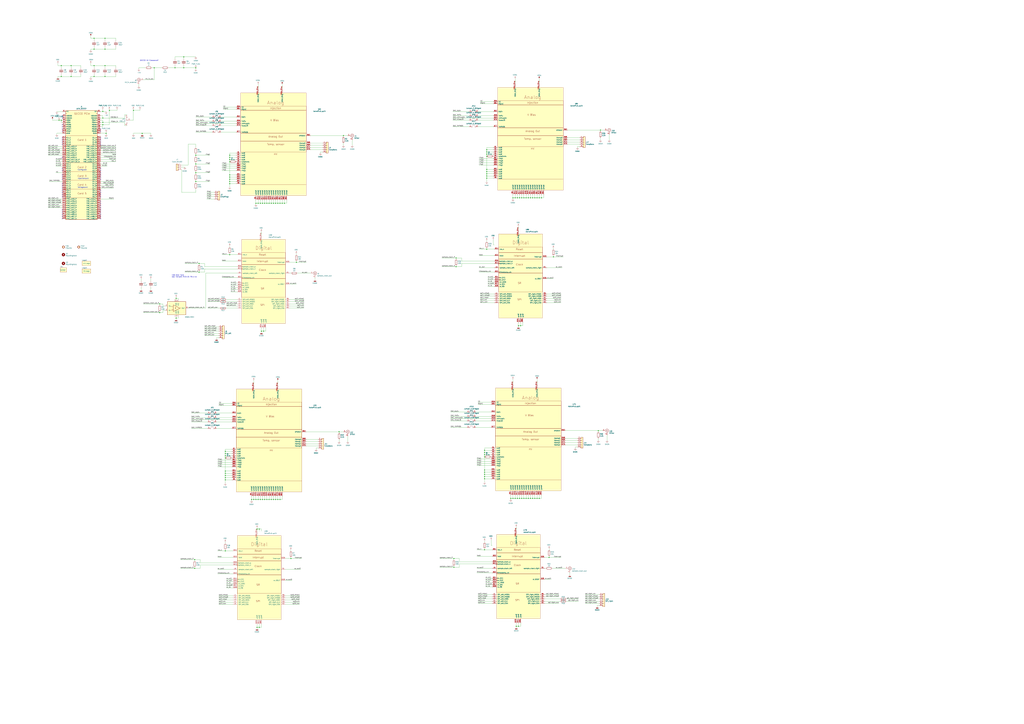
<source format=kicad_sch>
(kicad_sch (version 20211123) (generator eeschema)
  (paper "A0")
  (title_block (title "AstroPix3 Carrier") (date "2023-01-10") (rev "1.0") (company "Nicolas Striebig, KIT IPE"))
  (lib_symbols
    (symbol "AstroPix3_split_power2_1" (pin_names (offset 1.016))
      (property "Reference" "U" (at -36.83 40.64 0))
      (property "Value" "AstroPix3_split_power2_1" (at -30.48 38.1 0))
      (symbol "AstroPix3_split_power2_1_1_1"
        (text "Analog" (at 15.24 25.4 0) (effects (font (size 3.9878 3.9878))))
        (text "Analog Out" (at 15.24 -13.97 0) (effects (font (size 2.0066 2.0066))))
        (text "HV" (at 15.24 -34.29 0) (effects (font (size 2.0066 2.0066))))
        (text "Injection" (at 15.24 19.05 0) (effects (font (size 2.0066 2.0066))))
        (text "Temp. sensor" (at 15.24 -22.86 0) (effects (font (size 2.0066 2.0066))))
        (text "V Bias" (at 13.97 5.08 0) (effects (font (size 2.0066 2.0066))))
        (pin power_in line (at -30.48 -68.58 0) (length 5.08) (name "sub!") (number "B0"))
        (pin power_in line (at -30.48 -33.02 0) (length 5.08) (name "sub!") (number "B1"))
        (pin power_in line (at -5.08 -87.63 90) (length 5.08) (name "gnda!") (number "B11"))
        (pin power_in line (at -2.54 -87.63 90) (length 5.08) (name "gnda!") (number "B15"))
        (pin power_in line (at 0 -87.63 90) (length 5.08) (name "gnda!") (number "B17"))
        (pin power_in line (at -30.48 -35.56 0) (length 5.08) (name "sub!") (number "B2"))
        (pin power_in line (at 2.54 -87.63 90) (length 5.08) (name "gnda!") (number "B21"))
        (pin power_in line (at 5.08 -87.63 90) (length 5.08) (name "gnda!") (number "B23"))
        (pin power_in line (at -30.48 -38.1 0) (length 5.08) (name "sub!") (number "B3"))
        (pin power_in line (at -30.48 -40.64 0) (length 5.08) (name "sub!") (number "B4"))
        (pin power_in line (at 7.62 -87.63 90) (length 5.08) (name "gnda!") (number "B48"))
        (pin power_in line (at 10.16 -87.63 90) (length 5.08) (name "gnda!") (number "B49"))
        (pin power_in line (at -30.48 -43.18 0) (length 5.08) (name "subpixels") (number "B5"))
        (pin input line (at -30.48 8.89 0) (length 5.08) (name "blpix") (number "B52"))
        (pin power_in line (at 12.7 -87.63 90) (length 5.08) (name "gnda!") (number "B54"))
        (pin input line (at -30.48 20.32 0) (length 5.08) (name "Inj") (number "B56"))
        (pin power_in line (at 15.24 -87.63 90) (length 5.08) (name "gnda!") (number "B57"))
        (pin input line (at -30.48 3.81 0) (length 5.08) (name "ThPix") (number "B58"))
        (pin input line (at -30.48 1.27 0) (length 5.08) (name "vminuspix") (number "B59"))
        (pin power_in line (at 17.78 -87.63 90) (length 5.08) (name "gnda!") (number "B60"))
        (pin output line (at 55.88 -12.7 180) (length 5.08) (name "ampout") (number "B62"))
        (pin power_in line (at 20.32 -87.63 90) (length 5.08) (name "gnda!") (number "B67"))
        (pin output line (at 55.88 -21.59 180) (length 5.08) (name "Vtemp0") (number "B68"))
        (pin output line (at 55.88 -24.13 180) (length 5.08) (name "Vtemp1") (number "B69"))
        (pin input line (at -30.48 -1.27 0) (length 5.08) (name "Vcasc2!") (number "B70"))
        (pin power_in line (at 22.86 -87.63 90) (length 5.08) (name "gnda!") (number "B73"))
        (pin output line (at 55.88 -26.67 180) (length 5.08) (name "Vtemp2") (number "B74"))
        (pin output line (at 55.88 -29.21 180) (length 5.08) (name "Vtemp3") (number "B75"))
        (pin input line (at -30.48 -8.89 0) (length 5.08) (name "ThPMOS") (number "B77"))
        (pin power_in line (at 25.4 -87.63 90) (length 5.08) (name "gnda!") (number "B80"))
        (pin power_in line (at 27.94 -87.63 90) (length 5.08) (name "gnda!") (number "B83"))
        (pin input line (at -30.48 17.78 0) (length 5.08) (name "DigInj") (number "B84"))
        (pin input line (at -30.48 -45.72 0) (length 5.08) (name "ring4") (number "B87"))
        (pin input line (at -30.48 -48.26 0) (length 5.08) (name "ring3") (number "B88"))
        (pin input line (at -30.48 -50.8 0) (length 5.08) (name "ring2") (number "B89"))
        (pin power_in line (at -7.62 -87.63 90) (length 5.08) (name "gnda!") (number "B9"))
        (pin input line (at -30.48 -53.34 0) (length 5.08) (name "ring1") (number "B90"))
        (pin power_in line (at -30.48 -58.42 0) (length 5.08) (name "sub!") (number "B91"))
        (pin power_in line (at -30.48 -60.96 0) (length 5.08) (name "sub!") (number "B92"))
        (pin power_in line (at -30.48 -63.5 0) (length 5.08) (name "sub!") (number "B93"))
        (pin power_in line (at -30.48 -66.04 0) (length 5.08) (name "sub!") (number "B94"))
        (pin power_in line (at -5.08 41.91 270) (length 5.08) (name "VDDA_Ring") (number "VDDA_Ring"))
        (pin power_in line (at 22.86 41.91 270) (length 5.08) (name "VSSA_Ring") (number "VSSA_Ring"))
      )
      (symbol "AstroPix3_split_power2_1_2_1"
        (text "Clock" (at -1.27 -3.81 0) (effects (font (size 2.0066 2.0066))))
        (text "Digital" (at 0 21.59 0) (effects (font (size 3.9878 3.9878))))
        (text "Interrupt" (at -1.27 6.35 0) (effects (font (size 2.0066 2.0066))))
        (text "Reset" (at -1.27 13.97 0) (effects (font (size 2.0066 2.0066))))
        (text "SPI" (at -1.27 -44.45 0) (effects (font (size 2.0066 2.0066))))
        (text "SR" (at -1.27 -25.4 0) (effects (font (size 2.0066 2.0066))))
        (pin input clock (at -30.48 0 0) (length 5.08) (name "sample_clock_p") (number "B26"))
        (pin input inverted_clock (at -30.48 -2.54 0) (length 5.08) (name "sample_clock_n") (number "B27"))
        (pin power_in line (at -2.54 -71.12 90) (length 5.08) (name "gnd!") (number "B29"))
        (pin open_collector line (at 30.48 5.08 180) (length 5.08) (name "interrupt") (number "B30"))
        (pin input line (at -30.48 13.97 0) (length 5.08) (name "res_n") (number "B31"))
        (pin input clock (at -30.48 -12.7 0) (length 5.08) (name "timestamp_clk") (number "B32"))
        (pin input line (at -30.48 6.35 0) (length 5.08) (name "hold") (number "B33"))
        (pin input clock (at -30.48 -19.05 0) (length 5.08) (name "sr_CK1") (number "B34"))
        (pin input clock (at -30.48 -21.59 0) (length 5.08) (name "sr_CK2") (number "B35"))
        (pin input line (at -30.48 -24.13 0) (length 5.08) (name "sr_LOAD") (number "B36"))
        (pin input line (at -30.48 -26.67 0) (length 5.08) (name "sr_SIN") (number "B37"))
        (pin input line (at -30.48 -29.21 0) (length 5.08) (name "sr_RB") (number "B38"))
        (pin output line (at 30.48 -20.32 180) (length 5.08) (name "sr_SOUT") (number "B39"))
        (pin power_in line (at 0 -71.12 90) (length 5.08) (name "gnd!") (number "B41"))
        (pin power_in line (at 2.54 -71.12 90) (length 5.08) (name "gnd!") (number "B86"))
        (pin output line (at -30.48 -38.1 0) (length 5.08) (name "SPI_left_MISO1") (number "L1"))
        (pin output line (at -30.48 -40.64 0) (length 5.08) (name "SPI_left_MISO0") (number "L2"))
        (pin input line (at -30.48 -43.18 0) (length 5.08) (name "SPI_left_MOSI") (number "L3"))
        (pin input line (at -30.48 -45.72 0) (length 5.08) (name "SPI_left_CLK") (number "L4"))
        (pin output line (at -30.48 -48.26 0) (length 5.08) (name "SPI_left_CSN") (number "L5"))
        (pin input line (at -30.48 -7.62 0) (length 5.08) (name "sample_clock_left") (number "L6"))
        (pin output line (at 30.48 -7.62 180) (length 5.08) (name "sample_clock_right") (number "R1"))
        (pin input line (at 30.48 -48.26 180) (length 5.08) (name "SPI_right_CSN") (number "R2"))
        (pin output line (at 30.48 -45.72 180) (length 5.08) (name "SPI_right_CLK") (number "R3"))
        (pin output line (at 30.48 -43.18 180) (length 5.08) (name "SPI_right_MOSI") (number "R4"))
        (pin input line (at 30.48 -40.64 180) (length 5.08) (name "SPI_right_MISO0") (number "R5"))
        (pin input line (at 30.48 -38.1 180) (length 5.08) (name "SPI_right_MISO1") (number "R6"))
        (pin power_in line (at -2.54 36.83 270) (length 5.08) (name "VDDD_Ring") (number "VDDD_Ring"))
      )
    )
    (symbol "AstroPix3_split_power2_2" (pin_names (offset 1.016))
      (property "Reference" "U" (at -36.83 40.64 0))
      (property "Value" "AstroPix3_split_power2_2" (at -30.48 38.1 0))
      (symbol "AstroPix3_split_power2_2_1_1"
        (text "Analog" (at 15.24 25.4 0) (effects (font (size 3.9878 3.9878))))
        (text "Analog Out" (at 15.24 -13.97 0) (effects (font (size 2.0066 2.0066))))
        (text "HV" (at 15.24 -34.29 0) (effects (font (size 2.0066 2.0066))))
        (text "Injection" (at 15.24 19.05 0) (effects (font (size 2.0066 2.0066))))
        (text "Temp. sensor" (at 15.24 -22.86 0) (effects (font (size 2.0066 2.0066))))
        (text "V Bias" (at 13.97 5.08 0) (effects (font (size 2.0066 2.0066))))
        (pin power_in line (at -30.48 -68.58 0) (length 5.08) (name "sub!") (number "B0"))
        (pin power_in line (at -30.48 -33.02 0) (length 5.08) (name "sub!") (number "B1"))
        (pin power_in line (at -5.08 -87.63 90) (length 5.08) (name "gnda!") (number "B11"))
        (pin power_in line (at -2.54 -87.63 90) (length 5.08) (name "gnda!") (number "B15"))
        (pin power_in line (at 0 -87.63 90) (length 5.08) (name "gnda!") (number "B17"))
        (pin power_in line (at -30.48 -35.56 0) (length 5.08) (name "sub!") (number "B2"))
        (pin power_in line (at 2.54 -87.63 90) (length 5.08) (name "gnda!") (number "B21"))
        (pin power_in line (at 5.08 -87.63 90) (length 5.08) (name "gnda!") (number "B23"))
        (pin power_in line (at -30.48 -38.1 0) (length 5.08) (name "sub!") (number "B3"))
        (pin power_in line (at -30.48 -40.64 0) (length 5.08) (name "sub!") (number "B4"))
        (pin power_in line (at 7.62 -87.63 90) (length 5.08) (name "gnda!") (number "B48"))
        (pin power_in line (at 10.16 -87.63 90) (length 5.08) (name "gnda!") (number "B49"))
        (pin power_in line (at -30.48 -43.18 0) (length 5.08) (name "subpixels") (number "B5"))
        (pin input line (at -30.48 8.89 0) (length 5.08) (name "blpix") (number "B52"))
        (pin power_in line (at 12.7 -87.63 90) (length 5.08) (name "gnda!") (number "B54"))
        (pin input line (at -30.48 20.32 0) (length 5.08) (name "Inj") (number "B56"))
        (pin power_in line (at 15.24 -87.63 90) (length 5.08) (name "gnda!") (number "B57"))
        (pin input line (at -30.48 3.81 0) (length 5.08) (name "ThPix") (number "B58"))
        (pin input line (at -30.48 1.27 0) (length 5.08) (name "vminuspix") (number "B59"))
        (pin power_in line (at 17.78 -87.63 90) (length 5.08) (name "gnda!") (number "B60"))
        (pin output line (at 55.88 -12.7 180) (length 5.08) (name "ampout") (number "B62"))
        (pin power_in line (at 20.32 -87.63 90) (length 5.08) (name "gnda!") (number "B67"))
        (pin output line (at 55.88 -21.59 180) (length 5.08) (name "Vtemp0") (number "B68"))
        (pin output line (at 55.88 -24.13 180) (length 5.08) (name "Vtemp1") (number "B69"))
        (pin input line (at -30.48 -1.27 0) (length 5.08) (name "Vcasc2!") (number "B70"))
        (pin power_in line (at 22.86 -87.63 90) (length 5.08) (name "gnda!") (number "B73"))
        (pin output line (at 55.88 -26.67 180) (length 5.08) (name "Vtemp2") (number "B74"))
        (pin output line (at 55.88 -29.21 180) (length 5.08) (name "Vtemp3") (number "B75"))
        (pin input line (at -30.48 -8.89 0) (length 5.08) (name "ThPMOS") (number "B77"))
        (pin power_in line (at 25.4 -87.63 90) (length 5.08) (name "gnda!") (number "B80"))
        (pin power_in line (at 27.94 -87.63 90) (length 5.08) (name "gnda!") (number "B83"))
        (pin input line (at -30.48 17.78 0) (length 5.08) (name "DigInj") (number "B84"))
        (pin input line (at -30.48 -45.72 0) (length 5.08) (name "ring4") (number "B87"))
        (pin input line (at -30.48 -48.26 0) (length 5.08) (name "ring3") (number "B88"))
        (pin input line (at -30.48 -50.8 0) (length 5.08) (name "ring2") (number "B89"))
        (pin power_in line (at -7.62 -87.63 90) (length 5.08) (name "gnda!") (number "B9"))
        (pin input line (at -30.48 -53.34 0) (length 5.08) (name "ring1") (number "B90"))
        (pin power_in line (at -30.48 -58.42 0) (length 5.08) (name "sub!") (number "B91"))
        (pin power_in line (at -30.48 -60.96 0) (length 5.08) (name "sub!") (number "B92"))
        (pin power_in line (at -30.48 -63.5 0) (length 5.08) (name "sub!") (number "B93"))
        (pin power_in line (at -30.48 -66.04 0) (length 5.08) (name "sub!") (number "B94"))
        (pin power_in line (at -5.08 41.91 270) (length 5.08) (name "VDDA_Ring") (number "VDDA_Ring"))
        (pin power_in line (at 22.86 41.91 270) (length 5.08) (name "VSSA_Ring") (number "VSSA_Ring"))
      )
      (symbol "AstroPix3_split_power2_2_2_1"
        (text "Clock" (at -1.27 -3.81 0) (effects (font (size 2.0066 2.0066))))
        (text "Digital" (at 0 21.59 0) (effects (font (size 3.9878 3.9878))))
        (text "Interrupt" (at -1.27 6.35 0) (effects (font (size 2.0066 2.0066))))
        (text "Reset" (at -1.27 13.97 0) (effects (font (size 2.0066 2.0066))))
        (text "SPI" (at -1.27 -44.45 0) (effects (font (size 2.0066 2.0066))))
        (text "SR" (at -1.27 -25.4 0) (effects (font (size 2.0066 2.0066))))
        (pin input clock (at -30.48 0 0) (length 5.08) (name "sample_clock_p") (number "B26"))
        (pin input inverted_clock (at -30.48 -2.54 0) (length 5.08) (name "sample_clock_n") (number "B27"))
        (pin power_in line (at -2.54 -71.12 90) (length 5.08) (name "gnd!") (number "B29"))
        (pin open_collector line (at 30.48 5.08 180) (length 5.08) (name "interrupt") (number "B30"))
        (pin input line (at -30.48 13.97 0) (length 5.08) (name "res_n") (number "B31"))
        (pin input clock (at -30.48 -12.7 0) (length 5.08) (name "timestamp_clk") (number "B32"))
        (pin input line (at -30.48 6.35 0) (length 5.08) (name "hold") (number "B33"))
        (pin input clock (at -30.48 -19.05 0) (length 5.08) (name "sr_CK1") (number "B34"))
        (pin input clock (at -30.48 -21.59 0) (length 5.08) (name "sr_CK2") (number "B35"))
        (pin input line (at -30.48 -24.13 0) (length 5.08) (name "sr_LOAD") (number "B36"))
        (pin input line (at -30.48 -26.67 0) (length 5.08) (name "sr_SIN") (number "B37"))
        (pin input line (at -30.48 -29.21 0) (length 5.08) (name "sr_RB") (number "B38"))
        (pin output line (at 30.48 -20.32 180) (length 5.08) (name "sr_SOUT") (number "B39"))
        (pin power_in line (at 0 -71.12 90) (length 5.08) (name "gnd!") (number "B41"))
        (pin power_in line (at 2.54 -71.12 90) (length 5.08) (name "gnd!") (number "B86"))
        (pin output line (at -30.48 -38.1 0) (length 5.08) (name "SPI_left_MISO1") (number "L1"))
        (pin output line (at -30.48 -40.64 0) (length 5.08) (name "SPI_left_MISO0") (number "L2"))
        (pin input line (at -30.48 -43.18 0) (length 5.08) (name "SPI_left_MOSI") (number "L3"))
        (pin input line (at -30.48 -45.72 0) (length 5.08) (name "SPI_left_CLK") (number "L4"))
        (pin output line (at -30.48 -48.26 0) (length 5.08) (name "SPI_left_CSN") (number "L5"))
        (pin input line (at -30.48 -7.62 0) (length 5.08) (name "sample_clock_left") (number "L6"))
        (pin output line (at 30.48 -7.62 180) (length 5.08) (name "sample_clock_right") (number "R1"))
        (pin input line (at 30.48 -48.26 180) (length 5.08) (name "SPI_right_CSN") (number "R2"))
        (pin output line (at 30.48 -45.72 180) (length 5.08) (name "SPI_right_CLK") (number "R3"))
        (pin output line (at 30.48 -43.18 180) (length 5.08) (name "SPI_right_MOSI") (number "R4"))
        (pin input line (at 30.48 -40.64 180) (length 5.08) (name "SPI_right_MISO0") (number "R5"))
        (pin input line (at 30.48 -38.1 180) (length 5.08) (name "SPI_right_MISO1") (number "R6"))
        (pin power_in line (at -2.54 36.83 270) (length 5.08) (name "VDDD_Ring") (number "VDDD_Ring"))
      )
    )
    (symbol "AstroPix3_split_power2_3" (pin_names (offset 1.016))
      (property "Reference" "U" (at -36.83 40.64 0))
      (property "Value" "AstroPix3_split_power2_3" (at -30.48 38.1 0))
      (symbol "AstroPix3_split_power2_3_1_1"
        (text "Analog" (at 15.24 25.4 0) (effects (font (size 3.9878 3.9878))))
        (text "Analog Out" (at 15.24 -13.97 0) (effects (font (size 2.0066 2.0066))))
        (text "HV" (at 15.24 -34.29 0) (effects (font (size 2.0066 2.0066))))
        (text "Injection" (at 15.24 19.05 0) (effects (font (size 2.0066 2.0066))))
        (text "Temp. sensor" (at 15.24 -22.86 0) (effects (font (size 2.0066 2.0066))))
        (text "V Bias" (at 13.97 5.08 0) (effects (font (size 2.0066 2.0066))))
        (pin power_in line (at -30.48 -68.58 0) (length 5.08) (name "sub!") (number "B0"))
        (pin power_in line (at -30.48 -33.02 0) (length 5.08) (name "sub!") (number "B1"))
        (pin power_in line (at -5.08 -87.63 90) (length 5.08) (name "gnda!") (number "B11"))
        (pin power_in line (at -2.54 -87.63 90) (length 5.08) (name "gnda!") (number "B15"))
        (pin power_in line (at 0 -87.63 90) (length 5.08) (name "gnda!") (number "B17"))
        (pin power_in line (at -30.48 -35.56 0) (length 5.08) (name "sub!") (number "B2"))
        (pin power_in line (at 2.54 -87.63 90) (length 5.08) (name "gnda!") (number "B21"))
        (pin power_in line (at 5.08 -87.63 90) (length 5.08) (name "gnda!") (number "B23"))
        (pin power_in line (at -30.48 -38.1 0) (length 5.08) (name "sub!") (number "B3"))
        (pin power_in line (at -30.48 -40.64 0) (length 5.08) (name "sub!") (number "B4"))
        (pin power_in line (at 7.62 -87.63 90) (length 5.08) (name "gnda!") (number "B48"))
        (pin power_in line (at 10.16 -87.63 90) (length 5.08) (name "gnda!") (number "B49"))
        (pin power_in line (at -30.48 -43.18 0) (length 5.08) (name "subpixels") (number "B5"))
        (pin input line (at -30.48 8.89 0) (length 5.08) (name "blpix") (number "B52"))
        (pin power_in line (at 12.7 -87.63 90) (length 5.08) (name "gnda!") (number "B54"))
        (pin input line (at -30.48 20.32 0) (length 5.08) (name "Inj") (number "B56"))
        (pin power_in line (at 15.24 -87.63 90) (length 5.08) (name "gnda!") (number "B57"))
        (pin input line (at -30.48 3.81 0) (length 5.08) (name "ThPix") (number "B58"))
        (pin input line (at -30.48 1.27 0) (length 5.08) (name "vminuspix") (number "B59"))
        (pin power_in line (at 17.78 -87.63 90) (length 5.08) (name "gnda!") (number "B60"))
        (pin output line (at 55.88 -12.7 180) (length 5.08) (name "ampout") (number "B62"))
        (pin power_in line (at 20.32 -87.63 90) (length 5.08) (name "gnda!") (number "B67"))
        (pin output line (at 55.88 -21.59 180) (length 5.08) (name "Vtemp0") (number "B68"))
        (pin output line (at 55.88 -24.13 180) (length 5.08) (name "Vtemp1") (number "B69"))
        (pin input line (at -30.48 -1.27 0) (length 5.08) (name "Vcasc2!") (number "B70"))
        (pin power_in line (at 22.86 -87.63 90) (length 5.08) (name "gnda!") (number "B73"))
        (pin output line (at 55.88 -26.67 180) (length 5.08) (name "Vtemp2") (number "B74"))
        (pin output line (at 55.88 -29.21 180) (length 5.08) (name "Vtemp3") (number "B75"))
        (pin input line (at -30.48 -8.89 0) (length 5.08) (name "ThPMOS") (number "B77"))
        (pin power_in line (at 25.4 -87.63 90) (length 5.08) (name "gnda!") (number "B80"))
        (pin power_in line (at 27.94 -87.63 90) (length 5.08) (name "gnda!") (number "B83"))
        (pin input line (at -30.48 17.78 0) (length 5.08) (name "DigInj") (number "B84"))
        (pin input line (at -30.48 -45.72 0) (length 5.08) (name "ring4") (number "B87"))
        (pin input line (at -30.48 -48.26 0) (length 5.08) (name "ring3") (number "B88"))
        (pin input line (at -30.48 -50.8 0) (length 5.08) (name "ring2") (number "B89"))
        (pin power_in line (at -7.62 -87.63 90) (length 5.08) (name "gnda!") (number "B9"))
        (pin input line (at -30.48 -53.34 0) (length 5.08) (name "ring1") (number "B90"))
        (pin power_in line (at -30.48 -58.42 0) (length 5.08) (name "sub!") (number "B91"))
        (pin power_in line (at -30.48 -60.96 0) (length 5.08) (name "sub!") (number "B92"))
        (pin power_in line (at -30.48 -63.5 0) (length 5.08) (name "sub!") (number "B93"))
        (pin power_in line (at -30.48 -66.04 0) (length 5.08) (name "sub!") (number "B94"))
        (pin power_in line (at -5.08 41.91 270) (length 5.08) (name "VDDA_Ring") (number "VDDA_Ring"))
        (pin power_in line (at 22.86 41.91 270) (length 5.08) (name "VSSA_Ring") (number "VSSA_Ring"))
      )
      (symbol "AstroPix3_split_power2_3_2_1"
        (text "Clock" (at -1.27 -3.81 0) (effects (font (size 2.0066 2.0066))))
        (text "Digital" (at 0 21.59 0) (effects (font (size 3.9878 3.9878))))
        (text "Interrupt" (at -1.27 6.35 0) (effects (font (size 2.0066 2.0066))))
        (text "Reset" (at -1.27 13.97 0) (effects (font (size 2.0066 2.0066))))
        (text "SPI" (at -1.27 -44.45 0) (effects (font (size 2.0066 2.0066))))
        (text "SR" (at -1.27 -25.4 0) (effects (font (size 2.0066 2.0066))))
        (pin input clock (at -30.48 0 0) (length 5.08) (name "sample_clock_p") (number "B26"))
        (pin input inverted_clock (at -30.48 -2.54 0) (length 5.08) (name "sample_clock_n") (number "B27"))
        (pin power_in line (at -2.54 -71.12 90) (length 5.08) (name "gnd!") (number "B29"))
        (pin open_collector line (at 30.48 5.08 180) (length 5.08) (name "interrupt") (number "B30"))
        (pin input line (at -30.48 13.97 0) (length 5.08) (name "res_n") (number "B31"))
        (pin input clock (at -30.48 -12.7 0) (length 5.08) (name "timestamp_clk") (number "B32"))
        (pin input line (at -30.48 6.35 0) (length 5.08) (name "hold") (number "B33"))
        (pin input clock (at -30.48 -19.05 0) (length 5.08) (name "sr_CK1") (number "B34"))
        (pin input clock (at -30.48 -21.59 0) (length 5.08) (name "sr_CK2") (number "B35"))
        (pin input line (at -30.48 -24.13 0) (length 5.08) (name "sr_LOAD") (number "B36"))
        (pin input line (at -30.48 -26.67 0) (length 5.08) (name "sr_SIN") (number "B37"))
        (pin input line (at -30.48 -29.21 0) (length 5.08) (name "sr_RB") (number "B38"))
        (pin output line (at 30.48 -20.32 180) (length 5.08) (name "sr_SOUT") (number "B39"))
        (pin power_in line (at 0 -71.12 90) (length 5.08) (name "gnd!") (number "B41"))
        (pin power_in line (at 2.54 -71.12 90) (length 5.08) (name "gnd!") (number "B86"))
        (pin output line (at -30.48 -38.1 0) (length 5.08) (name "SPI_left_MISO1") (number "L1"))
        (pin output line (at -30.48 -40.64 0) (length 5.08) (name "SPI_left_MISO0") (number "L2"))
        (pin input line (at -30.48 -43.18 0) (length 5.08) (name "SPI_left_MOSI") (number "L3"))
        (pin input line (at -30.48 -45.72 0) (length 5.08) (name "SPI_left_CLK") (number "L4"))
        (pin output line (at -30.48 -48.26 0) (length 5.08) (name "SPI_left_CSN") (number "L5"))
        (pin input line (at -30.48 -7.62 0) (length 5.08) (name "sample_clock_left") (number "L6"))
        (pin output line (at 30.48 -7.62 180) (length 5.08) (name "sample_clock_right") (number "R1"))
        (pin input line (at 30.48 -48.26 180) (length 5.08) (name "SPI_right_CSN") (number "R2"))
        (pin output line (at 30.48 -45.72 180) (length 5.08) (name "SPI_right_CLK") (number "R3"))
        (pin output line (at 30.48 -43.18 180) (length 5.08) (name "SPI_right_MOSI") (number "R4"))
        (pin input line (at 30.48 -40.64 180) (length 5.08) (name "SPI_right_MISO0") (number "R5"))
        (pin input line (at 30.48 -38.1 180) (length 5.08) (name "SPI_right_MISO1") (number "R6"))
        (pin power_in line (at -2.54 36.83 270) (length 5.08) (name "VDDD_Ring") (number "VDDD_Ring"))
      )
    )
    (symbol "AstroPix3_split_power2_4" (pin_names (offset 1.016))
      (property "Reference" "U" (at -36.83 40.64 0))
      (property "Value" "AstroPix3_split_power2_4" (at -30.48 38.1 0))
      (symbol "AstroPix3_split_power2_4_1_1"
        (text "Analog" (at 15.24 25.4 0) (effects (font (size 3.9878 3.9878))))
        (text "Analog Out" (at 15.24 -13.97 0) (effects (font (size 2.0066 2.0066))))
        (text "HV" (at 15.24 -34.29 0) (effects (font (size 2.0066 2.0066))))
        (text "Injection" (at 15.24 19.05 0) (effects (font (size 2.0066 2.0066))))
        (text "Temp. sensor" (at 15.24 -22.86 0) (effects (font (size 2.0066 2.0066))))
        (text "V Bias" (at 13.97 5.08 0) (effects (font (size 2.0066 2.0066))))
        (pin power_in line (at -30.48 -68.58 0) (length 5.08) (name "sub!") (number "B0"))
        (pin power_in line (at -30.48 -33.02 0) (length 5.08) (name "sub!") (number "B1"))
        (pin power_in line (at -5.08 -87.63 90) (length 5.08) (name "gnda!") (number "B11"))
        (pin power_in line (at -2.54 -87.63 90) (length 5.08) (name "gnda!") (number "B15"))
        (pin power_in line (at 0 -87.63 90) (length 5.08) (name "gnda!") (number "B17"))
        (pin power_in line (at -30.48 -35.56 0) (length 5.08) (name "sub!") (number "B2"))
        (pin power_in line (at 2.54 -87.63 90) (length 5.08) (name "gnda!") (number "B21"))
        (pin power_in line (at 5.08 -87.63 90) (length 5.08) (name "gnda!") (number "B23"))
        (pin power_in line (at -30.48 -38.1 0) (length 5.08) (name "sub!") (number "B3"))
        (pin power_in line (at -30.48 -40.64 0) (length 5.08) (name "sub!") (number "B4"))
        (pin power_in line (at 7.62 -87.63 90) (length 5.08) (name "gnda!") (number "B48"))
        (pin power_in line (at 10.16 -87.63 90) (length 5.08) (name "gnda!") (number "B49"))
        (pin power_in line (at -30.48 -43.18 0) (length 5.08) (name "subpixels") (number "B5"))
        (pin input line (at -30.48 8.89 0) (length 5.08) (name "blpix") (number "B52"))
        (pin power_in line (at 12.7 -87.63 90) (length 5.08) (name "gnda!") (number "B54"))
        (pin input line (at -30.48 20.32 0) (length 5.08) (name "Inj") (number "B56"))
        (pin power_in line (at 15.24 -87.63 90) (length 5.08) (name "gnda!") (number "B57"))
        (pin input line (at -30.48 3.81 0) (length 5.08) (name "ThPix") (number "B58"))
        (pin input line (at -30.48 1.27 0) (length 5.08) (name "vminuspix") (number "B59"))
        (pin power_in line (at 17.78 -87.63 90) (length 5.08) (name "gnda!") (number "B60"))
        (pin output line (at 55.88 -12.7 180) (length 5.08) (name "ampout") (number "B62"))
        (pin power_in line (at 20.32 -87.63 90) (length 5.08) (name "gnda!") (number "B67"))
        (pin output line (at 55.88 -21.59 180) (length 5.08) (name "Vtemp0") (number "B68"))
        (pin output line (at 55.88 -24.13 180) (length 5.08) (name "Vtemp1") (number "B69"))
        (pin input line (at -30.48 -1.27 0) (length 5.08) (name "Vcasc2!") (number "B70"))
        (pin power_in line (at 22.86 -87.63 90) (length 5.08) (name "gnda!") (number "B73"))
        (pin output line (at 55.88 -26.67 180) (length 5.08) (name "Vtemp2") (number "B74"))
        (pin output line (at 55.88 -29.21 180) (length 5.08) (name "Vtemp3") (number "B75"))
        (pin input line (at -30.48 -8.89 0) (length 5.08) (name "ThPMOS") (number "B77"))
        (pin power_in line (at 25.4 -87.63 90) (length 5.08) (name "gnda!") (number "B80"))
        (pin power_in line (at 27.94 -87.63 90) (length 5.08) (name "gnda!") (number "B83"))
        (pin input line (at -30.48 17.78 0) (length 5.08) (name "DigInj") (number "B84"))
        (pin input line (at -30.48 -45.72 0) (length 5.08) (name "ring4") (number "B87"))
        (pin input line (at -30.48 -48.26 0) (length 5.08) (name "ring3") (number "B88"))
        (pin input line (at -30.48 -50.8 0) (length 5.08) (name "ring2") (number "B89"))
        (pin power_in line (at -7.62 -87.63 90) (length 5.08) (name "gnda!") (number "B9"))
        (pin input line (at -30.48 -53.34 0) (length 5.08) (name "ring1") (number "B90"))
        (pin power_in line (at -30.48 -58.42 0) (length 5.08) (name "sub!") (number "B91"))
        (pin power_in line (at -30.48 -60.96 0) (length 5.08) (name "sub!") (number "B92"))
        (pin power_in line (at -30.48 -63.5 0) (length 5.08) (name "sub!") (number "B93"))
        (pin power_in line (at -30.48 -66.04 0) (length 5.08) (name "sub!") (number "B94"))
        (pin power_in line (at -5.08 41.91 270) (length 5.08) (name "VDDA_Ring") (number "VDDA_Ring"))
        (pin power_in line (at 22.86 41.91 270) (length 5.08) (name "VSSA_Ring") (number "VSSA_Ring"))
      )
      (symbol "AstroPix3_split_power2_4_2_1"
        (text "Clock" (at -1.27 -3.81 0) (effects (font (size 2.0066 2.0066))))
        (text "Digital" (at 0 21.59 0) (effects (font (size 3.9878 3.9878))))
        (text "Interrupt" (at -1.27 6.35 0) (effects (font (size 2.0066 2.0066))))
        (text "Reset" (at -1.27 13.97 0) (effects (font (size 2.0066 2.0066))))
        (text "SPI" (at -1.27 -44.45 0) (effects (font (size 2.0066 2.0066))))
        (text "SR" (at -1.27 -25.4 0) (effects (font (size 2.0066 2.0066))))
        (pin input clock (at -30.48 0 0) (length 5.08) (name "sample_clock_p") (number "B26"))
        (pin input inverted_clock (at -30.48 -2.54 0) (length 5.08) (name "sample_clock_n") (number "B27"))
        (pin power_in line (at -2.54 -71.12 90) (length 5.08) (name "gnd!") (number "B29"))
        (pin open_collector line (at 30.48 5.08 180) (length 5.08) (name "interrupt") (number "B30"))
        (pin input line (at -30.48 13.97 0) (length 5.08) (name "res_n") (number "B31"))
        (pin input clock (at -30.48 -12.7 0) (length 5.08) (name "timestamp_clk") (number "B32"))
        (pin input line (at -30.48 6.35 0) (length 5.08) (name "hold") (number "B33"))
        (pin input clock (at -30.48 -19.05 0) (length 5.08) (name "sr_CK1") (number "B34"))
        (pin input clock (at -30.48 -21.59 0) (length 5.08) (name "sr_CK2") (number "B35"))
        (pin input line (at -30.48 -24.13 0) (length 5.08) (name "sr_LOAD") (number "B36"))
        (pin input line (at -30.48 -26.67 0) (length 5.08) (name "sr_SIN") (number "B37"))
        (pin input line (at -30.48 -29.21 0) (length 5.08) (name "sr_RB") (number "B38"))
        (pin output line (at 30.48 -20.32 180) (length 5.08) (name "sr_SOUT") (number "B39"))
        (pin power_in line (at 0 -71.12 90) (length 5.08) (name "gnd!") (number "B41"))
        (pin power_in line (at 2.54 -71.12 90) (length 5.08) (name "gnd!") (number "B86"))
        (pin output line (at -30.48 -38.1 0) (length 5.08) (name "SPI_left_MISO1") (number "L1"))
        (pin output line (at -30.48 -40.64 0) (length 5.08) (name "SPI_left_MISO0") (number "L2"))
        (pin input line (at -30.48 -43.18 0) (length 5.08) (name "SPI_left_MOSI") (number "L3"))
        (pin input line (at -30.48 -45.72 0) (length 5.08) (name "SPI_left_CLK") (number "L4"))
        (pin output line (at -30.48 -48.26 0) (length 5.08) (name "SPI_left_CSN") (number "L5"))
        (pin input line (at -30.48 -7.62 0) (length 5.08) (name "sample_clock_left") (number "L6"))
        (pin output line (at 30.48 -7.62 180) (length 5.08) (name "sample_clock_right") (number "R1"))
        (pin input line (at 30.48 -48.26 180) (length 5.08) (name "SPI_right_CSN") (number "R2"))
        (pin output line (at 30.48 -45.72 180) (length 5.08) (name "SPI_right_CLK") (number "R3"))
        (pin output line (at 30.48 -43.18 180) (length 5.08) (name "SPI_right_MOSI") (number "R4"))
        (pin input line (at 30.48 -40.64 180) (length 5.08) (name "SPI_right_MISO0") (number "R5"))
        (pin input line (at 30.48 -38.1 180) (length 5.08) (name "SPI_right_MISO1") (number "R6"))
        (pin power_in line (at -2.54 36.83 270) (length 5.08) (name "VDDD_Ring") (number "VDDD_Ring"))
      )
    )
    (symbol "AstroPix3_split_power2_5" (pin_names (offset 1.016))
      (property "Reference" "U" (at -36.83 40.64 0))
      (property "Value" "AstroPix3_split_power2_5" (at -30.48 38.1 0))
      (symbol "AstroPix3_split_power2_5_1_1"
        (text "Analog" (at 15.24 25.4 0) (effects (font (size 3.9878 3.9878))))
        (text "Analog Out" (at 15.24 -13.97 0) (effects (font (size 2.0066 2.0066))))
        (text "HV" (at 15.24 -34.29 0) (effects (font (size 2.0066 2.0066))))
        (text "Injection" (at 15.24 19.05 0) (effects (font (size 2.0066 2.0066))))
        (text "Temp. sensor" (at 15.24 -22.86 0) (effects (font (size 2.0066 2.0066))))
        (text "V Bias" (at 13.97 5.08 0) (effects (font (size 2.0066 2.0066))))
        (pin power_in line (at -30.48 -68.58 0) (length 5.08) (name "sub!") (number "B0"))
        (pin power_in line (at -30.48 -33.02 0) (length 5.08) (name "sub!") (number "B1"))
        (pin power_in line (at -5.08 -87.63 90) (length 5.08) (name "gnda!") (number "B11"))
        (pin power_in line (at -2.54 -87.63 90) (length 5.08) (name "gnda!") (number "B15"))
        (pin power_in line (at 0 -87.63 90) (length 5.08) (name "gnda!") (number "B17"))
        (pin power_in line (at -30.48 -35.56 0) (length 5.08) (name "sub!") (number "B2"))
        (pin power_in line (at 2.54 -87.63 90) (length 5.08) (name "gnda!") (number "B21"))
        (pin power_in line (at 5.08 -87.63 90) (length 5.08) (name "gnda!") (number "B23"))
        (pin power_in line (at -30.48 -38.1 0) (length 5.08) (name "sub!") (number "B3"))
        (pin power_in line (at -30.48 -40.64 0) (length 5.08) (name "sub!") (number "B4"))
        (pin power_in line (at 7.62 -87.63 90) (length 5.08) (name "gnda!") (number "B48"))
        (pin power_in line (at 10.16 -87.63 90) (length 5.08) (name "gnda!") (number "B49"))
        (pin power_in line (at -30.48 -43.18 0) (length 5.08) (name "subpixels") (number "B5"))
        (pin input line (at -30.48 8.89 0) (length 5.08) (name "blpix") (number "B52"))
        (pin power_in line (at 12.7 -87.63 90) (length 5.08) (name "gnda!") (number "B54"))
        (pin input line (at -30.48 20.32 0) (length 5.08) (name "Inj") (number "B56"))
        (pin power_in line (at 15.24 -87.63 90) (length 5.08) (name "gnda!") (number "B57"))
        (pin input line (at -30.48 3.81 0) (length 5.08) (name "ThPix") (number "B58"))
        (pin input line (at -30.48 1.27 0) (length 5.08) (name "vminuspix") (number "B59"))
        (pin power_in line (at 17.78 -87.63 90) (length 5.08) (name "gnda!") (number "B60"))
        (pin output line (at 55.88 -12.7 180) (length 5.08) (name "ampout") (number "B62"))
        (pin power_in line (at 20.32 -87.63 90) (length 5.08) (name "gnda!") (number "B67"))
        (pin output line (at 55.88 -21.59 180) (length 5.08) (name "Vtemp0") (number "B68"))
        (pin output line (at 55.88 -24.13 180) (length 5.08) (name "Vtemp1") (number "B69"))
        (pin input line (at -30.48 -1.27 0) (length 5.08) (name "Vcasc2!") (number "B70"))
        (pin power_in line (at 22.86 -87.63 90) (length 5.08) (name "gnda!") (number "B73"))
        (pin output line (at 55.88 -26.67 180) (length 5.08) (name "Vtemp2") (number "B74"))
        (pin output line (at 55.88 -29.21 180) (length 5.08) (name "Vtemp3") (number "B75"))
        (pin input line (at -30.48 -8.89 0) (length 5.08) (name "ThPMOS") (number "B77"))
        (pin power_in line (at 25.4 -87.63 90) (length 5.08) (name "gnda!") (number "B80"))
        (pin power_in line (at 27.94 -87.63 90) (length 5.08) (name "gnda!") (number "B83"))
        (pin input line (at -30.48 17.78 0) (length 5.08) (name "DigInj") (number "B84"))
        (pin input line (at -30.48 -45.72 0) (length 5.08) (name "ring4") (number "B87"))
        (pin input line (at -30.48 -48.26 0) (length 5.08) (name "ring3") (number "B88"))
        (pin input line (at -30.48 -50.8 0) (length 5.08) (name "ring2") (number "B89"))
        (pin power_in line (at -7.62 -87.63 90) (length 5.08) (name "gnda!") (number "B9"))
        (pin input line (at -30.48 -53.34 0) (length 5.08) (name "ring1") (number "B90"))
        (pin power_in line (at -30.48 -58.42 0) (length 5.08) (name "sub!") (number "B91"))
        (pin power_in line (at -30.48 -60.96 0) (length 5.08) (name "sub!") (number "B92"))
        (pin power_in line (at -30.48 -63.5 0) (length 5.08) (name "sub!") (number "B93"))
        (pin power_in line (at -30.48 -66.04 0) (length 5.08) (name "sub!") (number "B94"))
        (pin power_in line (at -5.08 41.91 270) (length 5.08) (name "VDDA_Ring") (number "VDDA_Ring"))
        (pin power_in line (at 22.86 41.91 270) (length 5.08) (name "VSSA_Ring") (number "VSSA_Ring"))
      )
      (symbol "AstroPix3_split_power2_5_2_1"
        (text "Clock" (at -1.27 -3.81 0) (effects (font (size 2.0066 2.0066))))
        (text "Digital" (at 0 21.59 0) (effects (font (size 3.9878 3.9878))))
        (text "Interrupt" (at -1.27 6.35 0) (effects (font (size 2.0066 2.0066))))
        (text "Reset" (at -1.27 13.97 0) (effects (font (size 2.0066 2.0066))))
        (text "SPI" (at -1.27 -44.45 0) (effects (font (size 2.0066 2.0066))))
        (text "SR" (at -1.27 -25.4 0) (effects (font (size 2.0066 2.0066))))
        (pin input clock (at -30.48 0 0) (length 5.08) (name "sample_clock_p") (number "B26"))
        (pin input inverted_clock (at -30.48 -2.54 0) (length 5.08) (name "sample_clock_n") (number "B27"))
        (pin power_in line (at -2.54 -71.12 90) (length 5.08) (name "gnd!") (number "B29"))
        (pin open_collector line (at 30.48 5.08 180) (length 5.08) (name "interrupt") (number "B30"))
        (pin input line (at -30.48 13.97 0) (length 5.08) (name "res_n") (number "B31"))
        (pin input clock (at -30.48 -12.7 0) (length 5.08) (name "timestamp_clk") (number "B32"))
        (pin input line (at -30.48 6.35 0) (length 5.08) (name "hold") (number "B33"))
        (pin input clock (at -30.48 -19.05 0) (length 5.08) (name "sr_CK1") (number "B34"))
        (pin input clock (at -30.48 -21.59 0) (length 5.08) (name "sr_CK2") (number "B35"))
        (pin input line (at -30.48 -24.13 0) (length 5.08) (name "sr_LOAD") (number "B36"))
        (pin input line (at -30.48 -26.67 0) (length 5.08) (name "sr_SIN") (number "B37"))
        (pin input line (at -30.48 -29.21 0) (length 5.08) (name "sr_RB") (number "B38"))
        (pin output line (at 30.48 -20.32 180) (length 5.08) (name "sr_SOUT") (number "B39"))
        (pin power_in line (at 0 -71.12 90) (length 5.08) (name "gnd!") (number "B41"))
        (pin power_in line (at 2.54 -71.12 90) (length 5.08) (name "gnd!") (number "B86"))
        (pin output line (at -30.48 -38.1 0) (length 5.08) (name "SPI_left_MISO1") (number "L1"))
        (pin output line (at -30.48 -40.64 0) (length 5.08) (name "SPI_left_MISO0") (number "L2"))
        (pin input line (at -30.48 -43.18 0) (length 5.08) (name "SPI_left_MOSI") (number "L3"))
        (pin input line (at -30.48 -45.72 0) (length 5.08) (name "SPI_left_CLK") (number "L4"))
        (pin output line (at -30.48 -48.26 0) (length 5.08) (name "SPI_left_CSN") (number "L5"))
        (pin input line (at -30.48 -7.62 0) (length 5.08) (name "sample_clock_left") (number "L6"))
        (pin output line (at 30.48 -7.62 180) (length 5.08) (name "sample_clock_right") (number "R1"))
        (pin input line (at 30.48 -48.26 180) (length 5.08) (name "SPI_right_CSN") (number "R2"))
        (pin output line (at 30.48 -45.72 180) (length 5.08) (name "SPI_right_CLK") (number "R3"))
        (pin output line (at 30.48 -43.18 180) (length 5.08) (name "SPI_right_MOSI") (number "R4"))
        (pin input line (at 30.48 -40.64 180) (length 5.08) (name "SPI_right_MISO0") (number "R5"))
        (pin input line (at 30.48 -38.1 180) (length 5.08) (name "SPI_right_MISO1") (number "R6"))
        (pin power_in line (at -2.54 36.83 270) (length 5.08) (name "VDDD_Ring") (number "VDDD_Ring"))
      )
    )
    (symbol "AstroPix3_split_power2_6" (pin_names (offset 1.016))
      (property "Reference" "U" (at -36.83 40.64 0))
      (property "Value" "AstroPix3_split_power2_6" (at -30.48 38.1 0))
      (symbol "AstroPix3_split_power2_6_1_1"
        (text "Analog" (at 15.24 25.4 0) (effects (font (size 3.9878 3.9878))))
        (text "Analog Out" (at 15.24 -13.97 0) (effects (font (size 2.0066 2.0066))))
        (text "HV" (at 15.24 -34.29 0) (effects (font (size 2.0066 2.0066))))
        (text "Injection" (at 15.24 19.05 0) (effects (font (size 2.0066 2.0066))))
        (text "Temp. sensor" (at 15.24 -22.86 0) (effects (font (size 2.0066 2.0066))))
        (text "V Bias" (at 13.97 5.08 0) (effects (font (size 2.0066 2.0066))))
        (pin power_in line (at -30.48 -68.58 0) (length 5.08) (name "sub!") (number "B0"))
        (pin power_in line (at -30.48 -33.02 0) (length 5.08) (name "sub!") (number "B1"))
        (pin power_in line (at -5.08 -87.63 90) (length 5.08) (name "gnda!") (number "B11"))
        (pin power_in line (at -2.54 -87.63 90) (length 5.08) (name "gnda!") (number "B15"))
        (pin power_in line (at 0 -87.63 90) (length 5.08) (name "gnda!") (number "B17"))
        (pin power_in line (at -30.48 -35.56 0) (length 5.08) (name "sub!") (number "B2"))
        (pin power_in line (at 2.54 -87.63 90) (length 5.08) (name "gnda!") (number "B21"))
        (pin power_in line (at 5.08 -87.63 90) (length 5.08) (name "gnda!") (number "B23"))
        (pin power_in line (at -30.48 -38.1 0) (length 5.08) (name "sub!") (number "B3"))
        (pin power_in line (at -30.48 -40.64 0) (length 5.08) (name "sub!") (number "B4"))
        (pin power_in line (at 7.62 -87.63 90) (length 5.08) (name "gnda!") (number "B48"))
        (pin power_in line (at 10.16 -87.63 90) (length 5.08) (name "gnda!") (number "B49"))
        (pin power_in line (at -30.48 -43.18 0) (length 5.08) (name "subpixels") (number "B5"))
        (pin input line (at -30.48 8.89 0) (length 5.08) (name "blpix") (number "B52"))
        (pin power_in line (at 12.7 -87.63 90) (length 5.08) (name "gnda!") (number "B54"))
        (pin input line (at -30.48 20.32 0) (length 5.08) (name "Inj") (number "B56"))
        (pin power_in line (at 15.24 -87.63 90) (length 5.08) (name "gnda!") (number "B57"))
        (pin input line (at -30.48 3.81 0) (length 5.08) (name "ThPix") (number "B58"))
        (pin input line (at -30.48 1.27 0) (length 5.08) (name "vminuspix") (number "B59"))
        (pin power_in line (at 17.78 -87.63 90) (length 5.08) (name "gnda!") (number "B60"))
        (pin output line (at 55.88 -12.7 180) (length 5.08) (name "ampout") (number "B62"))
        (pin power_in line (at 20.32 -87.63 90) (length 5.08) (name "gnda!") (number "B67"))
        (pin output line (at 55.88 -21.59 180) (length 5.08) (name "Vtemp0") (number "B68"))
        (pin output line (at 55.88 -24.13 180) (length 5.08) (name "Vtemp1") (number "B69"))
        (pin input line (at -30.48 -1.27 0) (length 5.08) (name "Vcasc2!") (number "B70"))
        (pin power_in line (at 22.86 -87.63 90) (length 5.08) (name "gnda!") (number "B73"))
        (pin output line (at 55.88 -26.67 180) (length 5.08) (name "Vtemp2") (number "B74"))
        (pin output line (at 55.88 -29.21 180) (length 5.08) (name "Vtemp3") (number "B75"))
        (pin input line (at -30.48 -8.89 0) (length 5.08) (name "ThPMOS") (number "B77"))
        (pin power_in line (at 25.4 -87.63 90) (length 5.08) (name "gnda!") (number "B80"))
        (pin power_in line (at 27.94 -87.63 90) (length 5.08) (name "gnda!") (number "B83"))
        (pin input line (at -30.48 17.78 0) (length 5.08) (name "DigInj") (number "B84"))
        (pin input line (at -30.48 -45.72 0) (length 5.08) (name "ring4") (number "B87"))
        (pin input line (at -30.48 -48.26 0) (length 5.08) (name "ring3") (number "B88"))
        (pin input line (at -30.48 -50.8 0) (length 5.08) (name "ring2") (number "B89"))
        (pin power_in line (at -7.62 -87.63 90) (length 5.08) (name "gnda!") (number "B9"))
        (pin input line (at -30.48 -53.34 0) (length 5.08) (name "ring1") (number "B90"))
        (pin power_in line (at -30.48 -58.42 0) (length 5.08) (name "sub!") (number "B91"))
        (pin power_in line (at -30.48 -60.96 0) (length 5.08) (name "sub!") (number "B92"))
        (pin power_in line (at -30.48 -63.5 0) (length 5.08) (name "sub!") (number "B93"))
        (pin power_in line (at -30.48 -66.04 0) (length 5.08) (name "sub!") (number "B94"))
        (pin power_in line (at -5.08 41.91 270) (length 5.08) (name "VDDA_Ring") (number "VDDA_Ring"))
        (pin power_in line (at 22.86 41.91 270) (length 5.08) (name "VSSA_Ring") (number "VSSA_Ring"))
      )
      (symbol "AstroPix3_split_power2_6_2_1"
        (text "Clock" (at -1.27 -3.81 0) (effects (font (size 2.0066 2.0066))))
        (text "Digital" (at 0 21.59 0) (effects (font (size 3.9878 3.9878))))
        (text "Interrupt" (at -1.27 6.35 0) (effects (font (size 2.0066 2.0066))))
        (text "Reset" (at -1.27 13.97 0) (effects (font (size 2.0066 2.0066))))
        (text "SPI" (at -1.27 -44.45 0) (effects (font (size 2.0066 2.0066))))
        (text "SR" (at -1.27 -25.4 0) (effects (font (size 2.0066 2.0066))))
        (pin input clock (at -30.48 0 0) (length 5.08) (name "sample_clock_p") (number "B26"))
        (pin input inverted_clock (at -30.48 -2.54 0) (length 5.08) (name "sample_clock_n") (number "B27"))
        (pin power_in line (at -2.54 -71.12 90) (length 5.08) (name "gnd!") (number "B29"))
        (pin open_collector line (at 30.48 5.08 180) (length 5.08) (name "interrupt") (number "B30"))
        (pin input line (at -30.48 13.97 0) (length 5.08) (name "res_n") (number "B31"))
        (pin input clock (at -30.48 -12.7 0) (length 5.08) (name "timestamp_clk") (number "B32"))
        (pin input line (at -30.48 6.35 0) (length 5.08) (name "hold") (number "B33"))
        (pin input clock (at -30.48 -19.05 0) (length 5.08) (name "sr_CK1") (number "B34"))
        (pin input clock (at -30.48 -21.59 0) (length 5.08) (name "sr_CK2") (number "B35"))
        (pin input line (at -30.48 -24.13 0) (length 5.08) (name "sr_LOAD") (number "B36"))
        (pin input line (at -30.48 -26.67 0) (length 5.08) (name "sr_SIN") (number "B37"))
        (pin input line (at -30.48 -29.21 0) (length 5.08) (name "sr_RB") (number "B38"))
        (pin output line (at 30.48 -20.32 180) (length 5.08) (name "sr_SOUT") (number "B39"))
        (pin power_in line (at 0 -71.12 90) (length 5.08) (name "gnd!") (number "B41"))
        (pin power_in line (at 2.54 -71.12 90) (length 5.08) (name "gnd!") (number "B86"))
        (pin output line (at -30.48 -38.1 0) (length 5.08) (name "SPI_left_MISO1") (number "L1"))
        (pin output line (at -30.48 -40.64 0) (length 5.08) (name "SPI_left_MISO0") (number "L2"))
        (pin input line (at -30.48 -43.18 0) (length 5.08) (name "SPI_left_MOSI") (number "L3"))
        (pin input line (at -30.48 -45.72 0) (length 5.08) (name "SPI_left_CLK") (number "L4"))
        (pin output line (at -30.48 -48.26 0) (length 5.08) (name "SPI_left_CSN") (number "L5"))
        (pin input line (at -30.48 -7.62 0) (length 5.08) (name "sample_clock_left") (number "L6"))
        (pin output line (at 30.48 -7.62 180) (length 5.08) (name "sample_clock_right") (number "R1"))
        (pin input line (at 30.48 -48.26 180) (length 5.08) (name "SPI_right_CSN") (number "R2"))
        (pin output line (at 30.48 -45.72 180) (length 5.08) (name "SPI_right_CLK") (number "R3"))
        (pin output line (at 30.48 -43.18 180) (length 5.08) (name "SPI_right_MOSI") (number "R4"))
        (pin input line (at 30.48 -40.64 180) (length 5.08) (name "SPI_right_MISO0") (number "R5"))
        (pin input line (at 30.48 -38.1 180) (length 5.08) (name "SPI_right_MISO1") (number "R6"))
        (pin power_in line (at -2.54 36.83 270) (length 5.08) (name "VDDD_Ring") (number "VDDD_Ring"))
      )
    )
    (symbol "AstroPix3_split_power2_7" (pin_names (offset 1.016))
      (property "Reference" "U" (at -36.83 40.64 0))
      (property "Value" "AstroPix3_split_power2_7" (at -30.48 38.1 0))
      (symbol "AstroPix3_split_power2_7_1_1"
        (text "Analog" (at 15.24 25.4 0) (effects (font (size 3.9878 3.9878))))
        (text "Analog Out" (at 15.24 -13.97 0) (effects (font (size 2.0066 2.0066))))
        (text "HV" (at 15.24 -34.29 0) (effects (font (size 2.0066 2.0066))))
        (text "Injection" (at 15.24 19.05 0) (effects (font (size 2.0066 2.0066))))
        (text "Temp. sensor" (at 15.24 -22.86 0) (effects (font (size 2.0066 2.0066))))
        (text "V Bias" (at 13.97 5.08 0) (effects (font (size 2.0066 2.0066))))
        (pin power_in line (at -30.48 -68.58 0) (length 5.08) (name "sub!") (number "B0"))
        (pin power_in line (at -30.48 -33.02 0) (length 5.08) (name "sub!") (number "B1"))
        (pin power_in line (at -5.08 -87.63 90) (length 5.08) (name "gnda!") (number "B11"))
        (pin power_in line (at -2.54 -87.63 90) (length 5.08) (name "gnda!") (number "B15"))
        (pin power_in line (at 0 -87.63 90) (length 5.08) (name "gnda!") (number "B17"))
        (pin power_in line (at -30.48 -35.56 0) (length 5.08) (name "sub!") (number "B2"))
        (pin power_in line (at 2.54 -87.63 90) (length 5.08) (name "gnda!") (number "B21"))
        (pin power_in line (at 5.08 -87.63 90) (length 5.08) (name "gnda!") (number "B23"))
        (pin power_in line (at -30.48 -38.1 0) (length 5.08) (name "sub!") (number "B3"))
        (pin power_in line (at -30.48 -40.64 0) (length 5.08) (name "sub!") (number "B4"))
        (pin power_in line (at 7.62 -87.63 90) (length 5.08) (name "gnda!") (number "B48"))
        (pin power_in line (at 10.16 -87.63 90) (length 5.08) (name "gnda!") (number "B49"))
        (pin power_in line (at -30.48 -43.18 0) (length 5.08) (name "subpixels") (number "B5"))
        (pin input line (at -30.48 8.89 0) (length 5.08) (name "blpix") (number "B52"))
        (pin power_in line (at 12.7 -87.63 90) (length 5.08) (name "gnda!") (number "B54"))
        (pin input line (at -30.48 20.32 0) (length 5.08) (name "Inj") (number "B56"))
        (pin power_in line (at 15.24 -87.63 90) (length 5.08) (name "gnda!") (number "B57"))
        (pin input line (at -30.48 3.81 0) (length 5.08) (name "ThPix") (number "B58"))
        (pin input line (at -30.48 1.27 0) (length 5.08) (name "vminuspix") (number "B59"))
        (pin power_in line (at 17.78 -87.63 90) (length 5.08) (name "gnda!") (number "B60"))
        (pin output line (at 55.88 -12.7 180) (length 5.08) (name "ampout") (number "B62"))
        (pin power_in line (at 20.32 -87.63 90) (length 5.08) (name "gnda!") (number "B67"))
        (pin output line (at 55.88 -21.59 180) (length 5.08) (name "Vtemp0") (number "B68"))
        (pin output line (at 55.88 -24.13 180) (length 5.08) (name "Vtemp1") (number "B69"))
        (pin input line (at -30.48 -1.27 0) (length 5.08) (name "Vcasc2!") (number "B70"))
        (pin power_in line (at 22.86 -87.63 90) (length 5.08) (name "gnda!") (number "B73"))
        (pin output line (at 55.88 -26.67 180) (length 5.08) (name "Vtemp2") (number "B74"))
        (pin output line (at 55.88 -29.21 180) (length 5.08) (name "Vtemp3") (number "B75"))
        (pin input line (at -30.48 -8.89 0) (length 5.08) (name "ThPMOS") (number "B77"))
        (pin power_in line (at 25.4 -87.63 90) (length 5.08) (name "gnda!") (number "B80"))
        (pin power_in line (at 27.94 -87.63 90) (length 5.08) (name "gnda!") (number "B83"))
        (pin input line (at -30.48 17.78 0) (length 5.08) (name "DigInj") (number "B84"))
        (pin input line (at -30.48 -45.72 0) (length 5.08) (name "ring4") (number "B87"))
        (pin input line (at -30.48 -48.26 0) (length 5.08) (name "ring3") (number "B88"))
        (pin input line (at -30.48 -50.8 0) (length 5.08) (name "ring2") (number "B89"))
        (pin power_in line (at -7.62 -87.63 90) (length 5.08) (name "gnda!") (number "B9"))
        (pin input line (at -30.48 -53.34 0) (length 5.08) (name "ring1") (number "B90"))
        (pin power_in line (at -30.48 -58.42 0) (length 5.08) (name "sub!") (number "B91"))
        (pin power_in line (at -30.48 -60.96 0) (length 5.08) (name "sub!") (number "B92"))
        (pin power_in line (at -30.48 -63.5 0) (length 5.08) (name "sub!") (number "B93"))
        (pin power_in line (at -30.48 -66.04 0) (length 5.08) (name "sub!") (number "B94"))
        (pin power_in line (at -5.08 41.91 270) (length 5.08) (name "VDDA_Ring") (number "VDDA_Ring"))
        (pin power_in line (at 22.86 41.91 270) (length 5.08) (name "VSSA_Ring") (number "VSSA_Ring"))
      )
      (symbol "AstroPix3_split_power2_7_2_1"
        (text "Clock" (at -1.27 -3.81 0) (effects (font (size 2.0066 2.0066))))
        (text "Digital" (at 0 21.59 0) (effects (font (size 3.9878 3.9878))))
        (text "Interrupt" (at -1.27 6.35 0) (effects (font (size 2.0066 2.0066))))
        (text "Reset" (at -1.27 13.97 0) (effects (font (size 2.0066 2.0066))))
        (text "SPI" (at -1.27 -44.45 0) (effects (font (size 2.0066 2.0066))))
        (text "SR" (at -1.27 -25.4 0) (effects (font (size 2.0066 2.0066))))
        (pin input clock (at -30.48 0 0) (length 5.08) (name "sample_clock_p") (number "B26"))
        (pin input inverted_clock (at -30.48 -2.54 0) (length 5.08) (name "sample_clock_n") (number "B27"))
        (pin power_in line (at -2.54 -71.12 90) (length 5.08) (name "gnd!") (number "B29"))
        (pin open_collector line (at 30.48 5.08 180) (length 5.08) (name "interrupt") (number "B30"))
        (pin input line (at -30.48 13.97 0) (length 5.08) (name "res_n") (number "B31"))
        (pin input clock (at -30.48 -12.7 0) (length 5.08) (name "timestamp_clk") (number "B32"))
        (pin input line (at -30.48 6.35 0) (length 5.08) (name "hold") (number "B33"))
        (pin input clock (at -30.48 -19.05 0) (length 5.08) (name "sr_CK1") (number "B34"))
        (pin input clock (at -30.48 -21.59 0) (length 5.08) (name "sr_CK2") (number "B35"))
        (pin input line (at -30.48 -24.13 0) (length 5.08) (name "sr_LOAD") (number "B36"))
        (pin input line (at -30.48 -26.67 0) (length 5.08) (name "sr_SIN") (number "B37"))
        (pin input line (at -30.48 -29.21 0) (length 5.08) (name "sr_RB") (number "B38"))
        (pin output line (at 30.48 -20.32 180) (length 5.08) (name "sr_SOUT") (number "B39"))
        (pin power_in line (at 0 -71.12 90) (length 5.08) (name "gnd!") (number "B41"))
        (pin power_in line (at 2.54 -71.12 90) (length 5.08) (name "gnd!") (number "B86"))
        (pin output line (at -30.48 -38.1 0) (length 5.08) (name "SPI_left_MISO1") (number "L1"))
        (pin output line (at -30.48 -40.64 0) (length 5.08) (name "SPI_left_MISO0") (number "L2"))
        (pin input line (at -30.48 -43.18 0) (length 5.08) (name "SPI_left_MOSI") (number "L3"))
        (pin input line (at -30.48 -45.72 0) (length 5.08) (name "SPI_left_CLK") (number "L4"))
        (pin output line (at -30.48 -48.26 0) (length 5.08) (name "SPI_left_CSN") (number "L5"))
        (pin input line (at -30.48 -7.62 0) (length 5.08) (name "sample_clock_left") (number "L6"))
        (pin output line (at 30.48 -7.62 180) (length 5.08) (name "sample_clock_right") (number "R1"))
        (pin input line (at 30.48 -48.26 180) (length 5.08) (name "SPI_right_CSN") (number "R2"))
        (pin output line (at 30.48 -45.72 180) (length 5.08) (name "SPI_right_CLK") (number "R3"))
        (pin output line (at 30.48 -43.18 180) (length 5.08) (name "SPI_right_MOSI") (number "R4"))
        (pin input line (at 30.48 -40.64 180) (length 5.08) (name "SPI_right_MISO0") (number "R5"))
        (pin input line (at 30.48 -38.1 180) (length 5.08) (name "SPI_right_MISO1") (number "R6"))
        (pin power_in line (at -2.54 36.83 270) (length 5.08) (name "VDDD_Ring") (number "VDDD_Ring"))
      )
    )
    (symbol "Connector:Conn_Coaxial" (pin_names (offset 1.016) hide)
      (property "Reference" "J" (at 0.254 3.048 0))
      (property "Value" "Conn_Coaxial" (at 2.921 0 90))
      (symbol "Conn_Coaxial_1_1"
        (pin passive line (at -5.08 0 0) (length 2.54) (name "In") (number "1"))
        (pin passive line (at 0 -5.08 90) (length 2.54) (name "Ext") (number "2"))
      )
    )
    (symbol "Connector_Generic:Conn_01x03" (pin_names (offset 1.016) hide)
      (property "Reference" "J" (at 0 5.08 0))
      (property "Value" "Conn_01x03" (at 0 -5.08 0))
      (symbol "Conn_01x03_1_1"
        (pin passive line (at -5.08 2.54 0) (length 3.81) (name "Pin_1") (number "1"))
        (pin passive line (at -5.08 0 0) (length 3.81) (name "Pin_2") (number "2"))
        (pin passive line (at -5.08 -2.54 0) (length 3.81) (name "Pin_3") (number "3"))
      )
    )
    (symbol "Connector_Generic:Conn_01x04" (pin_names (offset 1.016) hide)
      (property "Reference" "J" (at 0 5.08 0))
      (property "Value" "Conn_01x04" (at 0 -7.62 0))
      (symbol "Conn_01x04_1_1"
        (pin passive line (at -5.08 2.54 0) (length 3.81) (name "Pin_1") (number "1"))
        (pin passive line (at -5.08 0 0) (length 3.81) (name "Pin_2") (number "2"))
        (pin passive line (at -5.08 -2.54 0) (length 3.81) (name "Pin_3") (number "3"))
        (pin passive line (at -5.08 -5.08 0) (length 3.81) (name "Pin_4") (number "4"))
      )
    )
    (symbol "Connector_Generic:Conn_01x05" (pin_names (offset 1.016) hide)
      (property "Reference" "J" (at 0 7.62 0))
      (property "Value" "Conn_01x05" (at 0 -7.62 0))
      (symbol "Conn_01x05_1_1"
        (pin passive line (at -5.08 5.08 0) (length 3.81) (name "Pin_1") (number "1"))
        (pin passive line (at -5.08 2.54 0) (length 3.81) (name "Pin_2") (number "2"))
        (pin passive line (at -5.08 0 0) (length 3.81) (name "Pin_3") (number "3"))
        (pin passive line (at -5.08 -2.54 0) (length 3.81) (name "Pin_4") (number "4"))
        (pin passive line (at -5.08 -5.08 0) (length 3.81) (name "Pin_5") (number "5"))
      )
    )
    (symbol "Connector_Generic:Conn_01x06" (pin_names (offset 1.016) hide)
      (property "Reference" "J" (at 0 7.62 0))
      (property "Value" "Conn_01x06" (at 0 -10.16 0))
      (symbol "Conn_01x06_1_1"
        (pin passive line (at -5.08 5.08 0) (length 3.81) (name "Pin_1") (number "1"))
        (pin passive line (at -5.08 2.54 0) (length 3.81) (name "Pin_2") (number "2"))
        (pin passive line (at -5.08 0 0) (length 3.81) (name "Pin_3") (number "3"))
        (pin passive line (at -5.08 -2.54 0) (length 3.81) (name "Pin_4") (number "4"))
        (pin passive line (at -5.08 -5.08 0) (length 3.81) (name "Pin_5") (number "5"))
        (pin passive line (at -5.08 -7.62 0) (length 3.81) (name "Pin_6") (number "6"))
      )
    )
    (symbol "Device:C" (pin_numbers hide) (pin_names (offset 0.254))
      (property "Reference" "C" (at 0.635 2.54 0))
      (property "Value" "C" (at 0.635 -2.54 0))
      (symbol "C_1_1"
        (pin passive line (at 0 3.81 270) (length 2.794) (name "~") (number "1"))
        (pin passive line (at 0 -3.81 90) (length 2.794) (name "~") (number "2"))
      )
    )
    (symbol "Device:R" (pin_numbers hide) (pin_names (offset 0))
      (property "Reference" "R" (at 2.032 0 90))
      (property "Value" "R" (at 0 0 90))
      (symbol "R_1_1"
        (pin passive line (at 0 3.81 270) (length 1.27) (name "~") (number "1"))
        (pin passive line (at 0 -3.81 90) (length 1.27) (name "~") (number "2"))
      )
    )
    (symbol "Jumper:Jumper_2_Open" (pin_names (offset 0) hide)
      (property "Reference" "JP" (at 0 2.794 0))
      (property "Value" "Jumper_2_Open" (at 0 -2.286 0))
      (symbol "Jumper_2_Open_1_1"
        (pin passive line (at -5.08 0 0) (length 2.54) (name "A") (number "1"))
        (pin passive line (at 5.08 0 180) (length 2.54) (name "B") (number "2"))
      )
    )
    (symbol "Jumper:Jumper_3_Bridged12" (pin_names (offset 0) hide)
      (property "Reference" "JP" (at -2.54 -2.54 0))
      (property "Value" "Jumper_3_Bridged12" (at 0 2.794 0))
      (symbol "Jumper_3_Bridged12_1_1"
        (pin passive line (at -6.35 0 0) (length 2.54) (name "A") (number "1"))
        (pin passive line (at 0 -3.81 90) (length 2.54) (name "C") (number "2"))
        (pin passive line (at 6.35 0 180) (length 2.54) (name "B") (number "3"))
      )
    )
    (symbol "Mechanical:Fiducial"
      (property "Reference" "FID" (at 0 5.08 0))
      (property "Value" "Fiducial" (at 0 3.175 0))
    )
    (symbol "Mechanical:MountingHole" (pin_names (offset 1.016))
      (property "Reference" "H" (at 0 5.08 0))
      (property "Value" "MountingHole" (at 0 3.175 0))
    )
    (symbol "astropix:-HV" (power) (pin_names (offset 0))
      (property "Value" "-HV" (at 0 -3.81 0))
      (symbol "-HV_0_0"
        (pin power_in line (at 0 0 270) (length 0) hide (name "-HV") (number "1"))
      )
    )
    (symbol "astropix:AstroPix3_split_power2" (pin_names (offset 1.016))
      (property "Reference" "U" (at -36.83 40.64 0))
      (property "Value" "AstroPix3_split_power2" (at -30.48 38.1 0))
      (symbol "AstroPix3_split_power2_1_1"
        (text "Analog" (at 15.24 25.4 0) (effects (font (size 3.9878 3.9878))))
        (text "Analog Out" (at 15.24 -13.97 0) (effects (font (size 2.0066 2.0066))))
        (text "HV" (at 15.24 -34.29 0) (effects (font (size 2.0066 2.0066))))
        (text "Injection" (at 15.24 19.05 0) (effects (font (size 2.0066 2.0066))))
        (text "Temp. sensor" (at 15.24 -22.86 0) (effects (font (size 2.0066 2.0066))))
        (text "V Bias" (at 13.97 5.08 0) (effects (font (size 2.0066 2.0066))))
        (pin power_in line (at -30.48 -68.58 0) (length 5.08) (name "sub!") (number "B0"))
        (pin power_in line (at -30.48 -33.02 0) (length 5.08) (name "sub!") (number "B1"))
        (pin power_in line (at -5.08 -87.63 90) (length 5.08) (name "gnda!") (number "B11"))
        (pin power_in line (at -2.54 -87.63 90) (length 5.08) (name "gnda!") (number "B15"))
        (pin power_in line (at 0 -87.63 90) (length 5.08) (name "gnda!") (number "B17"))
        (pin power_in line (at -30.48 -35.56 0) (length 5.08) (name "sub!") (number "B2"))
        (pin power_in line (at 2.54 -87.63 90) (length 5.08) (name "gnda!") (number "B21"))
        (pin power_in line (at 5.08 -87.63 90) (length 5.08) (name "gnda!") (number "B23"))
        (pin power_in line (at -30.48 -38.1 0) (length 5.08) (name "sub!") (number "B3"))
        (pin power_in line (at -30.48 -40.64 0) (length 5.08) (name "sub!") (number "B4"))
        (pin power_in line (at 7.62 -87.63 90) (length 5.08) (name "gnda!") (number "B48"))
        (pin power_in line (at 10.16 -87.63 90) (length 5.08) (name "gnda!") (number "B49"))
        (pin power_in line (at -30.48 -43.18 0) (length 5.08) (name "subpixels") (number "B5"))
        (pin input line (at -30.48 8.89 0) (length 5.08) (name "blpix") (number "B52"))
        (pin power_in line (at 12.7 -87.63 90) (length 5.08) (name "gnda!") (number "B54"))
        (pin input line (at -30.48 20.32 0) (length 5.08) (name "Inj") (number "B56"))
        (pin power_in line (at 15.24 -87.63 90) (length 5.08) (name "gnda!") (number "B57"))
        (pin input line (at -30.48 3.81 0) (length 5.08) (name "ThPix") (number "B58"))
        (pin input line (at -30.48 1.27 0) (length 5.08) (name "vminuspix") (number "B59"))
        (pin power_in line (at 17.78 -87.63 90) (length 5.08) (name "gnda!") (number "B60"))
        (pin output line (at 55.88 -12.7 180) (length 5.08) (name "ampout") (number "B62"))
        (pin power_in line (at 20.32 -87.63 90) (length 5.08) (name "gnda!") (number "B67"))
        (pin output line (at 55.88 -21.59 180) (length 5.08) (name "Vtemp0") (number "B68"))
        (pin output line (at 55.88 -24.13 180) (length 5.08) (name "Vtemp1") (number "B69"))
        (pin input line (at -30.48 -1.27 0) (length 5.08) (name "Vcasc2!") (number "B70"))
        (pin power_in line (at 22.86 -87.63 90) (length 5.08) (name "gnda!") (number "B73"))
        (pin output line (at 55.88 -26.67 180) (length 5.08) (name "Vtemp2") (number "B74"))
        (pin output line (at 55.88 -29.21 180) (length 5.08) (name "Vtemp3") (number "B75"))
        (pin input line (at -30.48 -8.89 0) (length 5.08) (name "ThPMOS") (number "B77"))
        (pin power_in line (at 25.4 -87.63 90) (length 5.08) (name "gnda!") (number "B80"))
        (pin power_in line (at 27.94 -87.63 90) (length 5.08) (name "gnda!") (number "B83"))
        (pin input line (at -30.48 17.78 0) (length 5.08) (name "DigInj") (number "B84"))
        (pin input line (at -30.48 -45.72 0) (length 5.08) (name "ring4") (number "B87"))
        (pin input line (at -30.48 -48.26 0) (length 5.08) (name "ring3") (number "B88"))
        (pin input line (at -30.48 -50.8 0) (length 5.08) (name "ring2") (number "B89"))
        (pin power_in line (at -7.62 -87.63 90) (length 5.08) (name "gnda!") (number "B9"))
        (pin input line (at -30.48 -53.34 0) (length 5.08) (name "ring1") (number "B90"))
        (pin power_in line (at -30.48 -58.42 0) (length 5.08) (name "sub!") (number "B91"))
        (pin power_in line (at -30.48 -60.96 0) (length 5.08) (name "sub!") (number "B92"))
        (pin power_in line (at -30.48 -63.5 0) (length 5.08) (name "sub!") (number "B93"))
        (pin power_in line (at -30.48 -66.04 0) (length 5.08) (name "sub!") (number "B94"))
        (pin power_in line (at -5.08 41.91 270) (length 5.08) (name "VDDA_Ring") (number "VDDA_Ring"))
        (pin power_in line (at 22.86 41.91 270) (length 5.08) (name "VSSA_Ring") (number "VSSA_Ring"))
      )
      (symbol "AstroPix3_split_power2_2_1"
        (text "Clock" (at -1.27 -3.81 0) (effects (font (size 2.0066 2.0066))))
        (text "Digital" (at 0 21.59 0) (effects (font (size 3.9878 3.9878))))
        (text "Interrupt" (at -1.27 6.35 0) (effects (font (size 2.0066 2.0066))))
        (text "Reset" (at -1.27 13.97 0) (effects (font (size 2.0066 2.0066))))
        (text "SPI" (at -1.27 -44.45 0) (effects (font (size 2.0066 2.0066))))
        (text "SR" (at -1.27 -25.4 0) (effects (font (size 2.0066 2.0066))))
        (pin input clock (at -30.48 0 0) (length 5.08) (name "sample_clock_p") (number "B26"))
        (pin input inverted_clock (at -30.48 -2.54 0) (length 5.08) (name "sample_clock_n") (number "B27"))
        (pin power_in line (at -2.54 -71.12 90) (length 5.08) (name "gnd!") (number "B29"))
        (pin open_collector line (at 30.48 5.08 180) (length 5.08) (name "interrupt") (number "B30"))
        (pin input line (at -30.48 13.97 0) (length 5.08) (name "res_n") (number "B31"))
        (pin input clock (at -30.48 -12.7 0) (length 5.08) (name "timestamp_clk") (number "B32"))
        (pin input line (at -30.48 6.35 0) (length 5.08) (name "hold") (number "B33"))
        (pin input clock (at -30.48 -19.05 0) (length 5.08) (name "sr_CK1") (number "B34"))
        (pin input clock (at -30.48 -21.59 0) (length 5.08) (name "sr_CK2") (number "B35"))
        (pin input line (at -30.48 -24.13 0) (length 5.08) (name "sr_LOAD") (number "B36"))
        (pin input line (at -30.48 -26.67 0) (length 5.08) (name "sr_SIN") (number "B37"))
        (pin input line (at -30.48 -29.21 0) (length 5.08) (name "sr_RB") (number "B38"))
        (pin output line (at 30.48 -20.32 180) (length 5.08) (name "sr_SOUT") (number "B39"))
        (pin power_in line (at 0 -71.12 90) (length 5.08) (name "gnd!") (number "B41"))
        (pin power_in line (at 2.54 -71.12 90) (length 5.08) (name "gnd!") (number "B86"))
        (pin output line (at -30.48 -38.1 0) (length 5.08) (name "SPI_left_MISO1") (number "L1"))
        (pin output line (at -30.48 -40.64 0) (length 5.08) (name "SPI_left_MISO0") (number "L2"))
        (pin input line (at -30.48 -43.18 0) (length 5.08) (name "SPI_left_MOSI") (number "L3"))
        (pin input line (at -30.48 -45.72 0) (length 5.08) (name "SPI_left_CLK") (number "L4"))
        (pin output line (at -30.48 -48.26 0) (length 5.08) (name "SPI_left_CSN") (number "L5"))
        (pin input line (at -30.48 -7.62 0) (length 5.08) (name "sample_clock_left") (number "L6"))
        (pin output line (at 30.48 -7.62 180) (length 5.08) (name "sample_clock_right") (number "R1"))
        (pin input line (at 30.48 -48.26 180) (length 5.08) (name "SPI_right_CSN") (number "R2"))
        (pin output line (at 30.48 -45.72 180) (length 5.08) (name "SPI_right_CLK") (number "R3"))
        (pin output line (at 30.48 -43.18 180) (length 5.08) (name "SPI_right_MOSI") (number "R4"))
        (pin input line (at 30.48 -40.64 180) (length 5.08) (name "SPI_right_MISO0") (number "R5"))
        (pin input line (at 30.48 -38.1 180) (length 5.08) (name "SPI_right_MISO1") (number "R6"))
        (pin power_in line (at -2.54 36.83 270) (length 5.08) (name "VDDD_Ring") (number "VDDD_Ring"))
      )
    )
    (symbol "astropix:HV_logo" (pin_names (offset 1.016))
      (property "Reference" "Logo" (at -5.08 3.81 0))
      (property "Value" "HV_logo" (at 0 0 0))
    )
    (symbol "astropix:KIT_logo" (pin_names (offset 1.016))
      (property "Reference" "Logo" (at -5.08 3.81 0))
      (property "Value" "KIT_logo" (at 0 0 0))
    )
    (symbol "astropix:SN65LVDS4" (pin_names (offset 1.016))
      (property "Reference" "U" (at -11.43 10.16 0))
      (property "Value" "SN65LVDS4" (at 10.16 -10.16 0))
      (symbol "SN65LVDS4_1_1"
        (text "R" (at -1.905 0 0) (effects (font (size 1.524 1.524))))
        (pin power_in line (at -1.27 -10.16 90) (length 2.54) (name "GND") (number "1"))
        (pin power_in line (at -1.27 10.16 270) (length 2.54) (name "VDD") (number "10"))
        (pin input line (at -13.97 2.54 0) (length 2.54) (name "IN+") (number "2"))
        (pin input line (at -13.97 -2.54 0) (length 2.54) (name "IN-") (number "3"))
        (pin no_connect line (at -8.89 -10.16 90) (length 2.54) hide (name "NC") (number "4"))
        (pin power_in line (at 1.27 10.16 270) (length 2.54) (name "VCC") (number "5"))
        (pin no_connect line (at -7.62 -10.16 90) (length 2.54) hide (name "NC") (number "6"))
        (pin power_in line (at 1.27 -10.16 90) (length 2.54) (name "GND") (number "7"))
        (pin output line (at 12.7 0 180) (length 2.54) (name "OUT") (number "8"))
        (pin no_connect line (at -6.35 -10.16 90) (length 2.54) hide (name "NC") (number "9"))
      )
    )
    (symbol "astropix:bonder" (pin_names (offset 1.016))
      (property "Reference" "H" (at -2.54 3.81 0))
      (property "Value" "bonder" (at 0 0 0))
    )
    (symbol "astropix:pcie_GECCO" (pin_names (offset 1.016))
      (property "Reference" "J" (at -17.78 62.23 0))
      (property "Value" "pcie_GECCO" (at 19.05 -71.12 0))
      (symbol "pcie_GECCO_0_0"
        (text "Card 1" (at 0 24.13 0) (effects (font (size 2.0066 2.0066))))
      )
      (symbol "pcie_GECCO_1_1"
        (text "Card 2" (at 0 -7.62 0) (effects (font (size 2.0066 2.0066))))
        (text "Card 3" (at 0 -17.78 0) (effects (font (size 2.0066 2.0066))))
        (text "Card 4" (at 0 -27.94 0) (effects (font (size 2.0066 2.0066))))
        (text "Card 5" (at 0 -38.1 0) (effects (font (size 2.0066 2.0066))))
        (text "GECCO PCIe" (at 0 54.61 0) (effects (font (size 2.0066 2.0066))))
        (pin passive line (at -22.86 57.15 0) (length 3.81) (name "HV") (number "A1"))
        (pin passive line (at -22.86 34.29 0) (length 3.81) (name "POW7") (number "A10"))
        (pin passive line (at -22.86 31.75 0) (length 3.81) (name "GND") (number "A11"))
        (pin passive line (at -22.86 26.67 0) (length 3.81) (name "C1_1") (number "A12"))
        (pin passive line (at -22.86 24.13 0) (length 3.81) (name "C1_2") (number "A13"))
        (pin passive line (at -22.86 21.59 0) (length 3.81) (name "C1_5") (number "A14"))
        (pin passive line (at -22.86 19.05 0) (length 3.81) (name "C1_6") (number "A15"))
        (pin passive line (at -22.86 16.51 0) (length 3.81) (name "FMC_LA23_P") (number "A16"))
        (pin passive line (at -22.86 13.97 0) (length 3.81) (name "FMC_LA23_N") (number "A17"))
        (pin passive line (at -22.86 11.43 0) (length 3.81) (name "FMC_LA21_P") (number "A18"))
        (pin passive line (at -22.86 8.89 0) (length 3.81) (name "FMC_LA21_N") (number "A19"))
        (pin passive line (at -22.86 6.35 0) (length 3.81) (name "FMC_LA19_P") (number "A20"))
        (pin passive line (at -22.86 3.81 0) (length 3.81) (name "FMC_LA19_N") (number "A21"))
        (pin passive line (at -22.86 1.27 0) (length 3.81) (name "FMC_LA17_CC_P") (number "A22"))
        (pin passive line (at -22.86 -1.27 0) (length 3.81) (name "FMC_LA17_CC_N") (number "A23"))
        (pin passive line (at -22.86 -3.81 0) (length 3.81) (name "C2_1") (number "A24"))
        (pin passive line (at -22.86 -6.35 0) (length 3.81) (name "C2_2") (number "A25"))
        (pin passive line (at -22.86 -8.89 0) (length 3.81) (name "C2_5") (number "A26"))
        (pin passive line (at -22.86 -11.43 0) (length 3.81) (name "C2_6") (number "A27"))
        (pin passive line (at -22.86 -13.97 0) (length 3.81) (name "C3_1") (number "A28"))
        (pin passive line (at -22.86 -16.51 0) (length 3.81) (name "C3_2") (number "A29"))
        (pin passive line (at -22.86 52.07 0) (length 3.81) (name "VDD33") (number "A3"))
        (pin passive line (at -22.86 -19.05 0) (length 3.81) (name "C3_5") (number "A30"))
        (pin passive line (at -22.86 -21.59 0) (length 3.81) (name "C3_6") (number "A31"))
        (pin passive line (at -22.86 -24.13 0) (length 3.81) (name "C4_1") (number "A32"))
        (pin passive line (at -22.86 -26.67 0) (length 3.81) (name "C4_2") (number "A33"))
        (pin passive line (at -22.86 -29.21 0) (length 3.81) (name "C4_5") (number "A34"))
        (pin passive line (at -22.86 -31.75 0) (length 3.81) (name "C4_6") (number "A35"))
        (pin passive line (at -22.86 -34.29 0) (length 3.81) (name "C5_1") (number "A36"))
        (pin passive line (at -22.86 -36.83 0) (length 3.81) (name "C5_2") (number "A37"))
        (pin passive line (at -22.86 -39.37 0) (length 3.81) (name "C5_5") (number "A38"))
        (pin passive line (at -22.86 -41.91 0) (length 3.81) (name "C5_6") (number "A39"))
        (pin passive line (at -22.86 49.53 0) (length 3.81) (name "VDD33") (number "A4"))
        (pin passive line (at -22.86 -44.45 0) (length 3.81) (name "FMC_LA15_P") (number "A40"))
        (pin passive line (at -22.86 -46.99 0) (length 3.81) (name "FMC_LA15_N") (number "A41"))
        (pin passive line (at -22.86 -49.53 0) (length 3.81) (name "FMC_LA13_P") (number "A42"))
        (pin passive line (at -22.86 -52.07 0) (length 3.81) (name "FMC_LA13_N") (number "A43"))
        (pin passive line (at -22.86 -54.61 0) (length 3.81) (name "FMC_LA11_P") (number "A44"))
        (pin passive line (at -22.86 -57.15 0) (length 3.81) (name "FMC_LA11_N") (number "A45"))
        (pin passive line (at -22.86 -59.69 0) (length 3.81) (name "FMC_LA09_P") (number "A46"))
        (pin passive line (at -22.86 -62.23 0) (length 3.81) (name "FMC_LA09_N") (number "A47"))
        (pin passive line (at -22.86 -64.77 0) (length 3.81) (name "FMC_LA07_P") (number "A48"))
        (pin passive line (at -22.86 -67.31 0) (length 3.81) (name "FMC_LA07_N") (number "A49"))
        (pin passive line (at -22.86 46.99 0) (length 3.81) (name "VSSA") (number "A5"))
        (pin passive line (at -22.86 44.45 0) (length 3.81) (name "VSSA") (number "A6"))
        (pin passive line (at -22.86 41.91 0) (length 3.81) (name "POW5") (number "A7"))
        (pin passive line (at -22.86 39.37 0) (length 3.81) (name "POW5") (number "A8"))
        (pin passive line (at -22.86 36.83 0) (length 3.81) (name "POW7") (number "A9"))
        (pin passive line (at 21.59 57.15 180) (length 3.81) (name "HV") (number "B1"))
        (pin passive line (at 21.59 34.29 180) (length 3.81) (name "POW8") (number "B10"))
        (pin passive line (at 21.59 31.75 180) (length 3.81) (name "GND") (number "B11"))
        (pin passive line (at 21.59 26.67 180) (length 3.81) (name "C1_4") (number "B12"))
        (pin passive line (at 21.59 24.13 180) (length 3.81) (name "C1_3") (number "B13"))
        (pin passive line (at 21.59 21.59 180) (length 3.81) (name "C1_8") (number "B14"))
        (pin passive line (at 21.59 19.05 180) (length 3.81) (name "C1_7") (number "B15"))
        (pin passive line (at 21.59 16.51 180) (length 3.81) (name "FMC_LA24_P") (number "B16"))
        (pin passive line (at 21.59 13.97 180) (length 3.81) (name "FMC_LA24_N") (number "B17"))
        (pin passive line (at 21.59 11.43 180) (length 3.81) (name "FMC_LA22_P") (number "B18"))
        (pin passive line (at 21.59 8.89 180) (length 3.81) (name "FMC_LA22_N") (number "B19"))
        (pin passive line (at 21.59 6.35 180) (length 3.81) (name "FMC_LA20_P") (number "B20"))
        (pin passive line (at 21.59 3.81 180) (length 3.81) (name "FMC_LA20_N") (number "B21"))
        (pin passive line (at 21.59 1.27 180) (length 3.81) (name "FMC_LA18_CC_P") (number "B22"))
        (pin passive line (at 21.59 -1.27 180) (length 3.81) (name "FMC_LA18_CC_N") (number "B23"))
        (pin passive line (at 21.59 -3.81 180) (length 3.81) (name "C2_4") (number "B24"))
        (pin passive line (at 21.59 -6.35 180) (length 3.81) (name "C2_3") (number "B25"))
        (pin passive line (at 21.59 -8.89 180) (length 3.81) (name "C2_8") (number "B26"))
        (pin passive line (at 21.59 -11.43 180) (length 3.81) (name "C2_7") (number "B27"))
        (pin passive line (at 21.59 -13.97 180) (length 3.81) (name "C3_4") (number "B28"))
        (pin passive line (at 21.59 -16.51 180) (length 3.81) (name "C3_3") (number "B29"))
        (pin passive line (at 21.59 52.07 180) (length 3.81) (name "VDD18") (number "B3"))
        (pin passive line (at 21.59 -19.05 180) (length 3.81) (name "C3_8") (number "B30"))
        (pin passive line (at 21.59 -21.59 180) (length 3.81) (name "C3_7") (number "B31"))
        (pin passive line (at 21.59 -24.13 180) (length 3.81) (name "C4_4") (number "B32"))
        (pin passive line (at 21.59 -26.67 180) (length 3.81) (name "C4_3") (number "B33"))
        (pin passive line (at 21.59 -29.21 180) (length 3.81) (name "C4_8") (number "B34"))
        (pin passive line (at 21.59 -31.75 180) (length 3.81) (name "C4_7") (number "B35"))
        (pin passive line (at 21.59 -34.29 180) (length 3.81) (name "C5_4") (number "B36"))
        (pin passive line (at 21.59 -36.83 180) (length 3.81) (name "C5_3") (number "B37"))
        (pin passive line (at 21.59 -39.37 180) (length 3.81) (name "C5_8") (number "B38"))
        (pin passive line (at 21.59 -41.91 180) (length 3.81) (name "C5_7") (number "B39"))
        (pin passive line (at 21.59 49.53 180) (length 3.81) (name "VDD18") (number "B4"))
        (pin passive line (at 21.59 -44.45 180) (length 3.81) (name "FMC_LA16_P") (number "B40"))
        (pin passive line (at 21.59 -46.99 180) (length 3.81) (name "FMC_LA16_N") (number "B41"))
        (pin passive line (at 21.59 -49.53 180) (length 3.81) (name "FMC_LA14_P") (number "B42"))
        (pin passive line (at 21.59 -52.07 180) (length 3.81) (name "FMC_LA14_N") (number "B43"))
        (pin passive line (at 21.59 -54.61 180) (length 3.81) (name "FMC_LA12_P") (number "B44"))
        (pin passive line (at 21.59 -57.15 180) (length 3.81) (name "FMC_LA12_N") (number "B45"))
        (pin passive line (at 21.59 -59.69 180) (length 3.81) (name "FMC_LA10_P") (number "B46"))
        (pin passive line (at 21.59 -62.23 180) (length 3.81) (name "FMC_LA10_N") (number "B47"))
        (pin passive line (at 21.59 -64.77 180) (length 3.81) (name "FMC_LA08_P") (number "B48"))
        (pin passive line (at 21.59 -67.31 180) (length 3.81) (name "FMC_LA08_N") (number "B49"))
        (pin passive line (at 21.59 46.99 180) (length 3.81) (name "POW4") (number "B5"))
        (pin passive line (at 21.59 44.45 180) (length 3.81) (name "POW4") (number "B6"))
        (pin passive line (at 21.59 41.91 180) (length 3.81) (name "POW6") (number "B7"))
        (pin passive line (at 21.59 39.37 180) (length 3.81) (name "POW6") (number "B8"))
        (pin passive line (at 21.59 36.83 180) (length 3.81) (name "POW8") (number "B9"))
      )
    )
    (symbol "astropix:suba" (power) (pin_names (offset 0))
      (property "Value" "suba" (at 0 -3.81 0))
      (symbol "suba_0_0"
        (pin power_in line (at 0 0 270) (length 0) hide (name "suba") (number "1"))
      )
    )
    (symbol "power:GND" (power) (pin_names (offset 0))
      (property "Value" "GND" (at 0 -3.81 0))
      (symbol "GND_1_1"
        (pin power_in line (at 0 0 270) (length 0) hide (name "GND") (number "1"))
      )
    )
    (symbol "power:GNDA" (power) (pin_names (offset 0))
      (property "Value" "GNDA" (at 0 -3.81 0))
      (symbol "GNDA_1_1"
        (pin power_in line (at 0 0 270) (length 0) hide (name "GNDA") (number "1"))
      )
    )
    (symbol "power:GNDD" (power) (pin_names (offset 0))
      (property "Value" "GNDD" (at 0 -3.175 0))
      (symbol "GNDD_1_1"
        (pin power_in line (at 0 0 270) (length 0) hide (name "GNDD") (number "1"))
      )
    )
    (symbol "power:PWR_FLAG" (power) (pin_numbers hide) (pin_names (offset 0) hide)
      (property "Value" "PWR_FLAG" (at 0 3.81 0))
      (symbol "PWR_FLAG_0_0"
        (pin power_out line (at 0 0 90) (length 0) (name "pwr") (number "1"))
      )
    )
    (symbol "power:VDD" (power) (pin_names (offset 0))
      (property "Value" "VDD" (at 0 3.81 0))
      (symbol "VDD_1_1"
        (pin power_in line (at 0 0 90) (length 0) hide (name "VDD") (number "1"))
      )
    )
    (symbol "power:VDDA" (power) (pin_names (offset 0))
      (property "Value" "VDDA" (at 0 3.81 0))
      (symbol "VDDA_1_1"
        (pin power_in line (at 0 0 90) (length 0) hide (name "VDDA") (number "1"))
      )
    )
    (symbol "power:VSSA" (power) (pin_names (offset 0))
      (property "Value" "VSSA" (at 0 3.81 0))
      (symbol "VSSA_1_1"
        (pin power_in line (at 0 0 90) (length 0) hide (name "VSSA") (number "1"))
      )
    )
  )
  (junction (at 595.63 579.12))
  (junction (at 71.12 88.9))
  (junction (at 694.69 500.38))
  (junction (at 615.95 579.12))
  (junction (at 604.52 378.46))
  (junction (at 565.15 176.53))
  (junction (at 601.98 727.71))
  (junction (at 613.41 579.12))
  (junction (at 562.61 548.64))
  (junction (at 261.62 640.08))
  (junction (at 626.11 229.87))
  (junction (at 307.34 580.39))
  (junction (at 303.53 384.81))
  (junction (at 204.47 346.71))
  (junction (at 203.2 78.74))
  (junction (at 179.07 78.74))
  (junction (at 119.38 129.54))
  (junction (at 312.42 580.39))
  (junction (at 562.61 553.72))
  (junction (at 227.33 190.5))
  (junction (at 266.7 182.88))
  (junction (at 314.96 580.39))
  (junction (at 565.15 179.07))
  (junction (at 621.03 579.12))
  (junction (at 185.42 363.22))
  (junction (at 119.38 144.78))
  (junction (at 266.7 210.82))
  (junction (at 613.41 229.87))
  (junction (at 109.22 76.2))
  (junction (at 82.55 88.9))
  (junction (at 605.79 229.87))
  (junction (at 312.42 236.22))
  (junction (at 565.15 181.61))
  (junction (at 261.62 552.45))
  (junction (at 562.61 525.78))
  (junction (at 317.5 580.39))
  (junction (at 165.1 154.94))
  (junction (at 598.17 229.87))
  (junction (at 598.17 579.12))
  (junction (at 529.59 309.88))
  (junction (at 317.5 236.22))
  (junction (at 327.66 236.22))
  (junction (at 154.94 128.27))
  (junction (at 266.7 208.28))
  (junction (at 302.26 580.39))
  (junction (at 322.58 236.22))
  (junction (at 261.62 532.13))
  (junction (at 261.62 529.59))
  (junction (at 565.15 204.47))
  (junction (at 68.58 139.7))
  (junction (at 204.47 369.57))
  (junction (at 298.45 728.98))
  (junction (at 595.63 229.87))
  (junction (at 600.71 579.12))
  (junction (at 565.15 207.01))
  (junction (at 565.15 199.39))
  (junction (at 121.92 76.2))
  (junction (at 562.61 638.81))
  (junction (at 121.92 44.45))
  (junction (at 227.33 200.66))
  (junction (at 227.33 78.74))
  (junction (at 261.62 547.37))
  (junction (at 320.04 236.22))
  (junction (at 325.12 236.22))
  (junction (at 562.61 528.32))
  (junction (at 527.05 648.97))
  (junction (at 213.36 66.04))
  (junction (at 610.87 579.12))
  (junction (at 603.25 579.12))
  (junction (at 309.88 580.39))
  (junction (at 82.55 76.2))
  (junction (at 307.34 236.22))
  (junction (at 261.62 549.91))
  (junction (at 292.1 580.39))
  (junction (at 398.78 157.48))
  (junction (at 227.33 180.34))
  (junction (at 621.03 229.87))
  (junction (at 109.22 44.45))
  (junction (at 393.7 501.65))
  (junction (at 127 128.27))
  (junction (at 562.61 556.26))
  (junction (at 300.99 614.68))
  (junction (at 529.59 299.72))
  (junction (at 565.15 289.56))
  (junction (at 298.45 614.68))
  (junction (at 294.64 580.39))
  (junction (at 213.36 78.74))
  (junction (at 226.06 650.24))
  (junction (at 261.62 527.05))
  (junction (at 71.12 139.7))
  (junction (at 562.61 530.86))
  (junction (at 618.49 579.12))
  (junction (at 119.38 137.16))
  (junction (at 109.22 88.9))
  (junction (at 618.49 229.87))
  (junction (at 227.33 210.82))
  (junction (at 299.72 580.39))
  (junction (at 309.88 236.22))
  (junction (at 565.15 196.85))
  (junction (at 637.54 647.7))
  (junction (at 565.15 173.99))
  (junction (at 266.7 203.2))
  (junction (at 266.7 187.96))
  (junction (at 615.95 229.87))
  (junction (at 266.7 180.34))
  (junction (at 123.19 154.94))
  (junction (at 109.22 57.15))
  (junction (at 71.12 76.2))
  (junction (at 603.25 229.87))
  (junction (at 697.23 151.13))
  (junction (at 299.72 236.22))
  (junction (at 121.92 88.9))
  (junction (at 266.7 295.91))
  (junction (at 599.44 727.71))
  (junction (at 261.62 554.99))
  (junction (at 628.65 229.87))
  (junction (at 306.07 384.81))
  (junction (at 185.42 353.06))
  (junction (at 304.8 236.22))
  (junction (at 231.14 306.07))
  (junction (at 320.04 580.39))
  (junction (at 642.62 298.45))
  (junction (at 562.61 551.18))
  (junction (at 600.71 229.87))
  (junction (at 297.18 236.22))
  (junction (at 325.12 580.39))
  (junction (at 593.09 579.12))
  (junction (at 304.8 580.39))
  (junction (at 266.7 185.42))
  (junction (at 608.33 229.87))
  (junction (at 266.7 213.36))
  (junction (at 605.79 579.12))
  (junction (at 626.11 579.12))
  (junction (at 119.38 142.24))
  (junction (at 266.7 205.74))
  (junction (at 330.2 236.22))
  (junction (at 121.92 57.15))
  (junction (at 344.17 304.8))
  (junction (at 337.82 648.97))
  (junction (at 261.62 557.53))
  (junction (at 610.87 229.87))
  (junction (at 300.99 728.98))
  (junction (at 261.62 524.51))
  (junction (at 562.61 523.24))
  (junction (at 527.05 659.13))
  (junction (at 302.26 236.22))
  (junction (at 314.96 236.22))
  (junction (at 608.33 579.12))
  (junction (at 623.57 579.12))
  (junction (at 562.61 546.1))
  (junction (at 322.58 580.39))
  (junction (at 565.15 201.93))
  (junction (at 601.98 378.46))
  (junction (at 226.06 660.4))
  (junction (at 623.57 229.87))
  (junction (at 231.14 316.23))
  (junction (at 297.18 580.39))
  (no_connect (at 72.39 226.06))
  (no_connect (at 72.39 195.58))
  (no_connect (at 72.39 215.9))
  (no_connect (at 116.84 251.46))
  (no_connect (at 116.84 200.66))
  (no_connect (at 72.39 254))
  (no_connect (at 72.39 228.6))
  (no_connect (at 116.84 238.76))
  (no_connect (at 72.39 251.46))
  (no_connect (at 72.39 149.86))
  (no_connect (at 72.39 160.02))
  (no_connect (at 72.39 223.52))
  (no_connect (at 116.84 233.68))
  (no_connect (at 116.84 228.6))
  (no_connect (at 72.39 134.62))
  (no_connect (at 72.39 205.74))
  (no_connect (at 72.39 208.28))
  (no_connect (at 72.39 167.64))
  (no_connect (at 116.84 160.02))
  (no_connect (at 116.84 203.2))
  (no_connect (at 72.39 147.32))
  (no_connect (at 72.39 152.4))
  (no_connect (at 116.84 220.98))
  (no_connect (at 72.39 243.84))
  (no_connect (at 72.39 203.2))
  (no_connect (at 116.84 243.84))
  (no_connect (at 116.84 167.64))
  (no_connect (at 72.39 198.12))
  (no_connect (at 116.84 254))
  (no_connect (at 72.39 165.1))
  (no_connect (at 116.84 236.22))
  (no_connect (at 116.84 165.1))
  (no_connect (at 72.39 182.88))
  (no_connect (at 116.84 198.12))
  (no_connect (at 72.39 144.78))
  (no_connect (at 116.84 223.52))
  (no_connect (at 72.39 220.98))
  (no_connect (at 116.84 248.92))
  (no_connect (at 116.84 226.06))
  (no_connect (at 116.84 152.4))
  (no_connect (at 72.39 246.38))
  (no_connect (at 116.84 162.56))
  (no_connect (at 116.84 246.38))
  (no_connect (at 72.39 248.92))
  (no_connect (at 116.84 208.28))
  (no_connect (at 72.39 218.44))
  (no_connect (at 116.84 149.86))
  (no_connect (at 72.39 162.56))
  (no_connect (at 116.84 205.74))
  (no_connect (at 72.39 213.36))
  (no_connect (at 116.84 195.58))
  (no_connect (at 116.84 241.3))
  (no_connect (at 72.39 137.16))
  (wire (pts (xy 116.84 129.54) (xy 119.38 129.54)))
  (wire (pts (xy 204.47 368.3) (xy 204.47 369.57)))
  (wire (pts (xy 275.59 331.47) (xy 267.97 331.47)))
  (wire (pts (xy 252.73 666.75) (xy 270.51 666.75)))
  (wire (pts (xy 298.45 730.25) (xy 298.45 728.98)))
  (wire (pts (xy 600.71 226.06) (xy 600.71 229.87)))
  (wire (pts (xy 161.29 97.79) (xy 161.29 100.33)))
  (wire (pts (xy 302.26 580.39) (xy 302.26 576.58)))
  (wire (pts (xy 320.04 576.58) (xy 320.04 580.39)))
  (wire (pts (xy 300.99 725.17) (xy 300.99 728.98)))
  (wire (pts (xy 213.36 68.58) (xy 213.36 66.04)))
  (wire (pts (xy 637.54 646.43) (xy 637.54 647.7)))
  (wire (pts (xy 300.99 614.68) (xy 303.53 614.68)))
  (wire (pts (xy 603.25 226.06) (xy 603.25 229.87)))
  (wire (pts (xy 116.84 231.14) (xy 132.08 231.14)))
  (wire (pts (xy 553.72 538.48) (xy 570.23 538.48)))
  (wire (pts (xy 218.44 358.14) (xy 238.76 358.14)))
  (wire (pts (xy 642.62 297.18) (xy 642.62 298.45)))
  (wire (pts (xy 562.61 523.24) (xy 570.23 523.24)))
  (wire (pts (xy 529.59 299.72) (xy 513.08 299.72)))
  (wire (pts (xy 659.13 151.13) (xy 697.23 151.13)))
  (wire (pts (xy 613.41 575.31) (xy 613.41 579.12)))
  (wire (pts (xy 628.65 226.06) (xy 628.65 229.87)))
  (wire (pts (xy 82.55 88.9) (xy 93.98 88.9)))
  (wire (pts (xy 656.59 514.35) (xy 670.56 514.35)))
  (wire (pts (xy 162.56 128.27) (xy 162.56 127)))
  (wire (pts (xy 327.66 97.79) (xy 327.66 102.87)))
  (wire (pts (xy 565.15 181.61) (xy 565.15 179.07)))
  (wire (pts (xy 298.45 613.41) (xy 298.45 614.68)))
  (wire (pts (xy 232.41 654.05) (xy 232.41 650.24)))
  (wire (pts (xy 562.61 551.18) (xy 562.61 548.64)))
  (wire (pts (xy 237.49 387.35) (xy 254 387.35)))
  (wire (pts (xy 574.04 341.63) (xy 557.53 341.63)))
  (wire (pts (xy 593.09 575.31) (xy 593.09 579.12)))
  (wire (pts (xy 331.47 702.31) (xy 347.98 702.31)))
  (wire (pts (xy 679.45 695.96) (xy 695.96 695.96)))
  (wire (pts (xy 261.62 640.08) (xy 270.51 640.08)))
  (wire (pts (xy 105.41 58.42) (xy 105.41 57.15)))
  (wire (pts (xy 109.22 88.9) (xy 121.92 88.9)))
  (wire (pts (xy 261.62 529.59) (xy 261.62 527.05)))
  (wire (pts (xy 661.67 665.48) (xy 661.67 668.02)))
  (wire (pts (xy 261.62 552.45) (xy 261.62 549.91)))
  (wire (pts (xy 694.69 500.38) (xy 694.69 501.65)))
  (wire (pts (xy 154.94 128.27) (xy 154.94 139.7)))
  (wire (pts (xy 266.7 187.96) (xy 266.7 185.42)))
  (wire (pts (xy 292.1 581.66) (xy 292.1 580.39)))
  (wire (pts (xy 317.5 580.39) (xy 314.96 580.39)))
  (wire (pts (xy 595.63 229.87) (xy 598.17 229.87)))
  (wire (pts (xy 656.59 500.38) (xy 694.69 500.38)))
  (wire (pts (xy 251.46 392.43) (xy 254 392.43)))
  (wire (pts (xy 523.24 488.95) (xy 542.29 488.95)))
  (wire (pts (xy 552.45 478.79) (xy 570.23 478.79)))
  (wire (pts (xy 565.15 176.53) (xy 565.15 173.99)))
  (wire (pts (xy 203.2 78.74) (xy 213.36 78.74)))
  (wire (pts (xy 598.17 575.31) (xy 598.17 579.12)))
  (wire (pts (xy 60.96 139.7) (xy 68.58 139.7)))
  (wire (pts (xy 121.92 76.2) (xy 134.62 76.2)))
  (wire (pts (xy 240.03 228.6) (xy 248.92 228.6)))
  (wire (pts (xy 270.51 697.23) (xy 254 697.23)))
  (wire (pts (xy 123.19 153.67) (xy 123.19 154.94)))
  (wire (pts (xy 599.44 723.9) (xy 599.44 727.71)))
  (wire (pts (xy 659.13 160.02) (xy 673.1 160.02)))
  (wire (pts (xy 222.25 480.06) (xy 241.3 480.06)))
  (wire (pts (xy 166.37 363.22) (xy 185.42 363.22)))
  (wire (pts (xy 270.51 678.18) (xy 262.89 678.18)))
  (wire (pts (xy 116.84 147.32) (xy 119.38 147.32)))
  (wire (pts (xy 105.41 90.17) (xy 105.41 88.9)))
  (wire (pts (xy 306.07 381) (xy 306.07 384.81)))
  (wire (pts (xy 134.62 57.15) (xy 134.62 54.61)))
  (wire (pts (xy 266.7 287.02) (xy 266.7 285.75)))
  (wire (pts (xy 226.06 660.4) (xy 232.41 660.4)))
  (wire (pts (xy 565.15 176.53) (xy 572.77 176.53)))
  (wire (pts (xy 626.11 91.44) (xy 626.11 96.52)))
  (wire (pts (xy 372.11 176.53) (xy 374.65 176.53)))
  (wire (pts (xy 213.36 66.04) (xy 227.33 66.04)))
  (wire (pts (xy 144.78 142.24) (xy 144.78 146.05)))
  (wire (pts (xy 336.55 317.5) (xy 337.82 317.5)))
  (wire (pts (xy 523.24 483.87) (xy 542.29 483.87)))
  (wire (pts (xy 641.35 660.4) (xy 656.59 660.4)))
  (wire (pts (xy 562.61 553.72) (xy 562.61 551.18)))
  (wire (pts (xy 314.96 236.22) (xy 312.42 236.22)))
  (wire (pts (xy 398.78 157.48) (xy 398.78 158.75)))
  (wire (pts (xy 144.78 133.35) (xy 147.32 133.35)))
  (wire (pts (xy 269.24 468.63) (xy 254 468.63)))
  (wire (pts (xy 314.96 232.41) (xy 314.96 236.22)))
  (wire (pts (xy 554.99 129.54) (xy 572.77 129.54)))
  (wire (pts (xy 257.81 190.5) (xy 274.32 190.5)))
  (wire (pts (xy 393.7 501.65) (xy 393.7 502.92)))
  (wire (pts (xy 116.84 139.7) (xy 119.38 139.7)))
  (wire (pts (xy 656.59 516.89) (xy 670.56 516.89)))
  (wire (pts (xy 312.42 576.58) (xy 312.42 580.39)))
  (wire (pts (xy 227.33 143.51) (xy 274.32 143.51)))
  (wire (pts (xy 679.45 690.88) (xy 695.96 690.88)))
  (wire (pts (xy 331.47 648.97) (xy 337.82 648.97)))
  (wire (pts (xy 398.78 157.48) (xy 403.86 157.48)))
  (wire (pts (xy 631.19 229.87) (xy 628.65 229.87)))
  (wire (pts (xy 231.14 306.07) (xy 214.63 306.07)))
  (wire (pts (xy 204.47 369.57) (xy 207.01 369.57)))
  (wire (pts (xy 565.15 171.45) (xy 572.77 171.45)))
  (wire (pts (xy 562.61 637.54) (xy 562.61 638.81)))
  (wire (pts (xy 601.98 727.71) (xy 604.52 727.71)))
  (wire (pts (xy 55.88 170.18) (xy 72.39 170.18)))
  (wire (pts (xy 393.7 510.54) (xy 393.7 513.08)))
  (wire (pts (xy 175.26 323.85) (xy 175.26 326.39)))
  (wire (pts (xy 527.05 648.97) (xy 533.4 648.97)))
  (wire (pts (xy 297.18 580.39) (xy 299.72 580.39)))
  (wire (pts (xy 71.12 86.36) (xy 71.12 88.9)))
  (wire (pts (xy 238.76 317.5) (xy 275.59 317.5)))
  (wire (pts (xy 241.3 350.52) (xy 255.27 350.52)))
  (wire (pts (xy 127 128.27) (xy 135.89 128.27)))
  (wire (pts (xy 632.46 693.42) (xy 648.97 693.42)))
  (wire (pts (xy 67.31 90.17) (xy 67.31 88.9)))
  (wire (pts (xy 121.92 44.45) (xy 134.62 44.45)))
  (wire (pts (xy 154.94 154.94) (xy 165.1 154.94)))
  (wire (pts (xy 554.99 139.7) (xy 572.77 139.7)))
  (wire (pts (xy 261.62 549.91) (xy 261.62 547.37)))
  (wire (pts (xy 572.77 118.11) (xy 557.53 118.11)))
  (wire (pts (xy 337.82 648.97) (xy 350.52 648.97)))
  (wire (pts (xy 189.23 353.06) (xy 189.23 355.6)))
  (wire (pts (xy 218.44 167.64) (xy 227.33 167.64)))
  (wire (pts (xy 121.92 88.9) (xy 134.62 88.9)))
  (wire (pts (xy 195.58 78.74) (xy 203.2 78.74)))
  (wire (pts (xy 304.8 580.39) (xy 302.26 580.39)))
  (wire (pts (xy 121.92 44.45) (xy 121.92 46.99)))
  (wire (pts (xy 635 323.85) (xy 642.62 323.85)))
  (wire (pts (xy 262.89 358.14) (xy 275.59 358.14)))
  (wire (pts (xy 227.33 210.82) (xy 227.33 212.09)))
  (wire (pts (xy 222.25 490.22) (xy 241.3 490.22)))
  (wire (pts (xy 535.94 303.53) (xy 574.04 303.53)))
  (wire (pts (xy 344.17 304.8) (xy 355.6 304.8)))
  (wire (pts (xy 261.62 547.37) (xy 261.62 532.13)))
  (wire (pts (xy 266.7 185.42) (xy 274.32 185.42)))
  (wire (pts (xy 227.33 180.34) (xy 243.84 180.34)))
  (wire (pts (xy 574.04 344.17) (xy 557.53 344.17)))
  (wire (pts (xy 66.04 156.21) (xy 66.04 154.94)))
  (wire (pts (xy 109.22 44.45) (xy 109.22 46.99)))
  (wire (pts (xy 66.04 129.54) (xy 72.39 129.54)))
  (wire (pts (xy 556.26 184.15) (xy 572.77 184.15)))
  (wire (pts (xy 309.88 576.58) (xy 309.88 580.39)))
  (wire (pts (xy 403.86 506.73) (xy 403.86 513.08)))
  (wire (pts (xy 300.99 617.22) (xy 300.99 614.68)))
  (wire (pts (xy 105.41 41.91) (xy 105.41 44.45)))
  (wire (pts (xy 119.38 129.54) (xy 123.19 129.54)))
  (wire (pts (xy 668.02 520.7) (xy 668.02 519.43)))
  (wire (pts (xy 227.33 146.05) (xy 246.38 146.05)))
  (wire (pts (xy 570.23 469.9) (xy 554.99 469.9)))
  (wire (pts (xy 360.68 173.99) (xy 374.65 173.99)))
  (wire (pts (xy 344.17 303.53) (xy 344.17 304.8)))
  (wire (pts (xy 529.59 299.72) (xy 535.94 299.72)))
  (wire (pts (xy 134.62 180.34) (xy 116.84 180.34)))
  (wire (pts (xy 232.41 660.4) (xy 232.41 656.59)))
  (wire (pts (xy 55.88 175.26) (xy 72.39 175.26)))
  (wire (pts (xy 621.03 579.12) (xy 618.49 579.12)))
  (wire (pts (xy 331.47 661.67) (xy 349.25 661.67)))
  (wire (pts (xy 266.7 208.28) (xy 266.7 205.74)))
  (wire (pts (xy 556.26 191.77) (xy 572.77 191.77)))
  (wire (pts (xy 55.88 238.76) (xy 72.39 238.76)))
  (wire (pts (xy 275.59 336.55) (xy 267.97 336.55)))
  (wire (pts (xy 261.62 554.99) (xy 261.62 557.53)))
  (wire (pts (xy 292.1 576.58) (xy 292.1 580.39)))
  (wire (pts (xy 274.32 127) (xy 259.08 127)))
  (wire (pts (xy 628.65 575.31) (xy 628.65 579.12)))
  (wire (pts (xy 119.38 137.16) (xy 144.78 137.16)))
  (wire (pts (xy 610.87 575.31) (xy 610.87 579.12)))
  (wire (pts (xy 556.26 316.23) (xy 574.04 316.23)))
  (wire (pts (xy 165.1 154.94) (xy 175.26 154.94)))
  (wire (pts (xy 513.08 309.88) (xy 529.59 309.88)))
  (wire (pts (xy 297.18 236.22) (xy 299.72 236.22)))
  (wire (pts (xy 336.55 304.8) (xy 344.17 304.8)))
  (wire (pts (xy 571.5 698.5) (xy 554.99 698.5)))
  (wire (pts (xy 168.91 78.74) (xy 161.29 78.74)))
  (wire (pts (xy 613.41 229.87) (xy 610.87 229.87)))
  (wire (pts (xy 325.12 576.58) (xy 325.12 580.39)))
  (wire (pts (xy 562.61 530.86) (xy 562.61 528.32)))
  (wire (pts (xy 618.49 226.06) (xy 618.49 229.87)))
  (wire (pts (xy 306.07 384.81) (xy 303.53 384.81)))
  (wire (pts (xy 227.33 219.71) (xy 227.33 223.52)))
  (wire (pts (xy 297.18 232.41) (xy 297.18 236.22)))
  (wire (pts (xy 275.59 339.09) (xy 267.97 339.09)))
  (wire (pts (xy 626.11 226.06) (xy 626.11 229.87)))
  (wire (pts (xy 635 344.17) (xy 651.51 344.17)))
  (wire (pts (xy 266.7 208.28) (xy 274.32 208.28)))
  (wire (pts (xy 261.62 524.51) (xy 269.24 524.51)))
  (wire (pts (xy 565.15 204.47) (xy 565.15 207.01)))
  (wire (pts (xy 175.26 334.01) (xy 175.26 336.55)))
  (wire (pts (xy 261.62 640.08) (xy 252.73 640.08)))
  (wire (pts (xy 601.98 374.65) (xy 601.98 378.46)))
  (wire (pts (xy 320.04 580.39) (xy 317.5 580.39)))
  (wire (pts (xy 331.47 697.23) (xy 347.98 697.23)))
  (wire (pts (xy 336.55 347.98) (xy 353.06 347.98)))
  (wire (pts (xy 256.54 153.67) (xy 274.32 153.67)))
  (wire (pts (xy 109.22 57.15) (xy 121.92 57.15)))
  (wire (pts (xy 119.38 127) (xy 119.38 129.54)))
  (wire (pts (xy 304.8 576.58) (xy 304.8 580.39)))
  (wire (pts (xy 595.63 579.12) (xy 598.17 579.12)))
  (wire (pts (xy 613.41 579.12) (xy 610.87 579.12)))
  (wire (pts (xy 327.66 576.58) (xy 327.66 580.39)))
  (wire (pts (xy 571.5 676.91) (xy 563.88 676.91)))
  (wire (pts (xy 204.47 346.71) (xy 207.01 346.71)))
  (wire (pts (xy 562.61 528.32) (xy 570.23 528.32)))
  (wire (pts (xy 623.57 579.12) (xy 621.03 579.12)))
  (wire (pts (xy 527.05 657.86) (xy 527.05 659.13)))
  (wire (pts (xy 574.04 349.25) (xy 557.53 349.25)))
  (wire (pts (xy 600.71 575.31) (xy 600.71 579.12)))
  (wire (pts (xy 67.31 88.9) (xy 71.12 88.9)))
  (wire (pts (xy 151.13 139.7) (xy 154.94 139.7)))
  (wire (pts (xy 623.57 229.87) (xy 621.03 229.87)))
  (wire (pts (xy 571.5 679.45) (xy 563.88 679.45)))
  (wire (pts (xy 71.12 88.9) (xy 82.55 88.9)))
  (wire (pts (xy 626.11 579.12) (xy 623.57 579.12)))
  (wire (pts (xy 256.54 135.89) (xy 274.32 135.89)))
  (wire (pts (xy 71.12 142.24) (xy 71.12 139.7)))
  (wire (pts (xy 297.18 576.58) (xy 297.18 580.39)))
  (wire (pts (xy 144.78 146.05) (xy 147.32 146.05)))
  (wire (pts (xy 303.53 614.68) (xy 303.53 617.22)))
  (wire (pts (xy 214.63 316.23) (xy 231.14 316.23)))
  (wire (pts (xy 704.85 505.46) (xy 704.85 511.81)))
  (wire (pts (xy 251.46 490.22) (xy 269.24 490.22)))
  (wire (pts (xy 562.61 525.78) (xy 562.61 523.24)))
  (wire (pts (xy 314.96 576.58) (xy 314.96 580.39)))
  (wire (pts (xy 621.03 226.06) (xy 621.03 229.87)))
  (wire (pts (xy 227.33 200.66) (xy 243.84 200.66)))
  (wire (pts (xy 261.62 631.19) (xy 261.62 629.92)))
  (wire (pts (xy 562.61 548.64) (xy 570.23 548.64)))
  (wire (pts (xy 637.54 638.81) (xy 637.54 637.54)))
  (wire (pts (xy 628.65 579.12) (xy 626.11 579.12)))
  (wire (pts (xy 222.25 485.14) (xy 241.3 485.14)))
  (wire (pts (xy 252.73 542.29) (xy 269.24 542.29)))
  (wire (pts (xy 535.94 306.07) (xy 574.04 306.07)))
  (wire (pts (xy 300.99 728.98) (xy 303.53 728.98)))
  (wire (pts (xy 317.5 576.58) (xy 317.5 580.39)))
  (wire (pts (xy 408.94 162.56) (xy 408.94 168.91)))
  (wire (pts (xy 574.04 332.74) (xy 566.42 332.74)))
  (wire (pts (xy 121.92 76.2) (xy 121.92 78.74)))
  (wire (pts (xy 72.39 187.96) (xy 64.77 187.96)))
  (wire (pts (xy 226.06 651.51) (xy 226.06 650.24)))
  (wire (pts (xy 116.84 144.78) (xy 119.38 144.78)))
  (wire (pts (xy 656.59 509.27) (xy 670.56 509.27)))
  (wire (pts (xy 261.62 532.13) (xy 261.62 529.59)))
  (wire (pts (xy 621.03 229.87) (xy 618.49 229.87)))
  (wire (pts (xy 632.46 660.4) (xy 633.73 660.4)))
  (wire (pts (xy 257.81 193.04) (xy 274.32 193.04)))
  (wire (pts (xy 154.94 128.27) (xy 162.56 128.27)))
  (wire (pts (xy 227.33 210.82) (xy 243.84 210.82)))
  (wire (pts (xy 652.78 311.15) (xy 635 311.15)))
  (wire (pts (xy 274.32 124.46) (xy 259.08 124.46)))
  (wire (pts (xy 227.33 167.64) (xy 227.33 171.45)))
  (wire (pts (xy 121.92 88.9) (xy 121.92 86.36)))
  (wire (pts (xy 360.68 168.91) (xy 374.65 168.91)))
  (wire (pts (xy 306.07 384.81) (xy 308.61 384.81)))
  (wire (pts (xy 603.25 229.87) (xy 605.79 229.87)))
  (wire (pts (xy 336.55 350.52) (xy 353.06 350.52)))
  (wire (pts (xy 525.78 134.62) (xy 544.83 134.62)))
  (wire (pts (xy 331.47 694.69) (xy 347.98 694.69)))
  (wire (pts (xy 572.77 278.13) (xy 572.77 284.48)))
  (wire (pts (xy 337.82 640.08) (xy 337.82 638.81)))
  (wire (pts (xy 360.68 171.45) (xy 374.65 171.45)))
  (wire (pts (xy 623.57 575.31) (xy 623.57 579.12)))
  (wire (pts (xy 659.13 165.1) (xy 673.1 165.1)))
  (wire (pts (xy 71.12 139.7) (xy 72.39 139.7)))
  (wire (pts (xy 299.72 236.22) (xy 302.26 236.22)))
  (wire (pts (xy 132.08 210.82) (xy 116.84 210.82)))
  (wire (pts (xy 605.79 575.31) (xy 605.79 579.12)))
  (wire (pts (xy 204.47 369.57) (xy 204.47 370.84)))
  (wire (pts (xy 320.04 236.22) (xy 317.5 236.22)))
  (wire (pts (xy 623.57 226.06) (xy 623.57 229.87)))
  (wire (pts (xy 270.51 680.72) (xy 262.89 680.72)))
  (wire (pts (xy 571.5 674.37) (xy 563.88 674.37)))
  (wire (pts (xy 270.51 675.64) (xy 262.89 675.64)))
  (wire (pts (xy 604.52 378.46) (xy 601.98 378.46)))
  (wire (pts (xy 365.76 322.58) (xy 365.76 325.12)))
  (wire (pts (xy 127 128.27) (xy 127 144.78)))
  (wire (pts (xy 105.41 76.2) (xy 109.22 76.2)))
  (wire (pts (xy 67.31 73.66) (xy 67.31 76.2)))
  (wire (pts (xy 132.08 213.36) (xy 116.84 213.36)))
  (wire (pts (xy 571.5 660.4) (xy 553.72 660.4)))
  (wire (pts (xy 66.04 154.94) (xy 72.39 154.94)))
  (wire (pts (xy 266.7 182.88) (xy 266.7 180.34)))
  (wire (pts (xy 570.23 633.73) (xy 571.5 633.73)))
  (wire (pts (xy 360.68 166.37) (xy 374.65 166.37)))
  (wire (pts (xy 325.12 580.39) (xy 322.58 580.39)))
  (wire (pts (xy 571.5 671.83) (xy 563.88 671.83)))
  (wire (pts (xy 227.33 80.01) (xy 227.33 78.74)))
  (wire (pts (xy 270.51 673.1) (xy 262.89 673.1)))
  (wire (pts (xy 670.56 170.18) (xy 673.1 170.18)))
  (wire (pts (xy 562.61 546.1) (xy 570.23 546.1)))
  (wire (pts (xy 562.61 523.24) (xy 562.61 520.7)))
  (wire (pts (xy 72.39 193.04) (xy 64.77 193.04)))
  (wire (pts (xy 635 346.71) (xy 651.51 346.71)))
  (wire (pts (xy 251.46 485.14) (xy 269.24 485.14)))
  (wire (pts (xy 185.42 353.06) (xy 185.42 354.33)))
  (wire (pts (xy 252.73 537.21) (xy 269.24 537.21)))
  (wire (pts (xy 262.89 353.06) (xy 275.59 353.06)))
  (wire (pts (xy 635 298.45) (xy 642.62 298.45)))
  (wire (pts (xy 266.7 210.82) (xy 266.7 213.36)))
  (wire (pts (xy 262.89 350.52) (xy 275.59 350.52)))
  (wire (pts (xy 317.5 232.41) (xy 317.5 236.22)))
  (wire (pts (xy 257.81 198.12) (xy 274.32 198.12)))
  (wire (pts (xy 134.62 182.88) (xy 116.84 182.88)))
  (wire (pts (xy 635 341.63) (xy 651.51 341.63)))
  (wire (pts (xy 553.72 665.48) (xy 571.5 665.48)))
  (wire (pts (xy 565.15 199.39) (xy 572.77 199.39)))
  (wire (pts (xy 304.8 236.22) (xy 307.34 236.22)))
  (wire (pts (xy 270.51 694.69) (xy 254 694.69)))
  (wire (pts (xy 598.17 226.06) (xy 598.17 229.87)))
  (wire (pts (xy 565.15 199.39) (xy 565.15 196.85)))
  (wire (pts (xy 261.62 557.53) (xy 261.62 561.34)))
  (wire (pts (xy 237.49 309.88) (xy 275.59 309.88)))
  (wire (pts (xy 331.47 674.37) (xy 339.09 674.37)))
  (wire (pts (xy 572.77 120.65) (xy 557.53 120.65)))
  (wire (pts (xy 601.98 262.89) (xy 601.98 266.7)))
  (wire (pts (xy 275.59 334.01) (xy 267.97 334.01)))
  (wire (pts (xy 266.7 185.42) (xy 266.7 182.88)))
  (wire (pts (xy 55.88 233.68) (xy 72.39 233.68)))
  (wire (pts (xy 637.54 647.7) (xy 651.51 647.7)))
  (wire (pts (xy 226.06 659.13) (xy 226.06 660.4)))
  (wire (pts (xy 210.82 191.77) (xy 218.44 191.77)))
  (wire (pts (xy 266.7 203.2) (xy 266.7 187.96)))
  (wire (pts (xy 266.7 213.36) (xy 274.32 213.36)))
  (wire (pts (xy 275.59 328.93) (xy 267.97 328.93)))
  (wire (pts (xy 325.12 236.22) (xy 322.58 236.22)))
  (wire (pts (xy 527.05 650.24) (xy 527.05 648.97)))
  (wire (pts (xy 298.45 614.68) (xy 298.45 617.22)))
  (wire (pts (xy 237.49 382.27) (xy 254 382.27)))
  (wire (pts (xy 314.96 580.39) (xy 312.42 580.39)))
  (wire (pts (xy 570.23 627.38) (xy 570.23 633.73)))
  (wire (pts (xy 565.15 173.99) (xy 572.77 173.99)))
  (wire (pts (xy 668.02 519.43) (xy 670.56 519.43)))
  (wire (pts (xy 67.31 76.2) (xy 71.12 76.2)))
  (wire (pts (xy 82.55 88.9) (xy 82.55 86.36)))
  (wire (pts (xy 571.5 690.88) (xy 554.99 690.88)))
  (wire (pts (xy 556.26 189.23) (xy 572.77 189.23)))
  (wire (pts (xy 109.22 44.45) (xy 121.92 44.45)))
  (wire (pts (xy 572.77 284.48) (xy 574.04 284.48)))
  (wire (pts (xy 533.4 652.78) (xy 571.5 652.78)))
  (wire (pts (xy 595.63 440.69) (xy 595.63 445.77)))
  (wire (pts (xy 210.82 223.52) (xy 227.33 223.52)))
  (wire (pts (xy 116.84 137.16) (xy 119.38 137.16)))
  (wire (pts (xy 562.61 556.26) (xy 570.23 556.26)))
  (wire (pts (xy 355.6 515.62) (xy 369.57 515.62)))
  (wire (pts (xy 227.33 200.66) (xy 227.33 201.93)))
  (wire (pts (xy 393.7 501.65) (xy 398.78 501.65)))
  (wire (pts (xy 332.74 232.41) (xy 332.74 236.22)))
  (wire (pts (xy 119.38 139.7) (xy 119.38 142.24)))
  (wire (pts (xy 331.47 692.15) (xy 347.98 692.15)))
  (wire (pts (xy 298.45 725.17) (xy 298.45 728.98)))
  (wire (pts (xy 109.22 86.36) (xy 109.22 88.9)))
  (wire (pts (xy 322.58 236.22) (xy 320.04 236.22)))
  (wire (pts (xy 299.72 580.39) (xy 302.26 580.39)))
  (wire (pts (xy 227.33 135.89) (xy 246.38 135.89)))
  (wire (pts (xy 105.41 57.15) (xy 109.22 57.15)))
  (wire (pts (xy 261.62 527.05) (xy 261.62 524.51)))
  (wire (pts (xy 294.64 576.58) (xy 294.64 580.39)))
  (wire (pts (xy 266.7 295.91) (xy 257.81 295.91)))
  (wire (pts (xy 604.52 374.65) (xy 604.52 378.46)))
  (wire (pts (xy 227.33 199.39) (xy 227.33 200.66)))
  (wire (pts (xy 574.04 346.71) (xy 557.53 346.71)))
  (wire (pts (xy 210.82 194.31) (xy 214.63 194.31)))
  (wire (pts (xy 154.94 156.21) (xy 154.94 154.94)))
  (wire (pts (xy 337.82 647.7) (xy 337.82 648.97)))
  (wire (pts (xy 562.61 553.72) (xy 562.61 556.26)))
  (wire (pts (xy 562.61 548.64) (xy 562.61 546.1)))
  (wire (pts (xy 336.55 353.06) (xy 353.06 353.06)))
  (wire (pts (xy 618.49 579.12) (xy 615.95 579.12)))
  (wire (pts (xy 252.73 534.67) (xy 269.24 534.67)))
  (wire (pts (xy 562.61 556.26) (xy 562.61 560.07)))
  (wire (pts (xy 266.7 177.8) (xy 274.32 177.8)))
  (wire (pts (xy 191.77 355.6) (xy 189.23 355.6)))
  (wire (pts (xy 227.33 190.5) (xy 227.33 191.77)))
  (wire (pts (xy 237.49 389.89) (xy 254 389.89)))
  (wire (pts (xy 527.05 659.13) (xy 533.4 659.13)))
  (wire (pts (xy 656.59 511.81) (xy 670.56 511.81)))
  (wire (pts (xy 565.15 201.93) (xy 572.77 201.93)))
  (wire (pts (xy 635 351.79) (xy 651.51 351.79)))
  (wire (pts (xy 600.71 229.87) (xy 603.25 229.87)))
  (wire (pts (xy 134.62 88.9) (xy 134.62 86.36)))
  (wire (pts (xy 119.38 144.78) (xy 127 144.78)))
  (wire (pts (xy 603.25 579.12) (xy 603.25 575.31)))
  (wire (pts (xy 608.33 226.06) (xy 608.33 229.87)))
  (wire (pts (xy 300.99 728.98) (xy 298.45 728.98)))
  (wire (pts (xy 72.39 200.66) (xy 64.77 200.66)))
  (wire (pts (xy 261.62 554.99) (xy 269.24 554.99)))
  (wire (pts (xy 116.84 172.72) (xy 134.62 172.72)))
  (wire (pts (xy 312.42 232.41) (xy 312.42 236.22)))
  (wire (pts (xy 116.84 185.42) (xy 134.62 185.42)))
  (wire (pts (xy 109.22 76.2) (xy 109.22 78.74)))
  (wire (pts (xy 261.62 521.97) (xy 269.24 521.97)))
  (wire (pts (xy 565.15 204.47) (xy 565.15 201.93)))
  (wire (pts (xy 694.69 500.38) (xy 699.77 500.38)))
  (wire (pts (xy 266.7 210.82) (xy 274.32 210.82)))
  (wire (pts (xy 175.26 156.21) (xy 175.26 154.94)))
  (wire (pts (xy 615.95 226.06) (xy 615.95 229.87)))
  (wire (pts (xy 227.33 153.67) (xy 246.38 153.67)))
  (wire (pts (xy 553.72 541.02) (xy 570.23 541.02)))
  (wire (pts (xy 523.24 478.79) (xy 542.29 478.79)))
  (wire (pts (xy 553.72 533.4) (xy 570.23 533.4)))
  (wire (pts (xy 231.14 307.34) (xy 231.14 306.07)))
  (wire (pts (xy 565.15 280.67) (xy 565.15 279.4)))
  (wire (pts (xy 237.49 309.88) (xy 237.49 306.07)))
  (wire (pts (xy 179.07 78.74) (xy 179.07 92.71)))
  (wire (pts (xy 123.19 156.21) (xy 123.19 154.94)))
  (wire (pts (xy 134.62 76.2) (xy 134.62 78.74)))
  (wire (pts (xy 322.58 580.39) (xy 320.04 580.39)))
  (wire (pts (xy 312.42 580.39) (xy 309.88 580.39)))
  (wire (pts (xy 237.49 379.73) (xy 254 379.73)))
  (wire (pts (xy 270.51 683.26) (xy 262.89 683.26)))
  (wire (pts (xy 203.2 68.58) (xy 203.2 66.04)))
  (wire (pts (xy 529.59 309.88) (xy 535.94 309.88)))
  (wire (pts (xy 213.36 78.74) (xy 213.36 76.2)))
  (wire (pts (xy 613.41 226.06) (xy 613.41 229.87)))
  (wire (pts (xy 615.95 579.12) (xy 613.41 579.12)))
  (wire (pts (xy 565.15 289.56) (xy 574.04 289.56)))
  (wire (pts (xy 119.38 142.24) (xy 144.78 142.24)))
  (wire (pts (xy 632.46 647.7) (xy 637.54 647.7)))
  (wire (pts (xy 608.33 579.12) (xy 605.79 579.12)))
  (wire (pts (xy 307.34 236.22) (xy 307.34 232.41)))
  (wire (pts (xy 693.42 703.58) (xy 695.96 703.58)))
  (wire (pts (xy 355.6 510.54) (xy 369.57 510.54)))
  (wire (pts (xy 322.58 441.96) (xy 322.58 447.04)))
  (wire (pts (xy 261.62 547.37) (xy 269.24 547.37)))
  (wire (pts (xy 574.04 322.58) (xy 566.42 322.58)))
  (wire (pts (xy 330.2 236.22) (xy 327.66 236.22)))
  (wire (pts (xy 303.53 381) (xy 303.53 384.81)))
  (wire (pts (xy 116.84 134.62) (xy 119.38 134.62)))
  (wire (pts (xy 222.25 487.68) (xy 269.24 487.68)))
  (wire (pts (xy 204.47 346.71) (xy 204.47 347.98)))
  (wire (pts (xy 119.38 142.24) (xy 116.84 142.24)))
  (wire (pts (xy 266.7 205.74) (xy 266.7 203.2)))
  (wire (pts (xy 261.62 557.53) (xy 269.24 557.53)))
  (wire (pts (xy 266.7 182.88) (xy 274.32 182.88)))
  (wire (pts (xy 610.87 229.87) (xy 608.33 229.87)))
  (wire (pts (xy 261.62 529.59) (xy 269.24 529.59)))
  (wire (pts (xy 632.46 690.88) (xy 648.97 690.88)))
  (wire (pts (xy 163.83 323.85) (xy 163.83 326.39)))
  (wire (pts (xy 535.94 303.53) (xy 535.94 299.72)))
  (wire (pts (xy 105.41 73.66) (xy 105.41 76.2)))
  (wire (pts (xy 367.03 521.97) (xy 367.03 520.7)))
  (wire (pts (xy 552.45 496.57) (xy 570.23 496.57)))
  (wire (pts (xy 261.62 527.05) (xy 269.24 527.05)))
  (wire (pts (xy 510.54 659.13) (xy 527.05 659.13)))
  (wire (pts (xy 189.23 363.22) (xy 189.23 360.68)))
  (wire (pts (xy 262.89 347.98) (xy 275.59 347.98)))
  (wire (pts (xy 595.63 226.06) (xy 595.63 229.87)))
  (wire (pts (xy 554.99 134.62) (xy 572.77 134.62)))
  (wire (pts (xy 222.25 497.84) (xy 241.3 497.84)))
  (wire (pts (xy 135.89 128.27) (xy 135.89 127)))
  (wire (pts (xy 292.1 580.39) (xy 294.64 580.39)))
  (wire (pts (xy 300.99 614.68) (xy 298.45 614.68)))
  (wire (pts (xy 270.51 702.31) (xy 254 702.31)))
  (wire (pts (xy 163.83 334.01) (xy 163.83 336.55)))
  (wire (pts (xy 562.61 638.81) (xy 571.5 638.81)))
  (wire (pts (xy 601.98 723.9) (xy 601.98 727.71)))
  (wire (pts (xy 598.17 229.87) (xy 600.71 229.87)))
  (wire (pts (xy 210.82 196.85) (xy 210.82 223.52)))
  (wire (pts (xy 562.61 629.92) (xy 562.61 628.65)))
  (wire (pts (xy 237.49 384.81) (xy 254 384.81)))
  (wire (pts (xy 571.5 693.42) (xy 554.99 693.42)))
  (wire (pts (xy 317.5 236.22) (xy 314.96 236.22)))
  (wire (pts (xy 116.84 175.26) (xy 134.62 175.26)))
  (wire (pts (xy 635 349.25) (xy 651.51 349.25)))
  (wire (pts (xy 185.42 353.06) (xy 189.23 353.06)))
  (wire (pts (xy 595.63 575.31) (xy 595.63 579.12)))
  (wire (pts (xy 525.78 147.32) (xy 544.83 147.32)))
  (wire (pts (xy 105.41 88.9) (xy 109.22 88.9)))
  (wire (pts (xy 398.78 166.37) (xy 398.78 168.91)))
  (wire (pts (xy 299.72 576.58) (xy 299.72 580.39)))
  (wire (pts (xy 533.4 652.78) (xy 533.4 648.97)))
  (wire (pts (xy 309.88 236.22) (xy 307.34 236.22)))
  (wire (pts (xy 595.63 231.14) (xy 595.63 229.87)))
  (wire (pts (xy 144.78 137.16) (xy 144.78 133.35)))
  (wire (pts (xy 327.66 236.22) (xy 325.12 236.22)))
  (wire (pts (xy 372.11 177.8) (xy 372.11 176.53)))
  (wire (pts (xy 226.06 650.24) (xy 232.41 650.24)))
  (wire (pts (xy 697.23 151.13) (xy 702.31 151.13)))
  (wire (pts (xy 241.3 358.14) (xy 255.27 358.14)))
  (wire (pts (xy 252.73 661.67) (xy 270.51 661.67)))
  (wire (pts (xy 571.5 695.96) (xy 554.99 695.96)))
  (wire (pts (xy 203.2 78.74) (xy 203.2 76.2)))
  (wire (pts (xy 345.44 317.5) (xy 360.68 317.5)))
  (wire (pts (xy 565.15 173.99) (xy 565.15 171.45)))
  (wire (pts (xy 523.24 496.57) (xy 542.29 496.57)))
  (wire (pts (xy 257.81 322.58) (xy 275.59 322.58)))
  (wire (pts (xy 204.47 345.44) (xy 204.47 346.71)))
  (wire (pts (xy 304.8 232.41) (xy 304.8 236.22)))
  (wire (pts (xy 679.45 698.5) (xy 695.96 698.5)))
  (wire (pts (xy 218.44 167.64) (xy 218.44 191.77)))
  (wire (pts (xy 232.41 654.05) (xy 270.51 654.05)))
  (wire (pts (xy 256.54 140.97) (xy 274.32 140.97)))
  (wire (pts (xy 266.7 180.34) (xy 274.32 180.34)))
  (wire (pts (xy 565.15 196.85) (xy 565.15 181.61)))
  (wire (pts (xy 525.78 129.54) (xy 544.83 129.54)))
  (wire (pts (xy 207.01 369.57) (xy 207.01 368.3)))
  (wire (pts (xy 336.55 355.6) (xy 353.06 355.6)))
  (wire (pts (xy 574.04 330.2) (xy 566.42 330.2)))
  (wire (pts (xy 571.5 701.04) (xy 554.99 701.04)))
  (wire (pts (xy 344.17 295.91) (xy 344.17 294.64)))
  (wire (pts (xy 355.6 501.65) (xy 393.7 501.65)))
  (wire (pts (xy 116.84 193.04) (xy 124.46 193.04)))
  (wire (pts (xy 632.46 701.04) (xy 648.97 701.04)))
  (wire (pts (xy 657.86 698.5) (xy 671.83 698.5)))
  (wire (pts (xy 562.61 553.72) (xy 570.23 553.72)))
  (wire (pts (xy 565.15 179.07) (xy 572.77 179.07)))
  (wire (pts (xy 72.39 142.24) (xy 71.12 142.24)))
  (wire (pts (xy 71.12 76.2) (xy 71.12 78.74)))
  (wire (pts (xy 213.36 78.74) (xy 227.33 78.74)))
  (wire (pts (xy 227.33 190.5) (xy 243.84 190.5)))
  (wire (pts (xy 303.53 269.24) (xy 303.53 273.05)))
  (wire (pts (xy 82.55 76.2) (xy 93.98 76.2)))
  (wire (pts (xy 565.15 201.93) (xy 565.15 199.39)))
  (wire (pts (xy 607.06 374.65) (xy 607.06 378.46)))
  (wire (pts (xy 533.4 659.13) (xy 533.4 655.32)))
  (wire (pts (xy 525.78 139.7) (xy 544.83 139.7)))
  (wire (pts (xy 241.3 347.98) (xy 255.27 347.98)))
  (wire (pts (xy 261.62 549.91) (xy 269.24 549.91)))
  (wire (pts (xy 227.33 140.97) (xy 246.38 140.97)))
  (wire (pts (xy 562.61 528.32) (xy 562.61 525.78)))
  (wire (pts (xy 679.45 701.04) (xy 695.96 701.04)))
  (wire (pts (xy 226.06 650.24) (xy 209.55 650.24)))
  (wire (pts (xy 553.72 535.94) (xy 570.23 535.94)))
  (wire (pts (xy 608.33 229.87) (xy 605.79 229.87)))
  (wire (pts (xy 325.12 232.41) (xy 325.12 236.22)))
  (wire (pts (xy 608.33 575.31) (xy 608.33 579.12)))
  (wire (pts (xy 529.59 308.61) (xy 529.59 309.88)))
  (wire (pts (xy 574.04 327.66) (xy 566.42 327.66)))
  (wire (pts (xy 93.98 88.9) (xy 93.98 86.36)))
  (wire (pts (xy 109.22 54.61) (xy 109.22 57.15)))
  (wire (pts (xy 593.09 579.12) (xy 595.63 579.12)))
  (wire (pts (xy 55.88 177.8) (xy 72.39 177.8)))
  (wire (pts (xy 252.73 539.75) (xy 269.24 539.75)))
  (wire (pts (xy 599.44 728.98) (xy 599.44 727.71)))
  (wire (pts (xy 309.88 580.39) (xy 307.34 580.39)))
  (wire (pts (xy 270.51 699.77) (xy 254 699.77)))
  (wire (pts (xy 556.26 186.69) (xy 572.77 186.69)))
  (wire (pts (xy 600.71 579.12) (xy 603.25 579.12)))
  (wire (pts (xy 257.81 195.58) (xy 274.32 195.58)))
  (wire (pts (xy 322.58 576.58) (xy 322.58 580.39)))
  (wire (pts (xy 565.15 207.01) (xy 572.77 207.01)))
  (wire (pts (xy 294.64 441.96) (xy 294.64 447.04)))
  (wire (pts (xy 571.5 681.99) (xy 563.88 681.99)))
  (wire (pts (xy 565.15 288.29) (xy 565.15 289.56)))
  (wire (pts (xy 266.7 210.82) (xy 266.7 208.28)))
  (wire (pts (xy 132.08 218.44) (xy 116.84 218.44)))
  (wire (pts (xy 207.01 346.71) (xy 207.01 347.98)))
  (wire (pts (xy 269.24 471.17) (xy 254 471.17)))
  (wire (pts (xy 604.52 378.46) (xy 607.06 378.46)))
  (wire (pts (xy 694.69 509.27) (xy 694.69 511.81)))
  (wire (pts (xy 176.53 78.74) (xy 179.07 78.74)))
  (wire (pts (xy 679.45 693.42) (xy 695.96 693.42)))
  (wire (pts (xy 605.79 579.12) (xy 603.25 579.12)))
  (wire (pts (xy 618.49 575.31) (xy 618.49 579.12)))
  (wire (pts (xy 257.81 303.53) (xy 275.59 303.53)))
  (wire (pts (xy 240.03 231.14) (xy 248.92 231.14)))
  (wire (pts (xy 262.89 355.6) (xy 275.59 355.6)))
  (wire (pts (xy 82.55 76.2) (xy 82.55 78.74)))
  (wire (pts (xy 327.66 580.39) (xy 325.12 580.39)))
  (wire (pts (xy 209.55 660.4) (xy 226.06 660.4)))
  (wire (pts (xy 632.46 695.96) (xy 650.24 695.96)))
  (wire (pts (xy 189.23 360.68) (xy 191.77 360.68)))
  (wire (pts (xy 312.42 236.22) (xy 309.88 236.22)))
  (wire (pts (xy 707.39 156.21) (xy 707.39 162.56)))
  (wire (pts (xy 227.33 180.34) (xy 227.33 181.61)))
  (wire (pts (xy 562.61 525.78) (xy 570.23 525.78)))
  (wire (pts (xy 670.56 171.45) (xy 670.56 170.18)))
  (wire (pts (xy 574.04 351.79) (xy 557.53 351.79)))
  (wire (pts (xy 642.62 298.45) (xy 654.05 298.45)))
  (wire (pts (xy 55.88 231.14) (xy 72.39 231.14)))
  (wire (pts (xy 628.65 229.87) (xy 626.11 229.87)))
  (wire (pts (xy 367.03 520.7) (xy 369.57 520.7)))
  (wire (pts (xy 659.13 162.56) (xy 673.1 162.56)))
  (wire (pts (xy 71.12 76.2) (xy 82.55 76.2)))
  (wire (pts (xy 307.34 580.39) (xy 304.8 580.39)))
  (wire (pts (xy 256.54 146.05) (xy 274.32 146.05)))
  (wire (pts (xy 55.88 180.34) (xy 72.39 180.34)))
  (wire (pts (xy 266.7 213.36) (xy 266.7 217.17)))
  (wire (pts (xy 116.84 190.5) (xy 124.46 190.5)))
  (wire (pts (xy 179.07 78.74) (xy 187.96 78.74)))
  (wire (pts (xy 601.98 379.73) (xy 601.98 378.46)))
  (wire (pts (xy 554.99 147.32) (xy 572.77 147.32)))
  (wire (pts (xy 309.88 232.41) (xy 309.88 236.22)))
  (wire (pts (xy 166.37 92.71) (xy 179.07 92.71)))
  (wire (pts (xy 307.34 576.58) (xy 307.34 580.39)))
  (wire (pts (xy 303.53 386.08) (xy 303.53 384.81)))
  (wire (pts (xy 57.15 210.82) (xy 72.39 210.82)))
  (wire (pts (xy 327.66 232.41) (xy 327.66 236.22)))
  (wire (pts (xy 601.98 727.71) (xy 599.44 727.71)))
  (wire (pts (xy 615.95 575.31) (xy 615.95 579.12)))
  (wire (pts (xy 266.7 295.91) (xy 275.59 295.91)))
  (wire (pts (xy 297.18 237.49) (xy 297.18 236.22)))
  (wire (pts (xy 556.26 297.18) (xy 574.04 297.18)))
  (wire (pts (xy 626.11 575.31) (xy 626.11 579.12)))
  (wire (pts (xy 121.92 57.15) (xy 121.92 54.61)))
  (wire (pts (xy 154.94 127) (xy 154.94 128.27)))
  (wire (pts (xy 93.98 76.2) (xy 93.98 78.74)))
  (wire (pts (xy 55.88 236.22) (xy 72.39 236.22)))
  (wire (pts (xy 565.15 204.47) (xy 572.77 204.47)))
  (wire (pts (xy 570.23 467.36) (xy 554.99 467.36)))
  (wire (pts (xy 299.72 232.41) (xy 299.72 236.22)))
  (wire (pts (xy 659.13 167.64) (xy 673.1 167.64)))
  (wire (pts (xy 355.6 513.08) (xy 369.57 513.08)))
  (wire (pts (xy 231.14 316.23) (xy 237.49 316.23)))
  (wire (pts (xy 261.62 638.81) (xy 261.62 640.08)))
  (wire (pts (xy 697.23 160.02) (xy 697.23 162.56)))
  (wire (pts (xy 562.61 520.7) (xy 570.23 520.7)))
  (wire (pts (xy 55.88 172.72) (xy 72.39 172.72)))
  (wire (pts (xy 240.03 226.06) (xy 248.92 226.06)))
  (wire (pts (xy 598.17 91.44) (xy 598.17 96.52)))
  (wire (pts (xy 330.2 232.41) (xy 330.2 236.22)))
  (wire (pts (xy 626.11 229.87) (xy 623.57 229.87)))
  (wire (pts (xy 165.1 156.21) (xy 165.1 154.94)))
  (wire (pts (xy 227.33 179.07) (xy 227.33 180.34)))
  (wire (pts (xy 227.33 189.23) (xy 227.33 190.5)))
  (wire (pts (xy 270.51 692.15) (xy 254 692.15)))
  (wire (pts (xy 294.64 580.39) (xy 297.18 580.39)))
  (wire (pts (xy 261.62 524.51) (xy 261.62 521.97)))
  (wire (pts (xy 598.17 579.12) (xy 600.71 579.12)))
  (wire (pts (xy 355.6 518.16) (xy 369.57 518.16)))
  (wire (pts (xy 266.7 205.74) (xy 274.32 205.74)))
  (wire (pts (xy 552.45 488.95) (xy 570.23 488.95)))
  (wire (pts (xy 552.45 483.87) (xy 570.23 483.87)))
  (wire (pts (xy 161.29 80.01) (xy 161.29 78.74)))
  (wire (pts (xy 72.39 190.5) (xy 64.77 190.5)))
  (wire (pts (xy 127 127) (xy 127 128.27)))
  (wire (pts (xy 251.46 480.06) (xy 269.24 480.06)))
  (wire (pts (xy 332.74 236.22) (xy 330.2 236.22)))
  (wire (pts (xy 227.33 209.55) (xy 227.33 210.82)))
  (wire (pts (xy 331.47 699.77) (xy 347.98 699.77)))
  (wire (pts (xy 562.61 546.1) (xy 562.61 530.86)))
  (wire (pts (xy 525.78 137.16) (xy 572.77 137.16)))
  (wire (pts (xy 299.72 97.79) (xy 299.72 102.87)))
  (wire (pts (xy 134.62 177.8) (xy 116.84 177.8)))
  (wire (pts (xy 302.26 232.41) (xy 302.26 236.22)))
  (wire (pts (xy 574.04 325.12) (xy 566.42 325.12)))
  (wire (pts (xy 523.24 486.41) (xy 570.23 486.41)))
  (wire (pts (xy 240.03 223.52) (xy 248.92 223.52)))
  (wire (pts (xy 203.2 66.04) (xy 213.36 66.04)))
  (wire (pts (xy 533.4 655.32) (xy 571.5 655.32)))
  (wire (pts (xy 237.49 312.42) (xy 275.59 312.42)))
  (wire (pts (xy 261.62 552.45) (xy 269.24 552.45)))
  (wire (pts (xy 185.42 363.22) (xy 189.23 363.22)))
  (wire (pts (xy 632.46 698.5) (xy 650.24 698.5)))
  (wire (pts (xy 232.41 656.59) (xy 270.51 656.59)))
  (wire (pts (xy 251.46 393.7) (xy 251.46 392.43)))
  (wire (pts (xy 623.57 440.69) (xy 623.57 445.77)))
  (wire (pts (xy 604.52 723.9) (xy 604.52 727.71)))
  (wire (pts (xy 553.72 646.43) (xy 571.5 646.43)))
  (wire (pts (xy 336.55 358.14) (xy 353.06 358.14)))
  (wire (pts (xy 336.55 330.2) (xy 344.17 330.2)))
  (wire (pts (xy 618.49 229.87) (xy 615.95 229.87)))
  (wire (pts (xy 303.53 725.17) (xy 303.53 728.98)))
  (wire (pts (xy 565.15 289.56) (xy 556.26 289.56)))
  (wire (pts (xy 657.86 695.96) (xy 671.83 695.96)))
  (wire (pts (xy 105.41 44.45) (xy 109.22 44.45)))
  (wire (pts (xy 320.04 232.41) (xy 320.04 236.22)))
  (wire (pts (xy 237.49 316.23) (xy 237.49 312.42)))
  (wire (pts (xy 527.05 648.97) (xy 510.54 648.97)))
  (wire (pts (xy 562.61 551.18) (xy 570.23 551.18)))
  (wire (pts (xy 599.44 612.14) (xy 599.44 615.95)))
  (wire (pts (xy 693.42 704.85) (xy 693.42 703.58)))
  (wire (pts (xy 308.61 381) (xy 308.61 384.81)))
  (wire (pts (xy 185.42 361.95) (xy 185.42 363.22)))
  (wire (pts (xy 121.92 57.15) (xy 134.62 57.15)))
  (wire (pts (xy 697.23 151.13) (xy 697.23 152.4)))
  (wire (pts (xy 231.14 306.07) (xy 237.49 306.07)))
  (wire (pts (xy 116.84 154.94) (xy 123.19 154.94)))
  (wire (pts (xy 116.84 187.96) (xy 134.62 187.96)))
  (wire (pts (xy 116.84 170.18) (xy 134.62 170.18)))
  (wire (pts (xy 266.7 203.2) (xy 274.32 203.2)))
  (wire (pts (xy 610.87 579.12) (xy 608.33 579.12)))
  (wire (pts (xy 535.94 309.88) (xy 535.94 306.07)))
  (wire (pts (xy 322.58 232.41) (xy 322.58 236.22)))
  (wire (pts (xy 60.96 138.43) (xy 60.96 139.7)))
  (wire (pts (xy 610.87 226.06) (xy 610.87 229.87)))
  (wire (pts (xy 252.73 647.7) (xy 270.51 647.7)))
  (wire (pts (xy 132.08 215.9) (xy 116.84 215.9)))
  (wire (pts (xy 565.15 207.01) (xy 565.15 210.82)))
  (wire (pts (xy 605.79 229.87) (xy 605.79 226.06)))
  (wire (pts (xy 360.68 157.48) (xy 398.78 157.48)))
  (wire (pts (xy 632.46 673.1) (xy 640.08 673.1)))
  (wire (pts (xy 266.7 180.34) (xy 266.7 177.8)))
  (wire (pts (xy 119.38 147.32) (xy 119.38 144.78)))
  (wire (pts (xy 55.88 241.3) (xy 72.39 241.3)))
  (wire (pts (xy 302.26 236.22) (xy 304.8 236.22)))
  (wire (pts (xy 621.03 575.31) (xy 621.03 579.12)))
  (wire (pts (xy 529.59 300.99) (xy 529.59 299.72)))
  (wire (pts (xy 565.15 179.07) (xy 565.15 176.53)))
  (wire (pts (xy 119.38 134.62) (xy 119.38 137.16)))
  (wire (pts (xy 631.19 226.06) (xy 631.19 229.87)))
  (wire (pts (xy 109.22 76.2) (xy 121.92 76.2)))
  (wire (pts (xy 266.7 294.64) (xy 266.7 295.91)))
  (wire (pts (xy 72.39 185.42) (xy 64.77 185.42)))
  (wire (pts (xy 251.46 497.84) (xy 269.24 497.84)))
  (wire (pts (xy 562.61 638.81) (xy 553.72 638.81)))
  (wire (pts (xy 556.26 311.15) (xy 574.04 311.15)))
  (wire (pts (xy 642.62 289.56) (xy 642.62 288.29)))
  (wire (pts (xy 166.37 353.06) (xy 185.42 353.06)))
  (wire (pts (xy 134.62 44.45) (xy 134.62 46.99)))
  (wire (pts (xy 238.76 317.5) (xy 238.76 358.14)))
  (wire (pts (xy 615.95 229.87) (xy 613.41 229.87)))
  (wire (pts (xy 68.58 139.7) (xy 71.12 139.7)))
  (wire (pts (xy 231.14 314.96) (xy 231.14 316.23)))
  (wire (pts (xy 593.09 580.39) (xy 593.09 579.12)))
  (wire (pts (xy 261.62 554.99) (xy 261.62 552.45)))
  (wire (pts (xy 565.15 196.85) (xy 572.77 196.85)))
  (text "Configcard" (at 90.17 198.12 0) (effects (font (size 1.27 1.27)) (justify left bottom)))
  (text "100 Ohm Term\nopt. Failsafe R13=2k R14=4k" (at 199.39 322.58 0) (effects (font (size 1.27 1.27)) (justify left bottom)))
  (text "Voltagecard" (at 90.17 218.44 0) (effects (font (size 1.27 1.27)) (justify left bottom)))
  (text "Injectioncard" (at 90.17 208.28 0) (effects (font (size 1.27 1.27)) (justify left bottom)))
  (text "GECCO HV Clearance?\n" (at 162.56 71.12 0) (effects (font (size 1.27 1.27)) (justify left bottom)))
  (label "sr_rb" (at 64.77 187.96 0))
  (label "sr_out3" (at 339.09 674.37 180))
  (label "spi1_miso1" (at 557.53 341.63 0))
  (label "spi_left_clk" (at 262.89 355.6 0))
  (label "ring3" (at 556.26 186.69 0))
  (label "spi_right_miso1" (at 679.45 693.42 0))
  (label "sr_out4" (at 640.08 673.1 180))
  (label "res_n" (at 257.81 295.91 0))
  (label "DigInj" (at 254 471.17 0))
  (label "spi1_csn" (at 557.53 351.79 0))
  (label "sample_clock_N" (at 513.08 309.88 0))
  (label "ring1" (at 257.81 198.12 0))
  (label "spi_left_csn" (at 241.3 358.14 0))
  (label "sr_ck2" (at 262.89 675.64 0))
  (label "spi1_miso0" (at 353.06 350.52 180))
  (label "spi_left_miso1" (at 241.3 347.98 0))
  (label "spi_right_miso1" (at 55.88 233.68 0))
  (label "sample_clock_se_P" (at 166.37 353.06 0))
  (label "DAC_vminuspix" (at 132.08 218.44 180))
  (label "DAC_blpix" (at 132.08 210.82 180))
  (label "spi1_clk" (at 353.06 355.6 180))
  (label "spi_right_mosi" (at 671.83 695.96 180))
  (label "spi1_csn" (at 353.06 358.14 180))
  (label "ring1" (at 252.73 542.29 0))
  (label "spi2_mosi" (at 254 697.23 0))
  (label "spi_left_miso0" (at 237.49 382.27 0))
  (label "Inj" (at 259.08 124.46 0))
  (label "spi3_miso0" (at 347.98 694.69 180))
  (label "spi3_miso1" (at 347.98 692.15 180))
  (label "sample_clock_N" (at 209.55 660.4 0))
  (label "ring3" (at 243.84 200.66 180))
  (label "spi1_clk" (at 557.53 349.25 0))
  (label "DAC_ThPMOS" (at 525.78 147.32 0))
  (label "ring2" (at 240.03 226.06 0))
  (label "timestamp_clk" (at 252.73 666.75 0))
  (label "spi2_mosi" (at 651.51 346.71 180))
  (label "DAC_VCasc2!" (at 523.24 488.95 0))
  (label "sr_sin" (at 124.46 193.04 180))
  (label "DigInj" (at 132.08 231.14 180))
  (label "spi3_miso1" (at 554.99 690.88 0))
  (label "spi_left_miso0" (at 55.88 177.8 0))
  (label "sample_clock_P" (at 134.62 175.26 180))
  (label "Inj" (at 254 468.63 0))
  (label "hold" (at 553.72 646.43 0))
  (label "sr_ld" (at 566.42 327.66 0))
  (label "sr_ck1" (at 563.88 671.83 0))
  (label "ring3" (at 553.72 535.94 0))
  (label "DAC_VCasc2!" (at 525.78 139.7 0))
  (label "sr_rb" (at 267.97 339.09 0))
  (label "spi2_miso0" (at 651.51 344.17 180))
  (label "sr_out1" (at 344.17 330.2 180))
  (label "spi_right_clk" (at 679.45 690.88 0))
  (label "ring2" (at 243.84 190.5 180))
  (label "spi_right_csn" (at 648.97 701.04 180))
  (label "sr_ck1" (at 267.97 328.93 0))
  (label "ring1" (at 240.03 223.52 0))
  (label "spi3_clk" (at 347.98 699.77 180))
  (label "spi1_miso1" (at 353.06 347.98 180))
  (label "spi1_mosi" (at 353.06 353.06 180))
  (label "spi3_mosi" (at 347.98 697.23 180))
  (label "spi3_csn" (at 347.98 702.31 180))
  (label "spi1_mosi" (at 557.53 346.71 0))
  (label "DAC_ThPix" (at 523.24 483.87 0))
  (label "DAC_ThPMOS" (at 523.24 496.57 0))
  (label "spi_right_mosi" (at 679.45 701.04 0))
  (label "interrupt" (at 651.51 647.7 180))
  (label "sr_rb" (at 566.42 332.74 0))
  (label "sr_out4" (at 64.77 185.42 0))
  (label "DAC_ThPix" (at 525.78 134.62 0))
  (label "sr_out2" (at 642.62 323.85 180))
  (label "hold" (at 252.73 647.7 0))
  (label "ring1" (at 243.84 180.34 180))
  (label "spi2_clk" (at 254 699.77 0))
  (label "sr_ck1" (at 262.89 673.1 0))
  (label "ring4" (at 257.81 190.5 0))
  (label "DAC_ThPix" (at 227.33 140.97 0))
  (label "DigInj" (at 557.53 120.65 0))
  (label "DAC_ThPix" (at 132.08 215.9 180))
  (label "DAC_VCasc2!" (at 132.08 213.36 180))
  (label "sr_sin" (at 267.97 336.55 0))
  (label "sr_ck2" (at 566.42 325.12 0))
  (label "sample_clock_se_P" (at 134.62 170.18 180))
  (label "ring4" (at 556.26 184.15 0))
  (label "ring4" (at 243.84 210.82 180))
  (label "ring2" (at 257.81 195.58 0))
  (label "spi_left_miso1" (at 237.49 384.81 0))
  (label "interrupt" (at 350.52 648.97 180))
  (label "spi_right_mosi" (at 55.88 241.3 0))
  (label "spi_left_miso0" (at 241.3 350.52 0))
  (label "DAC_ThPMOS" (at 227.33 153.67 0))
  (label "sample_clock_P" (at 214.63 306.07 0))
  (label "res_n" (at 553.72 638.81 0))
  (label "interrupt" (at 134.62 185.42 180))
  (label "ring1" (at 553.72 541.02 0))
  (label "sr_rb" (at 563.88 681.99 0))
  (label "interrupt" (at 355.6 304.8 180))
  (label "res_n" (at 556.26 289.56 0))
  (label "timestamp_clk" (at 134.62 182.88 180))
  (label "ring3" (at 252.73 537.21 0))
  (label "spi2_clk" (at 651.51 349.25 180))
  (label "ring3" (at 240.03 228.6 0))
  (label "interrupt" (at 654.05 298.45 180))
  (label "DAC_vminuspix" (at 222.25 487.68 0))
  (label "spi3_csn" (at 554.99 701.04 0))
  (label "HV_in_ext" (at 168.91 92.71 0))
  (label "sample_clock_N" (at 134.62 177.8 180))
  (label "ring2" (at 556.26 189.23 0))
  (label "spi_right_clk" (at 671.83 698.5 180))
  (label "DigInj" (at 554.99 469.9 0))
  (label "spi2_miso0" (at 254 694.69 0))
  (label "spi3_miso0" (at 554.99 693.42 0))
  (label "sr_out2" (at 262.89 680.72 0))
  (label "sc_out2" (at 553.72 660.4 0))
  (label "res_n" (at 134.62 187.96 180))
  (label "spi1_miso0" (at 557.53 344.17 0))
  (label "sc_out1" (at 252.73 661.67 0))
  (label "DAC_VCasc2!" (at 227.33 146.05 0))
  (label "spi_left_csn" (at 237.49 389.89 0))
  (label "sr_ld" (at 262.89 678.18 0))
  (label "sc_out3" (at 652.78 660.4 180))
  (label "spi2_csn" (at 651.51 351.79 180))
  (label "sample_clock_P" (at 209.55 650.24 0))
  (label "sample_clock_P" (at 510.54 648.97 0))
  (label "timestamp_clk" (at 553.72 665.48 0))
  (label "DAC_blpix" (at 227.33 135.89 0))
  (label "Inj" (at 64.77 200.66 0))
  (label "sample_clock_N" (at 214.63 316.23 0))
  (label "sc_out2" (at 349.25 661.67 180))
  (label "sr_ld" (at 124.46 190.5 180))
  (label "DAC_ThPMOS" (at 57.15 210.82 0))
  (label "spi_left_clk" (at 237.49 387.35 0))
  (label "ring4" (at 553.72 533.4 0))
  (label "ring3" (at 257.81 193.04 0))
  (label "spi_left_mosi" (at 237.49 379.73 0))
  (label "sample_clock_se_N" (at 134.62 172.72 180))
  (label "spi_left_csn" (at 55.88 170.18 0))
  (label "spi3_clk" (at 554.99 698.5 0))
  (label "DAC_blpix" (at 523.24 478.79 0))
  (label "sr_ck1" (at 64.77 190.5 0))
  (label "hold" (at 556.26 297.18 0))
  (label "ring4" (at 252.73 534.67 0))
  (label "spi_right_miso1" (at 648.97 690.88 180))
  (label "DAC_ThPix" (at 222.25 485.14 0))
  (label "DAC_VCasc2!" (at 222.25 490.22 0))
  (label "sc_out" (at 556.26 311.15 0))
  (label "spi_right_miso0" (at 55.88 236.22 0))
  (label "sc_out" (at 356.87 317.5 180))
  (label "sr_ck1" (at 566.42 322.58 0))
  (label "ring4" (at 240.03 231.14 0))
  (label "sample_clock_P" (at 513.08 299.72 0))
  (label "sr_ck2" (at 267.97 331.47 0))
  (label "sr_ld" (at 563.88 676.91 0))
  (label "spi_left_mosi" (at 55.88 180.34 0))
  (label "timestamp_clk" (at 556.26 316.23 0))
  (label "DAC_ThPMOS" (at 222.25 497.84 0))
  (label "sr_out3" (at 563.88 679.45 0))
  (label "DAC_vminuspix" (at 227.33 143.51 0))
  (label "DigInj" (at 259.08 127 0))
  (label "spi_right_clk" (at 55.88 231.14 0))
  (label "spi_left_miso1" (at 55.88 175.26 0))
  (label "spi3_mosi" (at 554.99 695.96 0))
  (label "sr_rb" (at 262.89 683.26 0))
  (label "VDD18_in" (at 137.16 137.16 180))
  (label "sr_ck2" (at 563.88 674.37 0))
  (label "spi_right_miso0" (at 648.97 693.42 180))
  (label "DAC_blpix" (at 222.25 480.06 0))
  (label "spi_right_csn" (at 55.88 238.76 0))
  (label "sample_clock_N" (at 510.54 659.13 0))
  (label "hold" (at 134.62 180.34 180))
  (label "Inj" (at 554.99 467.36 0))
  (label "spi_right_csn" (at 679.45 698.5 0))
  (label "Inj" (at 557.53 118.11 0))
  (label "res_n" (at 252.73 640.08 0))
  (label "sr_out1" (at 566.42 330.2 0))
  (label "spi2_miso1" (at 254 692.15 0))
  (label "spi_left_mosi" (at 262.89 353.06 0))
  (label "sr_ck2" (at 64.77 193.04 0))
  (label "timestamp_clk" (at 257.81 322.58 0))
  (label "sample_clock_se_N" (at 166.37 363.22 0))
  (label "sc_out1" (at 652.78 311.15 180))
  (label "DAC_vminuspix" (at 525.78 137.16 0))
  (label "ring1" (at 556.26 191.77 0))
  (label "DAC_blpix" (at 525.78 129.54 0))
  (label "sample_clock_se_in" (at 237.49 358.14 180))
  (label "ring2" (at 252.73 539.75 0))
  (label "POW4_in" (at 137.16 142.24 180))
  (label "sr_ld" (at 267.97 334.01 0))
  (label "spi_right_miso0" (at 679.45 695.96 0))
  (label "ring2" (at 553.72 538.48 0))
  (label "spi_left_clk" (at 55.88 172.72 0))
  (label "spi2_miso1" (at 651.51 341.63 180))
  (label "DAC_vminuspix" (at 523.24 486.41 0))
  (label "spi2_csn" (at 254 702.31 0))
  (label "hold" (at 257.81 303.53 0))
  (symbol (lib_id "power:GNDA") (at 175.26 156.21 0) (unit 1)
    (property "Reference" "#PWR0137" (effects hide))
    (property "Value" "GNDA" (at 175.387 160.6042 0))
  )
  (symbol (lib_id "power:GNDD") (at 165.1 156.21 0) (mirror y) (unit 1)
    (property "Reference" "#PWR0138" (effects hide))
    (property "Value" "GNDD" (at 164.9984 160.147 0))
  )
  (symbol (lib_id "power:GND") (at 154.94 156.21 0) (unit 1)
    (property "Reference" "#PWR0139" (effects hide))
    (property "Value" "GND" (at 155.067 160.6042 0))
  )
  (symbol (lib_id "Device:C") (at 71.12 82.55 0) (unit 1)
    (property "Reference" "C8" (at 74.041 81.3816 0) (effects (justify left)))
    (property "Value" "1nF" (at 74.041 83.693 0) (effects (justify left)))
    (property "Footprint" "Capacitor_SMD:C_0603_1608Metric" (effects hide))
  )
  (symbol (lib_id "Device:C") (at 82.55 82.55 0) (unit 1)
    (property "Reference" "C9" (at 85.471 81.3816 0) (effects (justify left)))
    (property "Value" ".1uF" (at 85.471 83.693 0) (effects (justify left)))
    (property "Footprint" "Capacitor_SMD:C_0603_1608Metric" (effects hide))
  )
  (symbol (lib_id "Device:C") (at 93.98 82.55 0) (unit 1)
    (property "Reference" "C10" (at 96.901 81.3816 0) (effects (justify left)))
    (property "Value" "10uF" (at 96.901 83.693 0) (effects (justify left)))
    (property "Footprint" "Capacitor_SMD:C_0603_1608Metric" (effects hide))
  )
  (symbol (lib_id "power:GNDD") (at 67.31 90.17 0) (mirror y) (unit 1)
    (property "Reference" "#PWR0131" (effects hide))
    (property "Value" "GNDD" (at 67.2084 94.107 0))
  )
  (symbol (lib_id "power:VDD") (at 67.31 73.66 0) (mirror y) (unit 1)
    (property "Reference" "#PWR0132" (effects hide))
    (property "Value" "VDD" (at 66.929 69.2658 0))
  )
  (symbol (lib_id "power:VDD") (at 303.53 269.24 0) (mirror y) (unit 1)
    (property "Reference" "#PWR0101" (effects hide))
    (property "Value" "VDD" (at 303.149 264.8458 0))
  )
  (symbol (lib_id "power:VDDA") (at 299.72 97.79 0) (mirror y) (unit 1)
    (property "Reference" "#PWR0102" (effects hide))
    (property "Value" "VDDA" (at 299.339 93.3958 0))
  )
  (symbol (lib_id "power:GNDA") (at 297.18 237.49 0) (mirror y) (unit 1)
    (property "Reference" "#PWR0103" (effects hide))
    (property "Value" "GNDA" (at 297.053 241.8842 0))
  )
  (symbol (lib_id "astropix:suba") (at 266.7 217.17 0) (mirror y) (unit 1)
    (property "Reference" "#PWR0104" (effects hide))
    (property "Value" "suba" (at 266.573 221.5642 0))
  )
  (symbol (lib_id "power:VDDA") (at 105.41 73.66 0) (unit 1)
    (property "Reference" "#PWR0106" (effects hide))
    (property "Value" "VDDA" (at 105.791 69.2658 0))
  )
  (symbol (lib_id "power:GNDA") (at 105.41 90.17 0) (unit 1)
    (property "Reference" "#PWR0108" (effects hide))
    (property "Value" "GNDA" (at 105.537 94.5642 0))
  )
  (symbol (lib_id "power:GNDD") (at 303.53 386.08 0) (mirror y) (unit 1)
    (property "Reference" "#PWR0109" (effects hide))
    (property "Value" "GNDD" (at 303.4284 390.017 0))
  )
  (symbol (lib_id "Device:R") (at 191.77 78.74 90) (unit 1)
    (property "Reference" "R12" (at 191.77 83.9978 90))
    (property "Value" "1k" (at 191.77 81.6864 90))
    (property "Footprint" "Resistor_SMD:R_0603_1608Metric" (effects hide))
  )
  (symbol (lib_id "astropix:SN65LVDS4") (at 205.74 358.14 0) (unit 1)
    (property "Reference" "U2" (at 194.31 347.98 0) (effects (justify left)))
    (property "Value" "SN65LVDS4" (at 214.63 368.3 0) (effects (justify left)))
    (property "Footprint" "Package_DFN_QFN:Texas_R-PUQFN-N10" (effects hide))
  )
  (symbol (lib_id "power:GNDD") (at 204.47 370.84 0) (mirror y) (unit 1)
    (property "Reference" "#PWR0110" (effects hide))
    (property "Value" "GNDD" (at 204.3684 374.777 0))
  )
  (symbol (lib_id "power:VDD") (at 204.47 345.44 0) (mirror y) (unit 1)
    (property "Reference" "#PWR0111" (effects hide))
    (property "Value" "VDD" (at 204.089 341.0458 0))
  )
  (symbol (lib_id "Device:R") (at 231.14 311.15 0) (unit 1)
    (property "Reference" "R4" (at 232.918 309.9816 0) (effects (justify left)))
    (property "Value" "100" (at 232.918 312.293 0) (effects (justify left)))
    (property "Footprint" "Resistor_SMD:R_0402_1005Metric" (effects hide))
  )
  (symbol (lib_id "Connector_Generic:Conn_01x06") (at 259.08 384.81 0) (unit 1)
    (property "Reference" "J9" (at 261.112 385.0132 0) (effects (justify left)))
    (property "Value" "SPI_left" (at 261.112 387.3246 0) (effects (justify left)))
    (property "Footprint" "Connector_PinHeader_2.54mm:PinHeader_1x06_P2.54mm_Vertical" (effects hide))
  )
  (symbol (lib_id "power:GNDD") (at 251.46 393.7 0) (mirror y) (unit 1)
    (property "Reference" "#PWR0141" (effects hide))
    (property "Value" "GNDD" (at 251.3584 397.637 0))
  )
  (symbol (lib_id "Device:R") (at 266.7 290.83 0) (unit 1)
    (property "Reference" "R5" (at 268.478 289.6616 0) (effects (justify left)))
    (property "Value" "10k" (at 268.478 291.973 0) (effects (justify left)))
    (property "Footprint" "Resistor_SMD:R_0603_1608Metric" (effects hide))
  )
  (symbol (lib_id "power:VDD") (at 266.7 285.75 0) (mirror y) (unit 1)
    (property "Reference" "#PWR0112" (effects hide))
    (property "Value" "VDD" (at 266.319 281.3558 0))
  )
  (symbol (lib_id "Connector_Generic:Conn_01x06") (at 701.04 695.96 0) (unit 1)
    (property "Reference" "J10" (at 703.072 696.1632 0) (effects (justify left)))
    (property "Value" "SPI_right" (at 703.072 698.4746 0) (effects (justify left)))
    (property "Footprint" "Connector_PinHeader_2.54mm:PinHeader_1x06_P2.54mm_Vertical" (effects hide))
  )
  (symbol (lib_id "power:GNDD") (at 693.42 704.85 0) (mirror y) (unit 1)
    (property "Reference" "#PWR0144" (effects hide))
    (property "Value" "GNDD" (at 693.3184 708.787 0))
  )
  (symbol (lib_id "power:VDD") (at 175.26 323.85 0) (mirror y) (unit 1)
    (property "Reference" "#PWR0113" (effects hide))
    (property "Value" "VDD" (at 174.879 319.4558 0))
  )
  (symbol (lib_id "power:VDD") (at 163.83 323.85 0) (mirror y) (unit 1)
    (property "Reference" "#PWR0152" (effects hide))
    (property "Value" "VDD" (at 163.449 319.4558 0))
  )
  (symbol (lib_id "Device:C") (at 163.83 330.2 0) (unit 1)
    (property "Reference" "C7" (at 166.751 329.0316 0) (effects (justify left)))
    (property "Value" ".1uF" (at 166.751 331.343 0) (effects (justify left)))
    (property "Footprint" "Capacitor_SMD:C_0603_1608Metric" (effects hide))
  )
  (symbol (lib_id "power:GNDD") (at 163.83 336.55 0) (mirror y) (unit 1)
    (property "Reference" "#PWR0153" (effects hide))
    (property "Value" "GNDD" (at 163.7284 340.487 0))
  )
  (symbol (lib_id "power:GND") (at 123.19 156.21 0) (unit 1)
    (property "Reference" "#PWR0114" (effects hide))
    (property "Value" "GND" (at 123.317 160.6042 0))
  )
  (symbol (lib_id "power:GND") (at 66.04 156.21 0) (mirror y) (unit 1)
    (property "Reference" "#PWR0115" (effects hide))
    (property "Value" "GND" (at 65.913 160.6042 0))
  )
  (symbol (lib_id "power:VDDA") (at 127 127 0) (unit 1)
    (property "Reference" "#PWR0116" (effects hide))
    (property "Value" "VDDA" (at 127.381 122.6058 0))
  )
  (symbol (lib_id "astropix:-HV") (at 66.04 129.54 0) (unit 1)
    (property "Reference" "#PWR0117" (effects hide))
    (property "Value" "-HV" (at 66.167 133.9342 0))
  )
  (symbol (lib_id "astropix:-HV") (at 123.19 129.54 0) (unit 1)
    (property "Reference" "#PWR0118" (effects hide))
    (property "Value" "-HV" (at 123.317 133.9342 0))
  )
  (symbol (lib_id "astropix:suba") (at 227.33 80.01 0) (mirror y) (unit 1)
    (property "Reference" "#PWR0120" (effects hide))
    (property "Value" "suba" (at 227.203 84.4042 0))
  )
  (symbol (lib_id "astropix:-HV") (at 161.29 80.01 0) (unit 1)
    (property "Reference" "#PWR0121" (effects hide))
    (property "Value" "-HV" (at 161.417 84.4042 0))
  )
  (symbol (lib_id "Device:R") (at 172.72 78.74 270) (unit 1)
    (property "Reference" "R1" (at 172.72 73.4822 90))
    (property "Value" "0" (at 172.72 75.7936 90))
    (property "Footprint" "Resistor_SMD:R_1206_3216Metric" (effects hide))
  )
  (symbol (lib_id "Device:C") (at 203.2 72.39 0) (unit 1)
    (property "Reference" "C4" (at 206.121 71.2216 0) (effects (justify left)))
    (property "Value" "1nF" (at 206.121 73.533 0) (effects (justify left)))
    (property "Footprint" "Capacitor_SMD:C_1210_3225Metric" (effects hide))
    (property "Voltage" "250V" (effects hide))
  )
  (symbol (lib_id "Device:C") (at 213.36 72.39 0) (unit 1)
    (property "Reference" "C6" (at 216.281 71.2216 0) (effects (justify left)))
    (property "Value" ".1uF" (at 216.281 73.533 0) (effects (justify left)))
    (property "Footprint" "Capacitor_SMD:C_1210_3225Metric" (effects hide))
    (property "Voltage" "250V" (effects hide))
  )
  (symbol (lib_id "Connector:Conn_Coaxial") (at 365.76 317.5 0) (unit 1)
    (property "Reference" "J5" (at 368.3 318.135 0) (effects (justify left)))
    (property "Value" "sample_clock_out" (at 368.3 320.4464 0) (effects (justify left)))
    (property "Footprint" "Connector_Coaxial:SMA_Molex_73251-2200_Horizontal" (effects hide))
    (property "Datasheet" " ~" (effects hide))
  )
  (symbol (lib_id "Device:R") (at 341.63 317.5 270) (unit 1)
    (property "Reference" "R8" (at 341.63 312.2422 90))
    (property "Value" "22" (at 341.63 314.5536 90))
    (property "Footprint" "Resistor_SMD:R_0402_1005Metric" (effects hide))
  )
  (symbol (lib_id "Connector:Conn_Coaxial") (at 161.29 92.71 0) (mirror y) (unit 1)
    (property "Reference" "J6" (at 158.75 93.345 0) (effects (justify left)))
    (property "Value" "HV_in_external" (at 158.75 95.6564 0) (effects (justify left)))
    (property "Footprint" "Connector_Coaxial:SMA_Molex_73251-2200_Horizontal" (effects hide))
    (property "Datasheet" " ~" (effects hide))
  )
  (symbol (lib_id "power:GNDA") (at 161.29 100.33 0) (mirror y) (unit 1)
    (property "Reference" "#PWR0145" (effects hide))
    (property "Value" "GNDA" (at 161.163 104.7242 0))
  )
  (symbol (lib_id "power:GNDA") (at 227.33 66.04 0) (unit 1)
    (property "Reference" "#PWR0122" (effects hide))
    (property "Value" "GNDA" (at 227.457 70.4342 0))
  )
  (symbol (lib_id "Mechanical:MountingHole") (at 73.66 295.91 0) (unit 1)
    (property "Reference" "H1" (at 76.2 294.7416 0) (effects (justify left)))
    (property "Value" "MountingHole" (at 76.2 297.053 0) (effects (justify left)))
    (property "Footprint" "MountingHole:MountingHole_3.2mm_M3" (effects hide))
  )
  (symbol (lib_id "Device:R") (at 259.08 347.98 270) (unit 1)
    (property "Reference" "R10" (at 259.08 345.44 90))
    (property "Value" "22" (at 259.08 347.98 90))
    (property "Footprint" "Resistor_SMD:R_0402_1005Metric" (effects hide))
  )
  (symbol (lib_id "Mechanical:MountingHole") (at 73.66 306.07 0) (unit 1)
    (property "Reference" "H2" (at 76.2 304.9016 0) (effects (justify left)))
    (property "Value" "MountingHole" (at 76.2 307.213 0) (effects (justify left)))
    (property "Footprint" "MountingHole:MountingHole_3.2mm_M3" (effects hide))
  )
  (symbol (lib_id "Device:R") (at 259.08 350.52 270) (unit 1)
    (property "Reference" "R13" (at 259.08 353.06 90))
    (property "Value" "22" (at 259.08 350.52 90))
    (property "Footprint" "Resistor_SMD:R_0402_1005Metric" (effects hide))
  )
  (symbol (lib_id "Device:C") (at 175.26 330.2 0) (unit 1)
    (property "Reference" "C12" (at 178.181 329.0316 0) (effects (justify left)))
    (property "Value" ".1uF" (at 178.181 331.343 0) (effects (justify left)))
    (property "Footprint" "Capacitor_SMD:C_0603_1608Metric" (effects hide))
  )
  (symbol (lib_id "power:PWR_FLAG") (at 227.33 78.74 0) (unit 1)
    (property "Reference" "#FLG0106" (effects hide))
    (property "Value" "PWR_FLAG" (at 227.33 74.3458 0))
  )
  (symbol (lib_id "power:GNDD") (at 175.26 336.55 0) (mirror y) (unit 1)
    (property "Reference" "#PWR0124" (effects hide))
    (property "Value" "GNDD" (at 175.1584 340.487 0))
  )
  (symbol (lib_id "astropix:bonder") (at 73.66 313.69 0) (unit 1)
    (property "Reference" "H3" (at 69.85 309.88 0) (effects (justify left)))
    (property "Value" "bonder" (at 69.85 313.69 0) (effects (justify left)))
    (property "Footprint" "astropix:bonder" (effects hide))
  )
  (symbol (lib_id "Device:C") (at 109.22 82.55 0) (unit 1)
    (property "Reference" "C11" (at 112.141 81.3816 0) (effects (justify left)))
    (property "Value" "1nF" (at 112.141 83.693 0) (effects (justify left)))
    (property "Footprint" "Capacitor_SMD:C_0603_1608Metric" (effects hide))
  )
  (symbol (lib_id "Device:C") (at 121.92 82.55 0) (unit 1)
    (property "Reference" "C13" (at 124.841 81.3816 0) (effects (justify left)))
    (property "Value" ".1uF" (at 124.841 83.693 0) (effects (justify left)))
    (property "Footprint" "Capacitor_SMD:C_0603_1608Metric" (effects hide))
  )
  (symbol (lib_id "Device:C") (at 134.62 82.55 0) (unit 1)
    (property "Reference" "C14" (at 137.541 81.3816 0) (effects (justify left)))
    (property "Value" "10uF" (at 137.541 83.693 0) (effects (justify left)))
    (property "Footprint" "Capacitor_SMD:C_0603_1608Metric" (effects hide))
  )
  (symbol (lib_id "power:VDD") (at 154.94 127 0) (mirror y) (unit 1)
    (property "Reference" "#PWR0125" (effects hide))
    (property "Value" "VDD" (at 154.559 122.6058 0))
  )
  (symbol (lib_id "Device:R") (at 259.08 358.14 270) (unit 1)
    (property "Reference" "R14" (at 259.08 360.68 90))
    (property "Value" "22" (at 259.08 358.14 90))
    (property "Footprint" "Resistor_SMD:R_0402_1005Metric" (effects hide))
  )
  (symbol (lib_id "astropix:HV_logo") (at 100.33 314.96 0) (unit 1)
    (property "Reference" "Logo2" (at 95.25 311.15 0) (effects (justify left)))
    (property "Value" "HV_logo" (at 96.52 314.96 0) (effects (justify left)))
    (property "Footprint" "astropix:hv" (effects hide))
  )
  (symbol (lib_id "Jumper:Jumper_3_Bridged12") (at 147.32 139.7 90) (mirror x) (unit 1)
    (property "Reference" "JP1" (at 145.6182 138.5316 90) (effects (justify left)))
    (property "Value" "VDD_JP" (at 145.6182 140.843 90) (effects (justify left)))
    (property "Footprint" "Connector_PinHeader_2.54mm:PinHeader_1x03_P2.54mm_Vertical" (effects hide))
  )
  (symbol (lib_id "Device:R") (at 185.42 358.14 0) (unit 1)
    (property "Reference" "R3" (at 187.198 356.9716 0) (effects (justify left)))
    (property "Value" "100" (at 187.198 359.283 0) (effects (justify left)))
    (property "Footprint" "Resistor_SMD:R_0402_1005Metric" (effects hide))
  )
  (symbol (lib_id "Mechanical:Fiducial") (at 73.66 287.02 0) (unit 1)
    (property "Reference" "FID1" (at 75.819 285.8516 0) (effects (justify left)))
    (property "Value" "Fiducial" (at 75.819 288.163 0) (effects (justify left)))
    (property "Footprint" "Fiducial:Fiducial_1mm_Mask2mm" (effects hide))
  )
  (symbol (lib_id "Mechanical:Fiducial") (at 91.44 287.02 0) (unit 1)
    (property "Reference" "FID2" (at 93.599 285.8516 0) (effects (justify left)))
    (property "Value" "Fiducial" (at 93.599 288.163 0) (effects (justify left)))
    (property "Footprint" "Fiducial:Fiducial_1mm_Mask2mm" (effects hide))
  )
  (symbol (lib_id "astropix:pcie_GECCO") (at 95.25 186.69 0) (unit 1)
    (property "Reference" "J1" (at 94.615 123.825 0))
    (property "Value" "pcie_GECCO" (at 94.615 126.1364 0))
    (property "Footprint" "astropix:pcie_astropix" (effects hide))
  )
  (symbol (lib_id "power:PWR_FLAG") (at 135.89 127 0) (unit 1)
    (property "Reference" "#FLG0101" (effects hide))
    (property "Value" "PWR_FLAG" (at 135.89 122.6058 0))
  )
  (symbol (lib_id "power:PWR_FLAG") (at 119.38 127 0) (unit 1)
    (property "Reference" "#FLG0102" (effects hide))
    (property "Value" "PWR_FLAG" (at 119.38 122.6058 0))
  )
  (symbol (lib_id "power:PWR_FLAG") (at 123.19 153.67 0) (unit 1)
    (property "Reference" "#FLG0103" (effects hide))
    (property "Value" "PWR_FLAG" (at 123.19 149.2758 0))
  )
  (symbol (lib_id "power:PWR_FLAG") (at 162.56 127 0) (unit 1)
    (property "Reference" "#FLG0104" (effects hide))
    (property "Value" "PWR_FLAG" (at 162.56 122.6058 0))
  )
  (symbol (lib_id "astropix:KIT_logo") (at 100.33 306.07 0) (unit 1)
    (property "Reference" "Logo1" (at 95.25 302.26 0) (effects (justify left)))
    (property "Value" "KIT_logo" (at 96.52 306.07 0) (effects (justify left)))
    (property "Footprint" "astropix:logo" (effects hide))
  )
  (symbol (lib_id "power:GNDD") (at 365.76 325.12 0) (mirror y) (unit 1)
    (property "Reference" "#PWR0136" (effects hide))
    (property "Value" "GNDD" (at 365.6584 329.057 0))
  )
  (symbol (lib_id "Jumper:Jumper_2_Open") (at 547.37 496.57 0) (unit 1)
    (property "Reference" "JP13" (at 547.37 490.22 0))
    (property "Value" "Jumper_2_Bridged" (at 547.37 492.76 0))
    (property "Footprint" "Connector_PinHeader_2.54mm:PinHeader_1x02_P2.54mm_Vertical" (effects hide))
  )
  (symbol (lib_id "Jumper:Jumper_2_Open") (at 251.46 140.97 0) (unit 1)
    (property "Reference" "JP7" (at 251.46 134.62 0))
    (property "Value" "Jumper_2_Bridged" (at 251.46 137.16 0))
    (property "Footprint" "Connector_PinHeader_2.54mm:PinHeader_1x02_P2.54mm_Vertical" (effects hide))
  )
  (symbol (lib_id "power:GNDA") (at 593.09 580.39 0) (mirror y) (unit 1)
    (property "Reference" "#PWR0162" (effects hide))
    (property "Value" "GNDA" (at 592.963 584.7842 0))
  )
  (symbol (lib_id "power:VSSA") (at 623.57 440.69 0) (unit 1)
    (property "Reference" "#PWR0157" (effects hide))
    (property "Value" "VSSA" (at 623.57 436.88 0))
  )
  (symbol (lib_id "Device:R") (at 562.61 633.73 0) (unit 1)
    (property "Reference" "R27" (at 564.388 632.5616 0) (effects (justify left)))
    (property "Value" "10k" (at 564.388 634.873 0) (effects (justify left)))
    (property "Footprint" "Resistor_SMD:R_0603_1608Metric" (effects hide))
  )
  (symbol (lib_id "Device:C") (at 109.22 50.8 0) (unit 1)
    (property "Reference" "C1" (at 112.141 49.6316 0) (effects (justify left)))
    (property "Value" "1nF" (at 112.141 51.943 0) (effects (justify left)))
    (property "Footprint" "Capacitor_SMD:C_0603_1608Metric" (effects hide))
  )
  (symbol (lib_name "AstroPix3_split_power2_6") (lib_id "astropix:AstroPix3_split_power2") (at 600.71 487.68 0) (unit 1)
    (property "Reference" "U7" (at 666.75 469.6712 0))
    (property "Value" "AstroPix3_split" (at 666.75 472.2112 0))
    (property "Footprint" "astropix:AstroPix3_power2" (effects hide))
  )
  (symbol (lib_id "Jumper:Jumper_2_Open") (at 547.37 483.87 0) (unit 1)
    (property "Reference" "JP11" (at 547.37 477.52 0))
    (property "Value" "Jumper_2_Bridged" (at 547.37 480.06 0))
    (property "Footprint" "Connector_PinHeader_2.54mm:PinHeader_1x02_P2.54mm_Vertical" (effects hide))
  )
  (symbol (lib_id "power:VDD") (at 637.54 637.54 0) (mirror y) (unit 1)
    (property "Reference" "#PWR0147" (effects hide))
    (property "Value" "VDD" (at 637.159 633.1458 0))
  )
  (symbol (lib_id "Connector_Generic:Conn_01x03") (at 205.74 194.31 0) (mirror y) (unit 1)
    (property "Reference" "J7" (at 205.74 185.42 0))
    (property "Value" "Conn_01x03" (at 205.74 187.96 0))
    (property "Footprint" "Connector_PinHeader_2.54mm:PinHeader_1x03_P2.54mm_Vertical" (effects hide))
  )
  (symbol (lib_id "power:GNDA") (at 668.02 520.7 0) (mirror y) (unit 1)
    (property "Reference" "#PWR0156" (effects hide))
    (property "Value" "GNDA" (at 667.893 525.0942 0))
  )
  (symbol (lib_id "Connector_Generic:Conn_01x04") (at 254 226.06 0) (unit 1)
    (property "Reference" "J2" (at 256.032 226.2632 0) (effects (justify left)))
    (property "Value" "ChipRings" (at 256.032 228.5746 0) (effects (justify left)))
    (property "Footprint" "Connector_PinHeader_2.54mm:PinHeader_1x04_P2.54mm_Vertical" (effects hide))
  )
  (symbol (lib_id "Device:R") (at 654.05 695.96 270) (unit 1)
    (property "Reference" "R32" (at 654.05 693.42 90))
    (property "Value" "22" (at 654.05 695.96 90))
    (property "Footprint" "Resistor_SMD:R_0402_1005Metric" (effects hide))
  )
  (symbol (lib_id "Jumper:Jumper_2_Open") (at 251.46 146.05 0) (unit 1)
    (property "Reference" "JP8" (at 251.46 139.7 0))
    (property "Value" "Jumper_2_Bridged" (at 251.46 142.24 0))
    (property "Footprint" "Connector_PinHeader_2.54mm:PinHeader_1x02_P2.54mm_Vertical" (effects hide))
  )
  (symbol (lib_id "power:VSSA") (at 322.58 441.96 0) (unit 1)
    (property "Reference" "#PWR0180" (effects hide))
    (property "Value" "VSSA" (at 322.58 438.15 0))
  )
  (symbol (lib_name "AstroPix3_split_power2_3") (lib_id "astropix:AstroPix3_split_power2") (at 603.25 138.43 0) (unit 1)
    (property "Reference" "U8" (at 669.29 120.4212 0))
    (property "Value" "AstroPix3_split" (at 669.29 122.9612 0))
    (property "Footprint" "astropix:AstroPix3_power2" (effects hide))
  )
  (symbol (lib_id "Device:R") (at 227.33 175.26 0) (unit 1)
    (property "Reference" "R6" (at 229.108 174.0916 0) (effects (justify left)))
    (property "Value" "220k" (at 229.108 176.403 0) (effects (justify left)))
    (property "Footprint" "Resistor_SMD:R_0603_1608Metric" (effects hide))
  )
  (symbol (lib_id "Device:R") (at 337.82 643.89 0) (unit 1)
    (property "Reference" "R7" (at 339.598 642.7216 0) (effects (justify left)))
    (property "Value" "10k" (at 339.598 645.033 0) (effects (justify left)))
    (property "Footprint" "Resistor_SMD:R_0603_1608Metric" (effects hide))
  )
  (symbol (lib_id "Device:R") (at 697.23 156.21 0) (unit 1)
    (property "Reference" "R36" (at 699.008 155.0416 0) (effects (justify left)))
    (property "Value" "2.2k" (at 699.008 157.353 0) (effects (justify left)))
    (property "Footprint" "Resistor_SMD:R_0603_1608Metric" (effects hide))
  )
  (symbol (lib_id "Connector_Generic:Conn_01x05") (at 374.65 515.62 0) (unit 1)
    (property "Reference" "J11" (at 376.682 515.8232 0) (effects (justify left)))
    (property "Value" "TempSens" (at 376.682 518.1346 0) (effects (justify left)))
    (property "Footprint" "Connector_PinHeader_2.54mm:PinHeader_1x05_P2.54mm_Vertical" (effects hide))
  )
  (symbol (lib_id "Connector_Generic:Conn_01x05") (at 379.73 171.45 0) (unit 1)
    (property "Reference" "J3" (at 381.762 171.6532 0) (effects (justify left)))
    (property "Value" "TempSens" (at 381.762 173.9646 0) (effects (justify left)))
    (property "Footprint" "Connector_PinHeader_2.54mm:PinHeader_1x05_P2.54mm_Vertical" (effects hide))
  )
  (symbol (lib_id "Device:R") (at 642.62 293.37 0) (unit 1)
    (property "Reference" "R24" (at 644.398 292.2016 0) (effects (justify left)))
    (property "Value" "10k" (at 644.398 294.513 0) (effects (justify left)))
    (property "Footprint" "Resistor_SMD:R_0603_1608Metric" (effects hide))
  )
  (symbol (lib_id "astropix:suba") (at 562.61 560.07 0) (mirror y) (unit 1)
    (property "Reference" "#PWR0161" (effects hide))
    (property "Value" "suba" (at 562.483 564.4642 0))
  )
  (symbol (lib_id "power:GNDD") (at 599.44 728.98 0) (mirror y) (unit 1)
    (property "Reference" "#PWR0135" (effects hide))
    (property "Value" "GNDD" (at 599.3384 732.917 0))
  )
  (symbol (lib_id "Device:R") (at 265.43 532.13 90) (unit 1)
    (property "Reference" "R20" (at 264.2616 530.352 0) (effects (justify left)))
    (property "Value" "0" (at 266.573 530.352 0) (effects (justify left)))
    (property "Footprint" "Resistor_SMD:R_0603_1608Metric" (effects hide))
  )
  (symbol (lib_id "Device:R") (at 565.15 284.48 0) (unit 1)
    (property "Reference" "R29" (at 566.928 283.3116 0) (effects (justify left)))
    (property "Value" "10k" (at 566.928 285.623 0) (effects (justify left)))
    (property "Footprint" "Resistor_SMD:R_0603_1608Metric" (effects hide))
  )
  (symbol (lib_id "power:GNDA") (at 367.03 521.97 0) (mirror y) (unit 1)
    (property "Reference" "#PWR0182" (effects hide))
    (property "Value" "GNDA" (at 366.903 526.3642 0))
  )
  (symbol (lib_id "Connector:Conn_Coaxial") (at 704.85 500.38 0) (unit 1)
    (property "Reference" "J16" (at 707.39 501.015 0) (effects (justify left)))
    (property "Value" "SFOut" (at 707.39 503.3264 0) (effects (justify left)))
    (property "Footprint" "Connector_Coaxial:SMA_Molex_73251-2200_Horizontal" (effects hide))
    (property "Datasheet" " ~" (effects hide))
  )
  (symbol (lib_id "Connector:Conn_Coaxial") (at 661.67 660.4 0) (unit 1)
    (property "Reference" "J13" (at 664.21 661.035 0) (effects (justify left)))
    (property "Value" "sample_clock_out" (at 664.21 663.3464 0) (effects (justify left)))
    (property "Footprint" "Connector_Coaxial:SMA_Molex_73251-2200_Horizontal" (effects hide))
    (property "Datasheet" " ~" (effects hide))
  )
  (symbol (lib_id "Jumper:Jumper_2_Open") (at 246.38 490.22 0) (unit 1)
    (property "Reference" "JP4" (at 246.38 483.87 0))
    (property "Value" "Jumper_2_Bridged" (at 246.38 486.41 0))
    (property "Footprint" "Connector_PinHeader_2.54mm:PinHeader_1x02_P2.54mm_Vertical" (effects hide))
  )
  (symbol (lib_id "Device:R") (at 398.78 162.56 0) (unit 1)
    (property "Reference" "R2" (at 400.558 161.3916 0) (effects (justify left)))
    (property "Value" "2.2k" (at 400.558 163.703 0) (effects (justify left)))
    (property "Footprint" "Resistor_SMD:R_0603_1608Metric" (effects hide))
  )
  (symbol (lib_id "power:VSSA") (at 327.66 97.79 0) (unit 1)
    (property "Reference" "#PWR0107" (effects hide))
    (property "Value" "VSSA" (at 327.66 93.98 0))
  )
  (symbol (lib_id "power:GNDA") (at 408.94 168.91 0) (unit 1)
    (property "Reference" "#PWR0127" (effects hide))
    (property "Value" "GNDA" (at 409.067 173.3042 0))
  )
  (symbol (lib_id "Jumper:Jumper_2_Open") (at 549.91 139.7 0) (unit 1)
    (property "Reference" "JP16" (at 549.91 133.35 0))
    (property "Value" "Jumper_2_Bridged" (at 549.91 135.89 0))
    (property "Footprint" "Connector_PinHeader_2.54mm:PinHeader_1x02_P2.54mm_Vertical" (effects hide))
  )
  (symbol (lib_id "Jumper:Jumper_2_Open") (at 246.38 485.14 0) (unit 1)
    (property "Reference" "JP3" (at 246.38 478.79 0))
    (property "Value" "Jumper_2_Bridged" (at 246.38 481.33 0))
    (property "Footprint" "Connector_PinHeader_2.54mm:PinHeader_1x02_P2.54mm_Vertical" (effects hide))
  )
  (symbol (lib_id "power:GNDD") (at 601.98 379.73 0) (mirror y) (unit 1)
    (property "Reference" "#PWR0200" (effects hide))
    (property "Value" "GNDD" (at 601.8784 383.667 0))
  )
  (symbol (lib_id "Device:R") (at 270.51 187.96 90) (unit 1)
    (property "Reference" "R11" (at 269.3416 186.182 0) (effects (justify left)))
    (property "Value" "0" (at 271.653 186.182 0) (effects (justify left)))
    (property "Footprint" "Resistor_SMD:R_0603_1608Metric" (effects hide))
  )
  (symbol (lib_id "power:GNDA") (at 694.69 511.81 0) (unit 1)
    (property "Reference" "#PWR0155" (effects hide))
    (property "Value" "GNDA" (at 694.817 516.2042 0))
  )
  (symbol (lib_id "power:GNDA") (at 105.41 58.42 0) (unit 1)
    (property "Reference" "#PWR0134" (effects hide))
    (property "Value" "GNDA" (at 105.537 62.8142 0))
  )
  (symbol (lib_id "Jumper:Jumper_2_Open") (at 246.38 480.06 0) (unit 1)
    (property "Reference" "JP2" (at 246.38 473.71 0))
    (property "Value" "Jumper_2_Bridged" (at 246.38 476.25 0))
    (property "Footprint" "Connector_PinHeader_2.54mm:PinHeader_1x02_P2.54mm_Vertical" (effects hide))
  )
  (symbol (lib_id "power:GNDA") (at 398.78 168.91 0) (unit 1)
    (property "Reference" "#PWR0126" (effects hide))
    (property "Value" "GNDA" (at 398.907 173.3042 0))
  )
  (symbol (lib_id "power:GNDD") (at 298.45 730.25 0) (mirror y) (unit 1)
    (property "Reference" "#PWR0146" (effects hide))
    (property "Value" "GNDD" (at 298.3484 734.187 0))
  )
  (symbol (lib_name "AstroPix3_split_power2_5") (lib_id "astropix:AstroPix3_split_power2") (at 304.8 144.78 0) (unit 1)
    (property "Reference" "U5" (at 370.84 126.7712 0))
    (property "Value" "AstroPix3_split" (at 370.84 129.3112 0))
    (property "Footprint" "astropix:AstroPix3_power2" (effects hide))
  )
  (symbol (lib_id "power:GNDA") (at 707.39 162.56 0) (unit 1)
    (property "Reference" "#PWR0170" (effects hide))
    (property "Value" "GNDA" (at 707.517 166.9542 0))
  )
  (symbol (lib_id "power:VDD") (at 562.61 628.65 0) (mirror y) (unit 1)
    (property "Reference" "#PWR0163" (effects hide))
    (property "Value" "VDD" (at 562.229 624.2558 0))
  )
  (symbol (lib_id "power:VDD") (at 572.77 278.13 0) (mirror y) (unit 1)
    (property "Reference" "#PWR0207" (effects hide))
    (property "Value" "VDD" (at 572.389 273.7358 0))
  )
  (symbol (lib_id "Jumper:Jumper_2_Open") (at 549.91 147.32 0) (unit 1)
    (property "Reference" "JP17" (at 549.91 140.97 0))
    (property "Value" "Jumper_2_Bridged" (at 549.91 143.51 0))
    (property "Footprint" "Connector_PinHeader_2.54mm:PinHeader_1x02_P2.54mm_Vertical" (effects hide))
  )
  (symbol (lib_id "power:PWR_FLAG") (at 68.58 139.7 0) (unit 1)
    (property "Reference" "#FLG0105" (effects hide))
    (property "Value" "PWR_FLAG" (at 68.58 135.3058 0))
  )
  (symbol (lib_id "power:GNDA") (at 670.56 171.45 0) (mirror y) (unit 1)
    (property "Reference" "#PWR0166" (effects hide))
    (property "Value" "GNDA" (at 670.433 175.8442 0))
  )
  (symbol (lib_id "Connector_Generic:Conn_01x05") (at 675.64 514.35 0) (unit 1)
    (property "Reference" "J14" (at 677.672 514.5532 0) (effects (justify left)))
    (property "Value" "TempSens" (at 677.672 516.8646 0) (effects (justify left)))
    (property "Footprint" "Connector_PinHeader_2.54mm:PinHeader_1x05_P2.54mm_Vertical" (effects hide))
  )
  (symbol (lib_name "AstroPix3_split_power2_1") (lib_id "astropix:AstroPix3_split_power2") (at 300.99 654.05 0) (unit 2)
    (property "Reference" "U3" (at 306.8194 617.22 0) (effects (justify left)))
    (property "Value" "AstroPix3_split" (at 306.8194 619.76 0) (effects (justify left)))
    (property "Footprint" "astropix:AstroPix3_power2" (effects hide))
  )
  (symbol (lib_id "Device:R") (at 568.96 181.61 90) (unit 1)
    (property "Reference" "R30" (at 567.7916 179.832 0) (effects (justify left)))
    (property "Value" "0" (at 570.103 179.832 0) (effects (justify left)))
    (property "Footprint" "Resistor_SMD:R_0603_1608Metric" (effects hide))
  )
  (symbol (lib_id "astropix:suba") (at 261.62 561.34 0) (mirror y) (unit 1)
    (property "Reference" "#PWR0181" (effects hide))
    (property "Value" "suba" (at 261.493 565.7342 0))
  )
  (symbol (lib_id "power:GNDA") (at 214.63 194.31 0) (mirror y) (unit 1)
    (property "Reference" "#PWR0129" (effects hide))
    (property "Value" "GNDA" (at 214.503 198.7042 0))
  )
  (symbol (lib_id "Connector:Conn_Coaxial") (at 707.39 151.13 0) (unit 1)
    (property "Reference" "J18" (at 709.93 151.765 0) (effects (justify left)))
    (property "Value" "SFOut" (at 709.93 154.0764 0) (effects (justify left)))
    (property "Footprint" "Connector_Coaxial:SMA_Molex_73251-2200_Horizontal" (effects hide))
    (property "Datasheet" " ~" (effects hide))
  )
  (symbol (lib_id "power:GNDA") (at 403.86 513.08 0) (unit 1)
    (property "Reference" "#PWR0178" (effects hide))
    (property "Value" "GNDA" (at 403.987 517.4742 0))
  )
  (symbol (lib_id "astropix:suba") (at 565.15 210.82 0) (mirror y) (unit 1)
    (property "Reference" "#PWR0167" (effects hide))
    (property "Value" "suba" (at 565.023 215.2142 0))
  )
  (symbol (lib_id "power:VDD") (at 261.62 629.92 0) (mirror y) (unit 1)
    (property "Reference" "#PWR0195" (effects hide))
    (property "Value" "VDD" (at 261.239 625.5258 0))
  )
  (symbol (lib_id "Device:R") (at 226.06 655.32 0) (unit 1)
    (property "Reference" "R17" (at 227.838 654.1516 0) (effects (justify left)))
    (property "Value" "100" (at 227.838 656.463 0) (effects (justify left)))
    (property "Footprint" "Resistor_SMD:R_0402_1005Metric" (effects hide))
  )
  (symbol (lib_id "Device:R") (at 637.54 660.4 270) (unit 1)
    (property "Reference" "R31" (at 637.54 655.1422 90))
    (property "Value" "22" (at 637.54 657.4536 90))
    (property "Footprint" "Resistor_SMD:R_0402_1005Metric" (effects hide))
  )
  (symbol (lib_id "Device:R") (at 227.33 215.9 0) (unit 1)
    (property "Reference" "R19" (at 229.108 214.7316 0) (effects (justify left)))
    (property "Value" "220k" (at 229.108 217.043 0) (effects (justify left)))
    (property "Footprint" "Resistor_SMD:R_0603_1608Metric" (effects hide))
  )
  (symbol (lib_id "power:VDD") (at 344.17 294.64 0) (mirror y) (unit 1)
    (property "Reference" "#PWR0143" (effects hide))
    (property "Value" "VDD" (at 343.789 290.2458 0))
  )
  (symbol (lib_id "power:VDDA") (at 595.63 440.69 0) (mirror y) (unit 1)
    (property "Reference" "#PWR0176" (effects hide))
    (property "Value" "VDDA" (at 595.249 436.2958 0))
  )
  (symbol (lib_id "Jumper:Jumper_2_Open") (at 547.37 478.79 0) (unit 1)
    (property "Reference" "JP10" (at 547.37 472.44 0))
    (property "Value" "Jumper_2_Bridged" (at 547.37 474.98 0))
    (property "Footprint" "Connector_PinHeader_2.54mm:PinHeader_1x02_P2.54mm_Vertical" (effects hide))
  )
  (symbol (lib_id "power:VDDA") (at 598.17 91.44 0) (mirror y) (unit 1)
    (property "Reference" "#PWR0172" (effects hide))
    (property "Value" "VDDA" (at 597.789 87.0458 0))
  )
  (symbol (lib_name "AstroPix3_split_power2_4") (lib_id "astropix:AstroPix3_split_power2") (at 604.52 303.53 0) (unit 2)
    (property "Reference" "U8" (at 610.3494 266.7 0) (effects (justify left)))
    (property "Value" "AstroPix3_split" (at 610.3494 269.24 0) (effects (justify left)))
    (property "Footprint" "astropix:AstroPix3_power2" (effects hide))
  )
  (symbol (lib_id "Jumper:Jumper_2_Open") (at 549.91 129.54 0) (unit 1)
    (property "Reference" "JP14" (at 549.91 123.19 0))
    (property "Value" "Jumper_2_Bridged" (at 549.91 125.73 0))
    (property "Footprint" "Connector_PinHeader_2.54mm:PinHeader_1x02_P2.54mm_Vertical" (effects hide))
  )
  (symbol (lib_id "power:GNDA") (at 393.7 513.08 0) (unit 1)
    (property "Reference" "#PWR0179" (effects hide))
    (property "Value" "GNDA" (at 393.827 517.4742 0))
  )
  (symbol (lib_id "Jumper:Jumper_2_Open") (at 549.91 134.62 0) (unit 1)
    (property "Reference" "JP15" (at 549.91 128.27 0))
    (property "Value" "Jumper_2_Bridged" (at 549.91 130.81 0))
    (property "Footprint" "Connector_PinHeader_2.54mm:PinHeader_1x02_P2.54mm_Vertical" (effects hide))
  )
  (symbol (lib_id "Device:C") (at 121.92 50.8 0) (unit 1)
    (property "Reference" "C2" (at 124.841 49.6316 0) (effects (justify left)))
    (property "Value" ".1uF" (at 124.841 51.943 0) (effects (justify left)))
    (property "Footprint" "Capacitor_SMD:C_0603_1608Metric" (effects hide))
  )
  (symbol (lib_id "power:VDDA") (at 294.64 441.96 0) (mirror y) (unit 1)
    (property "Reference" "#PWR0186" (effects hide))
    (property "Value" "VDDA" (at 294.259 437.5658 0))
  )
  (symbol (lib_id "Jumper:Jumper_2_Open") (at 547.37 488.95 0) (unit 1)
    (property "Reference" "JP12" (at 547.37 482.6 0))
    (property "Value" "Jumper_2_Bridged" (at 547.37 485.14 0))
    (property "Footprint" "Connector_PinHeader_2.54mm:PinHeader_1x02_P2.54mm_Vertical" (effects hide))
  )
  (symbol (lib_id "astropix:AstroPix3_split_power2") (at 306.07 309.88 0) (unit 2)
    (property "Reference" "U5" (at 311.8994 273.05 0) (effects (justify left)))
    (property "Value" "AstroPix3_split" (at 311.8994 275.59 0) (effects (justify left)))
    (property "Footprint" "astropix:AstroPix3_power2" (effects hide))
  )
  (symbol (lib_id "Device:R") (at 393.7 506.73 0) (unit 1)
    (property "Reference" "R22" (at 395.478 505.5616 0) (effects (justify left)))
    (property "Value" "2.2k" (at 395.478 507.873 0) (effects (justify left)))
    (property "Footprint" "Resistor_SMD:R_0603_1608Metric" (effects hide))
  )
  (symbol (lib_id "power:GNDA") (at 595.63 231.14 0) (mirror y) (unit 1)
    (property "Reference" "#PWR0168" (effects hide))
    (property "Value" "GNDA" (at 595.503 235.5342 0))
  )
  (symbol (lib_id "Device:R") (at 227.33 185.42 0) (unit 1)
    (property "Reference" "R9" (at 229.108 184.2516 0) (effects (justify left)))
    (property "Value" "220k" (at 229.108 186.563 0) (effects (justify left)))
    (property "Footprint" "Resistor_SMD:R_0603_1608Metric" (effects hide))
  )
  (symbol (lib_id "power:VDD") (at 599.44 612.14 0) (mirror y) (unit 1)
    (property "Reference" "#PWR0164" (effects hide))
    (property "Value" "VDD" (at 599.059 607.7458 0))
  )
  (symbol (lib_id "power:GNDA") (at 697.23 162.56 0) (unit 1)
    (property "Reference" "#PWR0171" (effects hide))
    (property "Value" "GNDA" (at 697.357 166.9542 0))
  )
  (symbol (lib_id "Connector_Generic:Conn_01x05") (at 678.18 165.1 0) (unit 1)
    (property "Reference" "J17" (at 680.212 165.3032 0) (effects (justify left)))
    (property "Value" "TempSens" (at 680.212 167.6146 0) (effects (justify left)))
    (property "Footprint" "Connector_PinHeader_2.54mm:PinHeader_1x05_P2.54mm_Vertical" (effects hide))
  )
  (symbol (lib_id "Jumper:Jumper_2_Open") (at 251.46 135.89 0) (unit 1)
    (property "Reference" "JP6" (at 251.46 129.54 0))
    (property "Value" "Jumper_2_Bridged" (at 251.46 132.08 0))
    (property "Footprint" "Connector_PinHeader_2.54mm:PinHeader_1x02_P2.54mm_Vertical" (effects hide))
  )
  (symbol (lib_id "power:VDD") (at 642.62 288.29 0) (mirror y) (unit 1)
    (property "Reference" "#PWR0148" (effects hide))
    (property "Value" "VDD" (at 642.239 283.8958 0))
  )
  (symbol (lib_id "Device:R") (at 694.69 505.46 0) (unit 1)
    (property "Reference" "R35" (at 696.468 504.2916 0) (effects (justify left)))
    (property "Value" "2.2k" (at 696.468 506.603 0) (effects (justify left)))
    (property "Footprint" "Resistor_SMD:R_0603_1608Metric" (effects hide))
  )
  (symbol (lib_id "power:VSSA") (at 626.11 91.44 0) (unit 1)
    (property "Reference" "#PWR0169" (effects hide))
    (property "Value" "VSSA" (at 626.11 87.63 0))
  )
  (symbol (lib_id "power:VDD") (at 298.45 613.41 0) (mirror y) (unit 1)
    (property "Reference" "#PWR0197" (effects hide))
    (property "Value" "VDD" (at 298.069 609.0158 0))
  )
  (symbol (lib_id "power:GNDA") (at 704.85 511.81 0) (unit 1)
    (property "Reference" "#PWR0154" (effects hide))
    (property "Value" "GNDA" (at 704.977 516.2042 0))
  )
  (symbol (lib_id "Connector:Conn_Coaxial") (at 403.86 501.65 0) (unit 1)
    (property "Reference" "J12" (at 406.4 502.285 0) (effects (justify left)))
    (property "Value" "SFOut" (at 406.4 504.5964 0) (effects (justify left)))
    (property "Footprint" "Connector_Coaxial:SMA_Molex_73251-2200_Horizontal" (effects hide))
    (property "Datasheet" " ~" (effects hide))
  )
  (symbol (lib_id "power:GNDA") (at 292.1 581.66 0) (mirror y) (unit 1)
    (property "Reference" "#PWR0196" (effects hide))
    (property "Value" "GNDA" (at 291.973 586.0542 0))
  )
  (symbol (lib_id "Device:R") (at 227.33 205.74 0) (unit 1)
    (property "Reference" "R16" (at 229.108 204.5716 0) (effects (justify left)))
    (property "Value" "220k" (at 229.108 206.883 0) (effects (justify left)))
    (property "Footprint" "Resistor_SMD:R_0603_1608Metric" (effects hide))
  )
  (symbol (lib_id "power:GNDD") (at 661.67 668.02 0) (mirror y) (unit 1)
    (property "Reference" "#PWR0160" (effects hide))
    (property "Value" "GNDD" (at 661.5684 671.957 0))
  )
  (symbol (lib_id "power:VDD") (at 337.82 638.81 0) (mirror y) (unit 1)
    (property "Reference" "#PWR0149" (effects hide))
    (property "Value" "VDD" (at 337.439 634.4158 0))
  )
  (symbol (lib_id "Device:R") (at 566.42 530.86 90) (unit 1)
    (property "Reference" "R28" (at 565.2516 529.082 0) (effects (justify left)))
    (property "Value" "0" (at 567.563 529.082 0) (effects (justify left)))
    (property "Footprint" "Resistor_SMD:R_0603_1608Metric" (effects hide))
  )
  (symbol (lib_id "Jumper:Jumper_2_Open") (at 246.38 497.84 0) (unit 1)
    (property "Reference" "JP5" (at 246.38 491.49 0))
    (property "Value" "Jumper_2_Bridged" (at 246.38 494.03 0))
    (property "Footprint" "Connector_PinHeader_2.54mm:PinHeader_1x02_P2.54mm_Vertical" (effects hide))
  )
  (symbol (lib_name "AstroPix3_split_power2_7") (lib_id "astropix:AstroPix3_split_power2") (at 601.98 652.78 0) (unit 2)
    (property "Reference" "U7" (at 607.8094 615.95 0) (effects (justify left)))
    (property "Value" "AstroPix3_split" (at 607.8094 618.49 0) (effects (justify left)))
    (property "Footprint" "astropix:AstroPix3_power2" (effects hide))
  )
  (symbol (lib_id "power:VDD") (at 565.15 279.4 0) (mirror y) (unit 1)
    (property "Reference" "#PWR0208" (effects hide))
    (property "Value" "VDD" (at 564.769 275.0058 0))
  )
  (symbol (lib_id "Connector:Conn_Coaxial") (at 408.94 157.48 0) (unit 1)
    (property "Reference" "J4" (at 411.48 158.115 0) (effects (justify left)))
    (property "Value" "SFOut" (at 411.48 160.4264 0) (effects (justify left)))
    (property "Footprint" "Connector_Coaxial:SMA_Molex_73251-2200_Horizontal" (effects hide))
    (property "Datasheet" " ~" (effects hide))
  )
  (symbol (lib_id "Device:R") (at 344.17 299.72 0) (unit 1)
    (property "Reference" "R21" (at 345.948 298.5516 0) (effects (justify left)))
    (property "Value" "10k" (at 345.948 300.863 0) (effects (justify left)))
    (property "Footprint" "Resistor_SMD:R_0603_1608Metric" (effects hide))
  )
  (symbol (lib_id "Device:R") (at 529.59 304.8 0) (unit 1)
    (property "Reference" "R26" (at 531.368 303.6316 0) (effects (justify left)))
    (property "Value" "100" (at 531.368 305.943 0) (effects (justify left)))
    (property "Footprint" "Resistor_SMD:R_0402_1005Metric" (effects hide))
  )
  (symbol (lib_id "Device:R") (at 654.05 698.5 270) (unit 1)
    (property "Reference" "R33" (at 654.05 701.04 90))
    (property "Value" "22" (at 654.05 698.5 90))
    (property "Footprint" "Resistor_SMD:R_0402_1005Metric" (effects hide))
  )
  (symbol (lib_id "Device:R") (at 527.05 654.05 0) (unit 1)
    (property "Reference" "R25" (at 528.828 652.8816 0) (effects (justify left)))
    (property "Value" "100" (at 528.828 655.193 0) (effects (justify left)))
    (property "Footprint" "Resistor_SMD:R_0402_1005Metric" (effects hide))
  )
  (symbol (lib_id "Device:R") (at 227.33 195.58 0) (unit 1)
    (property "Reference" "R15" (at 229.108 194.4116 0) (effects (justify left)))
    (property "Value" "220k" (at 229.108 196.723 0) (effects (justify left)))
    (property "Footprint" "Resistor_SMD:R_0603_1608Metric" (effects hide))
  )
  (symbol (lib_id "Device:R") (at 637.54 642.62 0) (unit 1)
    (property "Reference" "R23" (at 639.318 641.4516 0) (effects (justify left)))
    (property "Value" "10k" (at 639.318 643.763 0) (effects (justify left)))
    (property "Footprint" "Resistor_SMD:R_0603_1608Metric" (effects hide))
  )
  (symbol (lib_id "Device:C") (at 134.62 50.8 0) (unit 1)
    (property "Reference" "C15" (at 137.541 49.6316 0) (effects (justify left)))
    (property "Value" "10uF" (at 137.541 51.943 0) (effects (justify left)))
    (property "Footprint" "Capacitor_SMD:C_0603_1608Metric" (effects hide))
  )
  (symbol (lib_id "power:GNDA") (at 372.11 177.8 0) (mirror y) (unit 1)
    (property "Reference" "#PWR0128" (effects hide))
    (property "Value" "GNDA" (at 371.983 182.1942 0))
  )
  (symbol (lib_id "Jumper:Jumper_2_Open") (at 251.46 153.67 0) (unit 1)
    (property "Reference" "JP9" (at 251.46 147.32 0))
    (property "Value" "Jumper_2_Bridged" (at 251.46 149.86 0))
    (property "Footprint" "Connector_PinHeader_2.54mm:PinHeader_1x02_P2.54mm_Vertical" (effects hide))
  )
  (symbol (lib_id "power:VSSA") (at 105.41 41.91 0) (unit 1)
    (property "Reference" "#PWR0140" (effects hide))
    (property "Value" "VSSA" (at 105.41 38.1 0))
  )
  (symbol (lib_id "power:VDD") (at 601.98 262.89 0) (mirror y) (unit 1)
    (property "Reference" "#PWR0199" (effects hide))
    (property "Value" "VDD" (at 601.599 258.4958 0))
  )
  (symbol (lib_id "Device:R") (at 261.62 635 0) (unit 1)
    (property "Reference" "R18" (at 263.398 633.8316 0) (effects (justify left)))
    (property "Value" "10k" (at 263.398 636.143 0) (effects (justify left)))
    (property "Footprint" "Resistor_SMD:R_0603_1608Metric" (effects hide))
  )
  (symbol (lib_id "power:VDD") (at 570.23 627.38 0) (mirror y) (unit 1)
    (property "Reference" "#PWR0165" (effects hide))
    (property "Value" "VDD" (at 569.849 622.9858 0))
  )
  (symbol (lib_name "AstroPix3_split_power2_2") (lib_id "astropix:AstroPix3_split_power2") (at 299.72 488.95 0) (unit 1)
    (property "Reference" "U3" (at 365.76 470.9412 0))
    (property "Value" "AstroPix3_split" (at 365.76 473.4812 0))
    (property "Footprint" "astropix:AstroPix3_power2" (effects hide))
  )
  (symbol (lib_id "power:VSSA") (at 60.96 138.43 0) (unit 1)
    (property "Reference" "#PWR0133" (effects hide))
    (property "Value" "VSSA" (at 60.96 134.62 0))
  )
)
</source>
